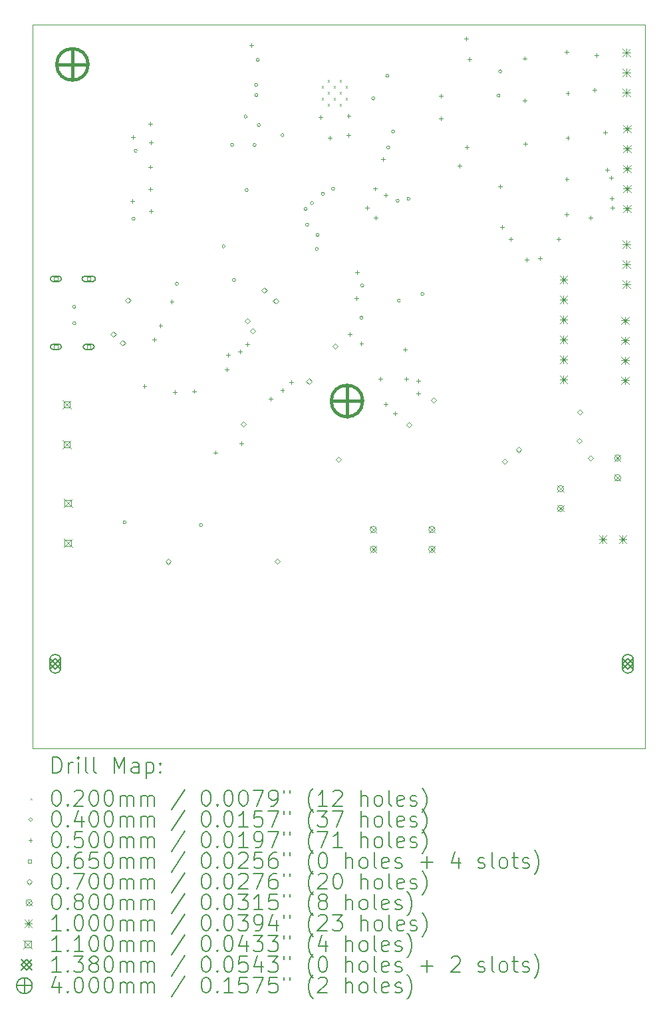
<source format=gbr>
%TF.GenerationSoftware,KiCad,Pcbnew,7.0.8*%
%TF.CreationDate,2023-11-10T09:55:39+08:00*%
%TF.ProjectId,ESPCARproject,45535043-4152-4707-926f-6a6563742e6b,rev?*%
%TF.SameCoordinates,Original*%
%TF.FileFunction,Drillmap*%
%TF.FilePolarity,Positive*%
%FSLAX45Y45*%
G04 Gerber Fmt 4.5, Leading zero omitted, Abs format (unit mm)*
G04 Created by KiCad (PCBNEW 7.0.8) date 2023-11-10 09:55:39*
%MOMM*%
%LPD*%
G01*
G04 APERTURE LIST*
%ADD10C,0.100000*%
%ADD11C,0.200000*%
%ADD12C,0.020000*%
%ADD13C,0.040000*%
%ADD14C,0.050000*%
%ADD15C,0.065000*%
%ADD16C,0.070000*%
%ADD17C,0.080000*%
%ADD18C,0.110000*%
%ADD19C,0.138000*%
%ADD20C,0.400000*%
G04 APERTURE END LIST*
D10*
X10852000Y-4837750D02*
X18649000Y-4837750D01*
X18649000Y-14034750D01*
X10852000Y-14034750D01*
X10852000Y-4837750D01*
D11*
D12*
X14535000Y-5618000D02*
X14555000Y-5638000D01*
X14555000Y-5618000D02*
X14535000Y-5638000D01*
X14535000Y-5770500D02*
X14555000Y-5790500D01*
X14555000Y-5770500D02*
X14535000Y-5790500D01*
X14611250Y-5541750D02*
X14631250Y-5561750D01*
X14631250Y-5541750D02*
X14611250Y-5561750D01*
X14611250Y-5694250D02*
X14631250Y-5714250D01*
X14631250Y-5694250D02*
X14611250Y-5714250D01*
X14611250Y-5846750D02*
X14631250Y-5866750D01*
X14631250Y-5846750D02*
X14611250Y-5866750D01*
X14687500Y-5618000D02*
X14707500Y-5638000D01*
X14707500Y-5618000D02*
X14687500Y-5638000D01*
X14687500Y-5770500D02*
X14707500Y-5790500D01*
X14707500Y-5770500D02*
X14687500Y-5790500D01*
X14763750Y-5541750D02*
X14783750Y-5561750D01*
X14783750Y-5541750D02*
X14763750Y-5561750D01*
X14763750Y-5694250D02*
X14783750Y-5714250D01*
X14783750Y-5694250D02*
X14763750Y-5714250D01*
X14763750Y-5846750D02*
X14783750Y-5866750D01*
X14783750Y-5846750D02*
X14763750Y-5866750D01*
X14840000Y-5618000D02*
X14860000Y-5638000D01*
X14860000Y-5618000D02*
X14840000Y-5638000D01*
X14840000Y-5770500D02*
X14860000Y-5790500D01*
X14860000Y-5770500D02*
X14840000Y-5790500D01*
D13*
X11402000Y-8423000D02*
G75*
G03*
X11402000Y-8423000I-20000J0D01*
G01*
X11404000Y-8633000D02*
G75*
G03*
X11404000Y-8633000I-20000J0D01*
G01*
X12043000Y-11164000D02*
G75*
G03*
X12043000Y-11164000I-20000J0D01*
G01*
X12157000Y-7302000D02*
G75*
G03*
X12157000Y-7302000I-20000J0D01*
G01*
X12184000Y-6440000D02*
G75*
G03*
X12184000Y-6440000I-20000J0D01*
G01*
X12708000Y-8130000D02*
G75*
G03*
X12708000Y-8130000I-20000J0D01*
G01*
X13015000Y-11197000D02*
G75*
G03*
X13015000Y-11197000I-20000J0D01*
G01*
X13303000Y-7654000D02*
G75*
G03*
X13303000Y-7654000I-20000J0D01*
G01*
X13412000Y-6364000D02*
G75*
G03*
X13412000Y-6364000I-20000J0D01*
G01*
X13435000Y-8082000D02*
G75*
G03*
X13435000Y-8082000I-20000J0D01*
G01*
X13583000Y-6004000D02*
G75*
G03*
X13583000Y-6004000I-20000J0D01*
G01*
X13597000Y-6937750D02*
G75*
G03*
X13597000Y-6937750I-20000J0D01*
G01*
X13698000Y-6366000D02*
G75*
G03*
X13698000Y-6366000I-20000J0D01*
G01*
X13718000Y-5601000D02*
G75*
G03*
X13718000Y-5601000I-20000J0D01*
G01*
X13720000Y-5730000D02*
G75*
G03*
X13720000Y-5730000I-20000J0D01*
G01*
X13738000Y-5282000D02*
G75*
G03*
X13738000Y-5282000I-20000J0D01*
G01*
X13751000Y-6112000D02*
G75*
G03*
X13751000Y-6112000I-20000J0D01*
G01*
X14053000Y-6240000D02*
G75*
G03*
X14053000Y-6240000I-20000J0D01*
G01*
X14347000Y-7179000D02*
G75*
G03*
X14347000Y-7179000I-20000J0D01*
G01*
X14366000Y-7378000D02*
G75*
G03*
X14366000Y-7378000I-20000J0D01*
G01*
X14429000Y-7105000D02*
G75*
G03*
X14429000Y-7105000I-20000J0D01*
G01*
X14489000Y-7688000D02*
G75*
G03*
X14489000Y-7688000I-20000J0D01*
G01*
X14499000Y-7508000D02*
G75*
G03*
X14499000Y-7508000I-20000J0D01*
G01*
X14567000Y-6988000D02*
G75*
G03*
X14567000Y-6988000I-20000J0D01*
G01*
X14697000Y-6924000D02*
G75*
G03*
X14697000Y-6924000I-20000J0D01*
G01*
X15058000Y-8563000D02*
G75*
G03*
X15058000Y-8563000I-20000J0D01*
G01*
X15069000Y-8152000D02*
G75*
G03*
X15069000Y-8152000I-20000J0D01*
G01*
X15208000Y-5773000D02*
G75*
G03*
X15208000Y-5773000I-20000J0D01*
G01*
X15388000Y-5484000D02*
G75*
G03*
X15388000Y-5484000I-20000J0D01*
G01*
X15400000Y-6398000D02*
G75*
G03*
X15400000Y-6398000I-20000J0D01*
G01*
X15462000Y-6192000D02*
G75*
G03*
X15462000Y-6192000I-20000J0D01*
G01*
X15518741Y-7073000D02*
G75*
G03*
X15518741Y-7073000I-20000J0D01*
G01*
X15534000Y-8343000D02*
G75*
G03*
X15534000Y-8343000I-20000J0D01*
G01*
X15659000Y-7048000D02*
G75*
G03*
X15659000Y-7048000I-20000J0D01*
G01*
X15835000Y-8260000D02*
G75*
G03*
X15835000Y-8260000I-20000J0D01*
G01*
X16803000Y-5738000D02*
G75*
G03*
X16803000Y-5738000I-20000J0D01*
G01*
X16825000Y-5429000D02*
G75*
G03*
X16825000Y-5429000I-20000J0D01*
G01*
D14*
X12125000Y-7052000D02*
X12125000Y-7102000D01*
X12100000Y-7077000D02*
X12150000Y-7077000D01*
X12128000Y-6240000D02*
X12128000Y-6290000D01*
X12103000Y-6265000D02*
X12153000Y-6265000D01*
X12278000Y-9404000D02*
X12278000Y-9454000D01*
X12253000Y-9429000D02*
X12303000Y-9429000D01*
X12351000Y-6074000D02*
X12351000Y-6124000D01*
X12326000Y-6099000D02*
X12376000Y-6099000D01*
X12352000Y-6618000D02*
X12352000Y-6668000D01*
X12327000Y-6643000D02*
X12377000Y-6643000D01*
X12352000Y-6898000D02*
X12352000Y-6948000D01*
X12327000Y-6923000D02*
X12377000Y-6923000D01*
X12358000Y-7181000D02*
X12358000Y-7231000D01*
X12333000Y-7206000D02*
X12383000Y-7206000D01*
X12359000Y-6310000D02*
X12359000Y-6360000D01*
X12334000Y-6335000D02*
X12384000Y-6335000D01*
X12397000Y-8818000D02*
X12397000Y-8868000D01*
X12372000Y-8843000D02*
X12422000Y-8843000D01*
X12481000Y-8640000D02*
X12481000Y-8690000D01*
X12456000Y-8665000D02*
X12506000Y-8665000D01*
X12625000Y-8329000D02*
X12625000Y-8379000D01*
X12600000Y-8354000D02*
X12650000Y-8354000D01*
X12667000Y-9482000D02*
X12667000Y-9532000D01*
X12642000Y-9507000D02*
X12692000Y-9507000D01*
X12909000Y-9471000D02*
X12909000Y-9521000D01*
X12884000Y-9496000D02*
X12934000Y-9496000D01*
X13181000Y-10250000D02*
X13181000Y-10300000D01*
X13156000Y-10275000D02*
X13206000Y-10275000D01*
X13325000Y-9192000D02*
X13325000Y-9242000D01*
X13300000Y-9217000D02*
X13350000Y-9217000D01*
X13338000Y-9009000D02*
X13338000Y-9059000D01*
X13313000Y-9034000D02*
X13363000Y-9034000D01*
X13493000Y-8966000D02*
X13493000Y-9016000D01*
X13468000Y-8991000D02*
X13518000Y-8991000D01*
X13509000Y-10133000D02*
X13509000Y-10183000D01*
X13484000Y-10158000D02*
X13534000Y-10158000D01*
X13588000Y-8873000D02*
X13588000Y-8923000D01*
X13563000Y-8898000D02*
X13613000Y-8898000D01*
X13639000Y-5073000D02*
X13639000Y-5123000D01*
X13614000Y-5098000D02*
X13664000Y-5098000D01*
X13881000Y-9565000D02*
X13881000Y-9615000D01*
X13856000Y-9590000D02*
X13906000Y-9590000D01*
X14031000Y-9462000D02*
X14031000Y-9512000D01*
X14006000Y-9487000D02*
X14056000Y-9487000D01*
X14145000Y-9359000D02*
X14145000Y-9409000D01*
X14120000Y-9384000D02*
X14170000Y-9384000D01*
X14519000Y-5984000D02*
X14519000Y-6034000D01*
X14494000Y-6009000D02*
X14544000Y-6009000D01*
X14633000Y-6246000D02*
X14633000Y-6296000D01*
X14608000Y-6271000D02*
X14658000Y-6271000D01*
X14876000Y-6218000D02*
X14876000Y-6268000D01*
X14851000Y-6243000D02*
X14901000Y-6243000D01*
X14877000Y-5972000D02*
X14877000Y-6022000D01*
X14852000Y-5997000D02*
X14902000Y-5997000D01*
X14892000Y-8747000D02*
X14892000Y-8797000D01*
X14867000Y-8772000D02*
X14917000Y-8772000D01*
X14972000Y-8288000D02*
X14972000Y-8338000D01*
X14947000Y-8313000D02*
X14997000Y-8313000D01*
X14985000Y-7962000D02*
X14985000Y-8012000D01*
X14960000Y-7987000D02*
X15010000Y-7987000D01*
X15038000Y-8869000D02*
X15038000Y-8919000D01*
X15013000Y-8894000D02*
X15063000Y-8894000D01*
X15110000Y-7135000D02*
X15110000Y-7185000D01*
X15085000Y-7160000D02*
X15135000Y-7160000D01*
X15214000Y-6897000D02*
X15214000Y-6947000D01*
X15189000Y-6922000D02*
X15239000Y-6922000D01*
X15217000Y-7263000D02*
X15217000Y-7313000D01*
X15192000Y-7288000D02*
X15242000Y-7288000D01*
X15282000Y-9313000D02*
X15282000Y-9363000D01*
X15257000Y-9338000D02*
X15307000Y-9338000D01*
X15313000Y-6517000D02*
X15313000Y-6567000D01*
X15288000Y-6542000D02*
X15338000Y-6542000D01*
X15345000Y-6977000D02*
X15345000Y-7027000D01*
X15320000Y-7002000D02*
X15370000Y-7002000D01*
X15351000Y-9635000D02*
X15351000Y-9685000D01*
X15326000Y-9660000D02*
X15376000Y-9660000D01*
X15468000Y-9754000D02*
X15468000Y-9804000D01*
X15443000Y-9779000D02*
X15493000Y-9779000D01*
X15593000Y-8944000D02*
X15593000Y-8994000D01*
X15568000Y-8969000D02*
X15618000Y-8969000D01*
X15610000Y-9316000D02*
X15610000Y-9366000D01*
X15585000Y-9341000D02*
X15635000Y-9341000D01*
X15764000Y-9343000D02*
X15764000Y-9393000D01*
X15739000Y-9368000D02*
X15789000Y-9368000D01*
X15764450Y-9503294D02*
X15764450Y-9553294D01*
X15739450Y-9528294D02*
X15789450Y-9528294D01*
X16052000Y-5714000D02*
X16052000Y-5764000D01*
X16027000Y-5739000D02*
X16077000Y-5739000D01*
X16052000Y-6006000D02*
X16052000Y-6056000D01*
X16027000Y-6031000D02*
X16077000Y-6031000D01*
X16284000Y-6607000D02*
X16284000Y-6657000D01*
X16259000Y-6632000D02*
X16309000Y-6632000D01*
X16369000Y-4988000D02*
X16369000Y-5038000D01*
X16344000Y-5013000D02*
X16394000Y-5013000D01*
X16378000Y-6371000D02*
X16378000Y-6421000D01*
X16353000Y-6396000D02*
X16403000Y-6396000D01*
X16413000Y-5252000D02*
X16413000Y-5302000D01*
X16388000Y-5277000D02*
X16438000Y-5277000D01*
X16806000Y-6870000D02*
X16806000Y-6920000D01*
X16781000Y-6895000D02*
X16831000Y-6895000D01*
X16830000Y-7387000D02*
X16830000Y-7437000D01*
X16805000Y-7412000D02*
X16855000Y-7412000D01*
X16937000Y-7539000D02*
X16937000Y-7589000D01*
X16912000Y-7564000D02*
X16962000Y-7564000D01*
X17116000Y-5775000D02*
X17116000Y-5825000D01*
X17091000Y-5800000D02*
X17141000Y-5800000D01*
X17118000Y-5238000D02*
X17118000Y-5288000D01*
X17093000Y-5263000D02*
X17143000Y-5263000D01*
X17124000Y-6327000D02*
X17124000Y-6377000D01*
X17099000Y-6352000D02*
X17149000Y-6352000D01*
X17140000Y-7801000D02*
X17140000Y-7851000D01*
X17115000Y-7826000D02*
X17165000Y-7826000D01*
X17309000Y-7785000D02*
X17309000Y-7835000D01*
X17284000Y-7810000D02*
X17334000Y-7810000D01*
X17546000Y-7539000D02*
X17546000Y-7589000D01*
X17521000Y-7564000D02*
X17571000Y-7564000D01*
X17648000Y-7222000D02*
X17648000Y-7272000D01*
X17623000Y-7247000D02*
X17673000Y-7247000D01*
X17650000Y-5155000D02*
X17650000Y-5205000D01*
X17625000Y-5180000D02*
X17675000Y-5180000D01*
X17654000Y-6778000D02*
X17654000Y-6828000D01*
X17629000Y-6803000D02*
X17679000Y-6803000D01*
X17663000Y-5680000D02*
X17663000Y-5730000D01*
X17638000Y-5705000D02*
X17688000Y-5705000D01*
X17663000Y-6248000D02*
X17663000Y-6298000D01*
X17638000Y-6273000D02*
X17688000Y-6273000D01*
X17955000Y-7267000D02*
X17955000Y-7317000D01*
X17930000Y-7292000D02*
X17980000Y-7292000D01*
X18003000Y-5639000D02*
X18003000Y-5689000D01*
X17978000Y-5664000D02*
X18028000Y-5664000D01*
X18030000Y-5203000D02*
X18030000Y-5253000D01*
X18005000Y-5228000D02*
X18055000Y-5228000D01*
X18138000Y-6180000D02*
X18138000Y-6230000D01*
X18113000Y-6205000D02*
X18163000Y-6205000D01*
X18164000Y-6657000D02*
X18164000Y-6707000D01*
X18139000Y-6682000D02*
X18189000Y-6682000D01*
X18221000Y-6754000D02*
X18221000Y-6804000D01*
X18196000Y-6779000D02*
X18246000Y-6779000D01*
X18224000Y-7023000D02*
X18224000Y-7073000D01*
X18199000Y-7048000D02*
X18249000Y-7048000D01*
X18236000Y-7140000D02*
X18236000Y-7190000D01*
X18211000Y-7165000D02*
X18261000Y-7165000D01*
D15*
X11170981Y-8089981D02*
X11170981Y-8044019D01*
X11125019Y-8044019D01*
X11125019Y-8089981D01*
X11170981Y-8089981D01*
D11*
X11185500Y-8034500D02*
X11110500Y-8034500D01*
X11110500Y-8034500D02*
G75*
G03*
X11110500Y-8099500I0J-32500D01*
G01*
X11110500Y-8099500D02*
X11185500Y-8099500D01*
X11185500Y-8099500D02*
G75*
G03*
X11185500Y-8034500I0J32500D01*
G01*
D15*
X11170981Y-8954981D02*
X11170981Y-8909019D01*
X11125019Y-8909019D01*
X11125019Y-8954981D01*
X11170981Y-8954981D01*
D11*
X11185500Y-8899500D02*
X11110500Y-8899500D01*
X11110500Y-8899500D02*
G75*
G03*
X11110500Y-8964500I0J-32500D01*
G01*
X11110500Y-8964500D02*
X11185500Y-8964500D01*
X11185500Y-8964500D02*
G75*
G03*
X11185500Y-8899500I0J32500D01*
G01*
D15*
X11588981Y-8089981D02*
X11588981Y-8044019D01*
X11543019Y-8044019D01*
X11543019Y-8089981D01*
X11588981Y-8089981D01*
D11*
X11619516Y-8034500D02*
X11512484Y-8034500D01*
X11512484Y-8034500D02*
G75*
G03*
X11512484Y-8099500I0J-32500D01*
G01*
X11512484Y-8099500D02*
X11619516Y-8099500D01*
X11619516Y-8099500D02*
G75*
G03*
X11619516Y-8034500I0J32500D01*
G01*
D15*
X11588981Y-8954981D02*
X11588981Y-8909019D01*
X11543019Y-8909019D01*
X11543019Y-8954981D01*
X11588981Y-8954981D01*
D11*
X11603500Y-8899500D02*
X11528500Y-8899500D01*
X11528500Y-8899500D02*
G75*
G03*
X11528500Y-8964500I0J-32500D01*
G01*
X11528500Y-8964500D02*
X11603500Y-8964500D01*
X11603500Y-8964500D02*
G75*
G03*
X11603500Y-8899500I0J32500D01*
G01*
D16*
X11880000Y-8806000D02*
X11915000Y-8771000D01*
X11880000Y-8736000D01*
X11845000Y-8771000D01*
X11880000Y-8806000D01*
X11998000Y-8919000D02*
X12033000Y-8884000D01*
X11998000Y-8849000D01*
X11963000Y-8884000D01*
X11998000Y-8919000D01*
X12066000Y-8375000D02*
X12101000Y-8340000D01*
X12066000Y-8305000D01*
X12031000Y-8340000D01*
X12066000Y-8375000D01*
X12581000Y-11698000D02*
X12616000Y-11663000D01*
X12581000Y-11628000D01*
X12546000Y-11663000D01*
X12581000Y-11698000D01*
X13535000Y-9952000D02*
X13570000Y-9917000D01*
X13535000Y-9882000D01*
X13500000Y-9917000D01*
X13535000Y-9952000D01*
X13585000Y-8638000D02*
X13620000Y-8603000D01*
X13585000Y-8568000D01*
X13550000Y-8603000D01*
X13585000Y-8638000D01*
X13653000Y-8764000D02*
X13688000Y-8729000D01*
X13653000Y-8694000D01*
X13618000Y-8729000D01*
X13653000Y-8764000D01*
X13802000Y-8248000D02*
X13837000Y-8213000D01*
X13802000Y-8178000D01*
X13767000Y-8213000D01*
X13802000Y-8248000D01*
X13946000Y-8384000D02*
X13981000Y-8349000D01*
X13946000Y-8314000D01*
X13911000Y-8349000D01*
X13946000Y-8384000D01*
X13967000Y-11693000D02*
X14002000Y-11658000D01*
X13967000Y-11623000D01*
X13932000Y-11658000D01*
X13967000Y-11693000D01*
X14370000Y-9405000D02*
X14405000Y-9370000D01*
X14370000Y-9335000D01*
X14335000Y-9370000D01*
X14370000Y-9405000D01*
X14701000Y-8957000D02*
X14736000Y-8922000D01*
X14701000Y-8887000D01*
X14666000Y-8922000D01*
X14701000Y-8957000D01*
X14743000Y-10398000D02*
X14778000Y-10363000D01*
X14743000Y-10328000D01*
X14708000Y-10363000D01*
X14743000Y-10398000D01*
X15645000Y-9957000D02*
X15680000Y-9922000D01*
X15645000Y-9887000D01*
X15610000Y-9922000D01*
X15645000Y-9957000D01*
X15954000Y-9645000D02*
X15989000Y-9610000D01*
X15954000Y-9575000D01*
X15919000Y-9610000D01*
X15954000Y-9645000D01*
X16861750Y-10421250D02*
X16896750Y-10386250D01*
X16861750Y-10351250D01*
X16826750Y-10386250D01*
X16861750Y-10421250D01*
X17041000Y-10275000D02*
X17076000Y-10240000D01*
X17041000Y-10205000D01*
X17006000Y-10240000D01*
X17041000Y-10275000D01*
X17810000Y-10164000D02*
X17845000Y-10129000D01*
X17810000Y-10094000D01*
X17775000Y-10129000D01*
X17810000Y-10164000D01*
X17819000Y-9797000D02*
X17854000Y-9762000D01*
X17819000Y-9727000D01*
X17784000Y-9762000D01*
X17819000Y-9797000D01*
X17955000Y-10380000D02*
X17990000Y-10345000D01*
X17955000Y-10310000D01*
X17920000Y-10345000D01*
X17955000Y-10380000D01*
D17*
X15151000Y-11215000D02*
X15231000Y-11295000D01*
X15231000Y-11215000D02*
X15151000Y-11295000D01*
X15231000Y-11255000D02*
G75*
G03*
X15231000Y-11255000I-40000J0D01*
G01*
X15151000Y-11465000D02*
X15231000Y-11545000D01*
X15231000Y-11465000D02*
X15151000Y-11545000D01*
X15231000Y-11505000D02*
G75*
G03*
X15231000Y-11505000I-40000J0D01*
G01*
X15895000Y-11215000D02*
X15975000Y-11295000D01*
X15975000Y-11215000D02*
X15895000Y-11295000D01*
X15975000Y-11255000D02*
G75*
G03*
X15975000Y-11255000I-40000J0D01*
G01*
X15895000Y-11465000D02*
X15975000Y-11545000D01*
X15975000Y-11465000D02*
X15895000Y-11545000D01*
X15975000Y-11505000D02*
G75*
G03*
X15975000Y-11505000I-40000J0D01*
G01*
X17533000Y-10697000D02*
X17613000Y-10777000D01*
X17613000Y-10697000D02*
X17533000Y-10777000D01*
X17613000Y-10737000D02*
G75*
G03*
X17613000Y-10737000I-40000J0D01*
G01*
X17533000Y-10947000D02*
X17613000Y-11027000D01*
X17613000Y-10947000D02*
X17533000Y-11027000D01*
X17613000Y-10987000D02*
G75*
G03*
X17613000Y-10987000I-40000J0D01*
G01*
X18260000Y-10306000D02*
X18340000Y-10386000D01*
X18340000Y-10306000D02*
X18260000Y-10386000D01*
X18340000Y-10346000D02*
G75*
G03*
X18340000Y-10346000I-40000J0D01*
G01*
X18260000Y-10556000D02*
X18340000Y-10636000D01*
X18340000Y-10556000D02*
X18260000Y-10636000D01*
X18340000Y-10596000D02*
G75*
G03*
X18340000Y-10596000I-40000J0D01*
G01*
D10*
X17562000Y-8029000D02*
X17662000Y-8129000D01*
X17662000Y-8029000D02*
X17562000Y-8129000D01*
X17612000Y-8029000D02*
X17612000Y-8129000D01*
X17562000Y-8079000D02*
X17662000Y-8079000D01*
X17562000Y-8283000D02*
X17662000Y-8383000D01*
X17662000Y-8283000D02*
X17562000Y-8383000D01*
X17612000Y-8283000D02*
X17612000Y-8383000D01*
X17562000Y-8333000D02*
X17662000Y-8333000D01*
X17562000Y-8537000D02*
X17662000Y-8637000D01*
X17662000Y-8537000D02*
X17562000Y-8637000D01*
X17612000Y-8537000D02*
X17612000Y-8637000D01*
X17562000Y-8587000D02*
X17662000Y-8587000D01*
X17562000Y-8791000D02*
X17662000Y-8891000D01*
X17662000Y-8791000D02*
X17562000Y-8891000D01*
X17612000Y-8791000D02*
X17612000Y-8891000D01*
X17562000Y-8841000D02*
X17662000Y-8841000D01*
X17562000Y-9045000D02*
X17662000Y-9145000D01*
X17662000Y-9045000D02*
X17562000Y-9145000D01*
X17612000Y-9045000D02*
X17612000Y-9145000D01*
X17562000Y-9095000D02*
X17662000Y-9095000D01*
X17562000Y-9299000D02*
X17662000Y-9399000D01*
X17662000Y-9299000D02*
X17562000Y-9399000D01*
X17612000Y-9299000D02*
X17612000Y-9399000D01*
X17562000Y-9349000D02*
X17662000Y-9349000D01*
X18061000Y-11332000D02*
X18161000Y-11432000D01*
X18161000Y-11332000D02*
X18061000Y-11432000D01*
X18111000Y-11332000D02*
X18111000Y-11432000D01*
X18061000Y-11382000D02*
X18161000Y-11382000D01*
X18315000Y-11332000D02*
X18415000Y-11432000D01*
X18415000Y-11332000D02*
X18315000Y-11432000D01*
X18365000Y-11332000D02*
X18365000Y-11432000D01*
X18315000Y-11382000D02*
X18415000Y-11382000D01*
X18348000Y-8548000D02*
X18448000Y-8648000D01*
X18448000Y-8548000D02*
X18348000Y-8648000D01*
X18398000Y-8548000D02*
X18398000Y-8648000D01*
X18348000Y-8598000D02*
X18448000Y-8598000D01*
X18348000Y-8802000D02*
X18448000Y-8902000D01*
X18448000Y-8802000D02*
X18348000Y-8902000D01*
X18398000Y-8802000D02*
X18398000Y-8902000D01*
X18348000Y-8852000D02*
X18448000Y-8852000D01*
X18348000Y-9056000D02*
X18448000Y-9156000D01*
X18448000Y-9056000D02*
X18348000Y-9156000D01*
X18398000Y-9056000D02*
X18398000Y-9156000D01*
X18348000Y-9106000D02*
X18448000Y-9106000D01*
X18348000Y-9310000D02*
X18448000Y-9410000D01*
X18448000Y-9310000D02*
X18348000Y-9410000D01*
X18398000Y-9310000D02*
X18398000Y-9410000D01*
X18348000Y-9360000D02*
X18448000Y-9360000D01*
X18360000Y-7576000D02*
X18460000Y-7676000D01*
X18460000Y-7576000D02*
X18360000Y-7676000D01*
X18410000Y-7576000D02*
X18410000Y-7676000D01*
X18360000Y-7626000D02*
X18460000Y-7626000D01*
X18360000Y-7830000D02*
X18460000Y-7930000D01*
X18460000Y-7830000D02*
X18360000Y-7930000D01*
X18410000Y-7830000D02*
X18410000Y-7930000D01*
X18360000Y-7880000D02*
X18460000Y-7880000D01*
X18360000Y-8084000D02*
X18460000Y-8184000D01*
X18460000Y-8084000D02*
X18360000Y-8184000D01*
X18410000Y-8084000D02*
X18410000Y-8184000D01*
X18360000Y-8134000D02*
X18460000Y-8134000D01*
X18362000Y-5137750D02*
X18462000Y-5237750D01*
X18462000Y-5137750D02*
X18362000Y-5237750D01*
X18412000Y-5137750D02*
X18412000Y-5237750D01*
X18362000Y-5187750D02*
X18462000Y-5187750D01*
X18362000Y-5391750D02*
X18462000Y-5491750D01*
X18462000Y-5391750D02*
X18362000Y-5491750D01*
X18412000Y-5391750D02*
X18412000Y-5491750D01*
X18362000Y-5441750D02*
X18462000Y-5441750D01*
X18362000Y-5645750D02*
X18462000Y-5745750D01*
X18462000Y-5645750D02*
X18362000Y-5745750D01*
X18412000Y-5645750D02*
X18412000Y-5745750D01*
X18362000Y-5695750D02*
X18462000Y-5695750D01*
X18369000Y-6109500D02*
X18469000Y-6209500D01*
X18469000Y-6109500D02*
X18369000Y-6209500D01*
X18419000Y-6109500D02*
X18419000Y-6209500D01*
X18369000Y-6159500D02*
X18469000Y-6159500D01*
X18369000Y-6363500D02*
X18469000Y-6463500D01*
X18469000Y-6363500D02*
X18369000Y-6463500D01*
X18419000Y-6363500D02*
X18419000Y-6463500D01*
X18369000Y-6413500D02*
X18469000Y-6413500D01*
X18369000Y-6617500D02*
X18469000Y-6717500D01*
X18469000Y-6617500D02*
X18369000Y-6717500D01*
X18419000Y-6617500D02*
X18419000Y-6717500D01*
X18369000Y-6667500D02*
X18469000Y-6667500D01*
X18369000Y-6871500D02*
X18469000Y-6971500D01*
X18469000Y-6871500D02*
X18369000Y-6971500D01*
X18419000Y-6871500D02*
X18419000Y-6971500D01*
X18369000Y-6921500D02*
X18469000Y-6921500D01*
X18369000Y-7125500D02*
X18469000Y-7225500D01*
X18469000Y-7125500D02*
X18369000Y-7225500D01*
X18419000Y-7125500D02*
X18419000Y-7225500D01*
X18369000Y-7175500D02*
X18469000Y-7175500D01*
D18*
X11235750Y-9607500D02*
X11345750Y-9717500D01*
X11345750Y-9607500D02*
X11235750Y-9717500D01*
X11329641Y-9701391D02*
X11329641Y-9623609D01*
X11251859Y-9623609D01*
X11251859Y-9701391D01*
X11329641Y-9701391D01*
X11235750Y-10115500D02*
X11345750Y-10225500D01*
X11345750Y-10115500D02*
X11235750Y-10225500D01*
X11329641Y-10209391D02*
X11329641Y-10131609D01*
X11251859Y-10131609D01*
X11251859Y-10209391D01*
X11329641Y-10209391D01*
X11245750Y-10866500D02*
X11355750Y-10976500D01*
X11355750Y-10866500D02*
X11245750Y-10976500D01*
X11339641Y-10960391D02*
X11339641Y-10882609D01*
X11261859Y-10882609D01*
X11261859Y-10960391D01*
X11339641Y-10960391D01*
X11245750Y-11374500D02*
X11355750Y-11484500D01*
X11355750Y-11374500D02*
X11245750Y-11484500D01*
X11339641Y-11468391D02*
X11339641Y-11390609D01*
X11261859Y-11390609D01*
X11261859Y-11468391D01*
X11339641Y-11468391D01*
D19*
X11071000Y-12894000D02*
X11209000Y-13032000D01*
X11209000Y-12894000D02*
X11071000Y-13032000D01*
X11140000Y-13032000D02*
X11209000Y-12963000D01*
X11140000Y-12894000D01*
X11071000Y-12963000D01*
X11140000Y-13032000D01*
D11*
X11071000Y-12912000D02*
X11071000Y-13014000D01*
X11071000Y-13014000D02*
G75*
G03*
X11209000Y-13014000I69000J0D01*
G01*
X11209000Y-13014000D02*
X11209000Y-12912000D01*
X11209000Y-12912000D02*
G75*
G03*
X11071000Y-12912000I-69000J0D01*
G01*
D19*
X18361000Y-12894000D02*
X18499000Y-13032000D01*
X18499000Y-12894000D02*
X18361000Y-13032000D01*
X18430000Y-13032000D02*
X18499000Y-12963000D01*
X18430000Y-12894000D01*
X18361000Y-12963000D01*
X18430000Y-13032000D01*
D11*
X18361000Y-12912000D02*
X18361000Y-13014000D01*
X18361000Y-13014000D02*
G75*
G03*
X18499000Y-13014000I69000J0D01*
G01*
X18499000Y-13014000D02*
X18499000Y-12912000D01*
X18499000Y-12912000D02*
G75*
G03*
X18361000Y-12912000I-69000J0D01*
G01*
D20*
X11358000Y-5141000D02*
X11358000Y-5541000D01*
X11158000Y-5341000D02*
X11558000Y-5341000D01*
X11558000Y-5341000D02*
G75*
G03*
X11558000Y-5341000I-200000J0D01*
G01*
X14854000Y-9421000D02*
X14854000Y-9821000D01*
X14654000Y-9621000D02*
X15054000Y-9621000D01*
X15054000Y-9621000D02*
G75*
G03*
X15054000Y-9621000I-200000J0D01*
G01*
D11*
X11107777Y-14351234D02*
X11107777Y-14151234D01*
X11107777Y-14151234D02*
X11155396Y-14151234D01*
X11155396Y-14151234D02*
X11183967Y-14160758D01*
X11183967Y-14160758D02*
X11203015Y-14179805D01*
X11203015Y-14179805D02*
X11212539Y-14198853D01*
X11212539Y-14198853D02*
X11222062Y-14236948D01*
X11222062Y-14236948D02*
X11222062Y-14265519D01*
X11222062Y-14265519D02*
X11212539Y-14303615D01*
X11212539Y-14303615D02*
X11203015Y-14322662D01*
X11203015Y-14322662D02*
X11183967Y-14341710D01*
X11183967Y-14341710D02*
X11155396Y-14351234D01*
X11155396Y-14351234D02*
X11107777Y-14351234D01*
X11307777Y-14351234D02*
X11307777Y-14217900D01*
X11307777Y-14255996D02*
X11317301Y-14236948D01*
X11317301Y-14236948D02*
X11326824Y-14227424D01*
X11326824Y-14227424D02*
X11345872Y-14217900D01*
X11345872Y-14217900D02*
X11364920Y-14217900D01*
X11431586Y-14351234D02*
X11431586Y-14217900D01*
X11431586Y-14151234D02*
X11422062Y-14160758D01*
X11422062Y-14160758D02*
X11431586Y-14170281D01*
X11431586Y-14170281D02*
X11441110Y-14160758D01*
X11441110Y-14160758D02*
X11431586Y-14151234D01*
X11431586Y-14151234D02*
X11431586Y-14170281D01*
X11555396Y-14351234D02*
X11536348Y-14341710D01*
X11536348Y-14341710D02*
X11526824Y-14322662D01*
X11526824Y-14322662D02*
X11526824Y-14151234D01*
X11660158Y-14351234D02*
X11641110Y-14341710D01*
X11641110Y-14341710D02*
X11631586Y-14322662D01*
X11631586Y-14322662D02*
X11631586Y-14151234D01*
X11888729Y-14351234D02*
X11888729Y-14151234D01*
X11888729Y-14151234D02*
X11955396Y-14294091D01*
X11955396Y-14294091D02*
X12022062Y-14151234D01*
X12022062Y-14151234D02*
X12022062Y-14351234D01*
X12203015Y-14351234D02*
X12203015Y-14246472D01*
X12203015Y-14246472D02*
X12193491Y-14227424D01*
X12193491Y-14227424D02*
X12174443Y-14217900D01*
X12174443Y-14217900D02*
X12136348Y-14217900D01*
X12136348Y-14217900D02*
X12117301Y-14227424D01*
X12203015Y-14341710D02*
X12183967Y-14351234D01*
X12183967Y-14351234D02*
X12136348Y-14351234D01*
X12136348Y-14351234D02*
X12117301Y-14341710D01*
X12117301Y-14341710D02*
X12107777Y-14322662D01*
X12107777Y-14322662D02*
X12107777Y-14303615D01*
X12107777Y-14303615D02*
X12117301Y-14284567D01*
X12117301Y-14284567D02*
X12136348Y-14275043D01*
X12136348Y-14275043D02*
X12183967Y-14275043D01*
X12183967Y-14275043D02*
X12203015Y-14265519D01*
X12298253Y-14217900D02*
X12298253Y-14417900D01*
X12298253Y-14227424D02*
X12317301Y-14217900D01*
X12317301Y-14217900D02*
X12355396Y-14217900D01*
X12355396Y-14217900D02*
X12374443Y-14227424D01*
X12374443Y-14227424D02*
X12383967Y-14236948D01*
X12383967Y-14236948D02*
X12393491Y-14255996D01*
X12393491Y-14255996D02*
X12393491Y-14313138D01*
X12393491Y-14313138D02*
X12383967Y-14332186D01*
X12383967Y-14332186D02*
X12374443Y-14341710D01*
X12374443Y-14341710D02*
X12355396Y-14351234D01*
X12355396Y-14351234D02*
X12317301Y-14351234D01*
X12317301Y-14351234D02*
X12298253Y-14341710D01*
X12479205Y-14332186D02*
X12488729Y-14341710D01*
X12488729Y-14341710D02*
X12479205Y-14351234D01*
X12479205Y-14351234D02*
X12469682Y-14341710D01*
X12469682Y-14341710D02*
X12479205Y-14332186D01*
X12479205Y-14332186D02*
X12479205Y-14351234D01*
X12479205Y-14227424D02*
X12488729Y-14236948D01*
X12488729Y-14236948D02*
X12479205Y-14246472D01*
X12479205Y-14246472D02*
X12469682Y-14236948D01*
X12469682Y-14236948D02*
X12479205Y-14227424D01*
X12479205Y-14227424D02*
X12479205Y-14246472D01*
D12*
X10827000Y-14669750D02*
X10847000Y-14689750D01*
X10847000Y-14669750D02*
X10827000Y-14689750D01*
D11*
X11145872Y-14571234D02*
X11164920Y-14571234D01*
X11164920Y-14571234D02*
X11183967Y-14580758D01*
X11183967Y-14580758D02*
X11193491Y-14590281D01*
X11193491Y-14590281D02*
X11203015Y-14609329D01*
X11203015Y-14609329D02*
X11212539Y-14647424D01*
X11212539Y-14647424D02*
X11212539Y-14695043D01*
X11212539Y-14695043D02*
X11203015Y-14733138D01*
X11203015Y-14733138D02*
X11193491Y-14752186D01*
X11193491Y-14752186D02*
X11183967Y-14761710D01*
X11183967Y-14761710D02*
X11164920Y-14771234D01*
X11164920Y-14771234D02*
X11145872Y-14771234D01*
X11145872Y-14771234D02*
X11126824Y-14761710D01*
X11126824Y-14761710D02*
X11117301Y-14752186D01*
X11117301Y-14752186D02*
X11107777Y-14733138D01*
X11107777Y-14733138D02*
X11098253Y-14695043D01*
X11098253Y-14695043D02*
X11098253Y-14647424D01*
X11098253Y-14647424D02*
X11107777Y-14609329D01*
X11107777Y-14609329D02*
X11117301Y-14590281D01*
X11117301Y-14590281D02*
X11126824Y-14580758D01*
X11126824Y-14580758D02*
X11145872Y-14571234D01*
X11298253Y-14752186D02*
X11307777Y-14761710D01*
X11307777Y-14761710D02*
X11298253Y-14771234D01*
X11298253Y-14771234D02*
X11288729Y-14761710D01*
X11288729Y-14761710D02*
X11298253Y-14752186D01*
X11298253Y-14752186D02*
X11298253Y-14771234D01*
X11383967Y-14590281D02*
X11393491Y-14580758D01*
X11393491Y-14580758D02*
X11412539Y-14571234D01*
X11412539Y-14571234D02*
X11460158Y-14571234D01*
X11460158Y-14571234D02*
X11479205Y-14580758D01*
X11479205Y-14580758D02*
X11488729Y-14590281D01*
X11488729Y-14590281D02*
X11498253Y-14609329D01*
X11498253Y-14609329D02*
X11498253Y-14628377D01*
X11498253Y-14628377D02*
X11488729Y-14656948D01*
X11488729Y-14656948D02*
X11374443Y-14771234D01*
X11374443Y-14771234D02*
X11498253Y-14771234D01*
X11622062Y-14571234D02*
X11641110Y-14571234D01*
X11641110Y-14571234D02*
X11660158Y-14580758D01*
X11660158Y-14580758D02*
X11669682Y-14590281D01*
X11669682Y-14590281D02*
X11679205Y-14609329D01*
X11679205Y-14609329D02*
X11688729Y-14647424D01*
X11688729Y-14647424D02*
X11688729Y-14695043D01*
X11688729Y-14695043D02*
X11679205Y-14733138D01*
X11679205Y-14733138D02*
X11669682Y-14752186D01*
X11669682Y-14752186D02*
X11660158Y-14761710D01*
X11660158Y-14761710D02*
X11641110Y-14771234D01*
X11641110Y-14771234D02*
X11622062Y-14771234D01*
X11622062Y-14771234D02*
X11603015Y-14761710D01*
X11603015Y-14761710D02*
X11593491Y-14752186D01*
X11593491Y-14752186D02*
X11583967Y-14733138D01*
X11583967Y-14733138D02*
X11574443Y-14695043D01*
X11574443Y-14695043D02*
X11574443Y-14647424D01*
X11574443Y-14647424D02*
X11583967Y-14609329D01*
X11583967Y-14609329D02*
X11593491Y-14590281D01*
X11593491Y-14590281D02*
X11603015Y-14580758D01*
X11603015Y-14580758D02*
X11622062Y-14571234D01*
X11812539Y-14571234D02*
X11831586Y-14571234D01*
X11831586Y-14571234D02*
X11850634Y-14580758D01*
X11850634Y-14580758D02*
X11860158Y-14590281D01*
X11860158Y-14590281D02*
X11869682Y-14609329D01*
X11869682Y-14609329D02*
X11879205Y-14647424D01*
X11879205Y-14647424D02*
X11879205Y-14695043D01*
X11879205Y-14695043D02*
X11869682Y-14733138D01*
X11869682Y-14733138D02*
X11860158Y-14752186D01*
X11860158Y-14752186D02*
X11850634Y-14761710D01*
X11850634Y-14761710D02*
X11831586Y-14771234D01*
X11831586Y-14771234D02*
X11812539Y-14771234D01*
X11812539Y-14771234D02*
X11793491Y-14761710D01*
X11793491Y-14761710D02*
X11783967Y-14752186D01*
X11783967Y-14752186D02*
X11774443Y-14733138D01*
X11774443Y-14733138D02*
X11764920Y-14695043D01*
X11764920Y-14695043D02*
X11764920Y-14647424D01*
X11764920Y-14647424D02*
X11774443Y-14609329D01*
X11774443Y-14609329D02*
X11783967Y-14590281D01*
X11783967Y-14590281D02*
X11793491Y-14580758D01*
X11793491Y-14580758D02*
X11812539Y-14571234D01*
X11964920Y-14771234D02*
X11964920Y-14637900D01*
X11964920Y-14656948D02*
X11974443Y-14647424D01*
X11974443Y-14647424D02*
X11993491Y-14637900D01*
X11993491Y-14637900D02*
X12022063Y-14637900D01*
X12022063Y-14637900D02*
X12041110Y-14647424D01*
X12041110Y-14647424D02*
X12050634Y-14666472D01*
X12050634Y-14666472D02*
X12050634Y-14771234D01*
X12050634Y-14666472D02*
X12060158Y-14647424D01*
X12060158Y-14647424D02*
X12079205Y-14637900D01*
X12079205Y-14637900D02*
X12107777Y-14637900D01*
X12107777Y-14637900D02*
X12126824Y-14647424D01*
X12126824Y-14647424D02*
X12136348Y-14666472D01*
X12136348Y-14666472D02*
X12136348Y-14771234D01*
X12231586Y-14771234D02*
X12231586Y-14637900D01*
X12231586Y-14656948D02*
X12241110Y-14647424D01*
X12241110Y-14647424D02*
X12260158Y-14637900D01*
X12260158Y-14637900D02*
X12288729Y-14637900D01*
X12288729Y-14637900D02*
X12307777Y-14647424D01*
X12307777Y-14647424D02*
X12317301Y-14666472D01*
X12317301Y-14666472D02*
X12317301Y-14771234D01*
X12317301Y-14666472D02*
X12326824Y-14647424D01*
X12326824Y-14647424D02*
X12345872Y-14637900D01*
X12345872Y-14637900D02*
X12374443Y-14637900D01*
X12374443Y-14637900D02*
X12393491Y-14647424D01*
X12393491Y-14647424D02*
X12403015Y-14666472D01*
X12403015Y-14666472D02*
X12403015Y-14771234D01*
X12793491Y-14561710D02*
X12622063Y-14818853D01*
X13050634Y-14571234D02*
X13069682Y-14571234D01*
X13069682Y-14571234D02*
X13088729Y-14580758D01*
X13088729Y-14580758D02*
X13098253Y-14590281D01*
X13098253Y-14590281D02*
X13107777Y-14609329D01*
X13107777Y-14609329D02*
X13117301Y-14647424D01*
X13117301Y-14647424D02*
X13117301Y-14695043D01*
X13117301Y-14695043D02*
X13107777Y-14733138D01*
X13107777Y-14733138D02*
X13098253Y-14752186D01*
X13098253Y-14752186D02*
X13088729Y-14761710D01*
X13088729Y-14761710D02*
X13069682Y-14771234D01*
X13069682Y-14771234D02*
X13050634Y-14771234D01*
X13050634Y-14771234D02*
X13031586Y-14761710D01*
X13031586Y-14761710D02*
X13022063Y-14752186D01*
X13022063Y-14752186D02*
X13012539Y-14733138D01*
X13012539Y-14733138D02*
X13003015Y-14695043D01*
X13003015Y-14695043D02*
X13003015Y-14647424D01*
X13003015Y-14647424D02*
X13012539Y-14609329D01*
X13012539Y-14609329D02*
X13022063Y-14590281D01*
X13022063Y-14590281D02*
X13031586Y-14580758D01*
X13031586Y-14580758D02*
X13050634Y-14571234D01*
X13203015Y-14752186D02*
X13212539Y-14761710D01*
X13212539Y-14761710D02*
X13203015Y-14771234D01*
X13203015Y-14771234D02*
X13193491Y-14761710D01*
X13193491Y-14761710D02*
X13203015Y-14752186D01*
X13203015Y-14752186D02*
X13203015Y-14771234D01*
X13336348Y-14571234D02*
X13355396Y-14571234D01*
X13355396Y-14571234D02*
X13374444Y-14580758D01*
X13374444Y-14580758D02*
X13383967Y-14590281D01*
X13383967Y-14590281D02*
X13393491Y-14609329D01*
X13393491Y-14609329D02*
X13403015Y-14647424D01*
X13403015Y-14647424D02*
X13403015Y-14695043D01*
X13403015Y-14695043D02*
X13393491Y-14733138D01*
X13393491Y-14733138D02*
X13383967Y-14752186D01*
X13383967Y-14752186D02*
X13374444Y-14761710D01*
X13374444Y-14761710D02*
X13355396Y-14771234D01*
X13355396Y-14771234D02*
X13336348Y-14771234D01*
X13336348Y-14771234D02*
X13317301Y-14761710D01*
X13317301Y-14761710D02*
X13307777Y-14752186D01*
X13307777Y-14752186D02*
X13298253Y-14733138D01*
X13298253Y-14733138D02*
X13288729Y-14695043D01*
X13288729Y-14695043D02*
X13288729Y-14647424D01*
X13288729Y-14647424D02*
X13298253Y-14609329D01*
X13298253Y-14609329D02*
X13307777Y-14590281D01*
X13307777Y-14590281D02*
X13317301Y-14580758D01*
X13317301Y-14580758D02*
X13336348Y-14571234D01*
X13526825Y-14571234D02*
X13545872Y-14571234D01*
X13545872Y-14571234D02*
X13564920Y-14580758D01*
X13564920Y-14580758D02*
X13574444Y-14590281D01*
X13574444Y-14590281D02*
X13583967Y-14609329D01*
X13583967Y-14609329D02*
X13593491Y-14647424D01*
X13593491Y-14647424D02*
X13593491Y-14695043D01*
X13593491Y-14695043D02*
X13583967Y-14733138D01*
X13583967Y-14733138D02*
X13574444Y-14752186D01*
X13574444Y-14752186D02*
X13564920Y-14761710D01*
X13564920Y-14761710D02*
X13545872Y-14771234D01*
X13545872Y-14771234D02*
X13526825Y-14771234D01*
X13526825Y-14771234D02*
X13507777Y-14761710D01*
X13507777Y-14761710D02*
X13498253Y-14752186D01*
X13498253Y-14752186D02*
X13488729Y-14733138D01*
X13488729Y-14733138D02*
X13479206Y-14695043D01*
X13479206Y-14695043D02*
X13479206Y-14647424D01*
X13479206Y-14647424D02*
X13488729Y-14609329D01*
X13488729Y-14609329D02*
X13498253Y-14590281D01*
X13498253Y-14590281D02*
X13507777Y-14580758D01*
X13507777Y-14580758D02*
X13526825Y-14571234D01*
X13660158Y-14571234D02*
X13793491Y-14571234D01*
X13793491Y-14571234D02*
X13707777Y-14771234D01*
X13879206Y-14771234D02*
X13917301Y-14771234D01*
X13917301Y-14771234D02*
X13936348Y-14761710D01*
X13936348Y-14761710D02*
X13945872Y-14752186D01*
X13945872Y-14752186D02*
X13964920Y-14723615D01*
X13964920Y-14723615D02*
X13974444Y-14685519D01*
X13974444Y-14685519D02*
X13974444Y-14609329D01*
X13974444Y-14609329D02*
X13964920Y-14590281D01*
X13964920Y-14590281D02*
X13955396Y-14580758D01*
X13955396Y-14580758D02*
X13936348Y-14571234D01*
X13936348Y-14571234D02*
X13898253Y-14571234D01*
X13898253Y-14571234D02*
X13879206Y-14580758D01*
X13879206Y-14580758D02*
X13869682Y-14590281D01*
X13869682Y-14590281D02*
X13860158Y-14609329D01*
X13860158Y-14609329D02*
X13860158Y-14656948D01*
X13860158Y-14656948D02*
X13869682Y-14675996D01*
X13869682Y-14675996D02*
X13879206Y-14685519D01*
X13879206Y-14685519D02*
X13898253Y-14695043D01*
X13898253Y-14695043D02*
X13936348Y-14695043D01*
X13936348Y-14695043D02*
X13955396Y-14685519D01*
X13955396Y-14685519D02*
X13964920Y-14675996D01*
X13964920Y-14675996D02*
X13974444Y-14656948D01*
X14050634Y-14571234D02*
X14050634Y-14609329D01*
X14126825Y-14571234D02*
X14126825Y-14609329D01*
X14422063Y-14847424D02*
X14412539Y-14837900D01*
X14412539Y-14837900D02*
X14393491Y-14809329D01*
X14393491Y-14809329D02*
X14383968Y-14790281D01*
X14383968Y-14790281D02*
X14374444Y-14761710D01*
X14374444Y-14761710D02*
X14364920Y-14714091D01*
X14364920Y-14714091D02*
X14364920Y-14675996D01*
X14364920Y-14675996D02*
X14374444Y-14628377D01*
X14374444Y-14628377D02*
X14383968Y-14599805D01*
X14383968Y-14599805D02*
X14393491Y-14580758D01*
X14393491Y-14580758D02*
X14412539Y-14552186D01*
X14412539Y-14552186D02*
X14422063Y-14542662D01*
X14603015Y-14771234D02*
X14488729Y-14771234D01*
X14545872Y-14771234D02*
X14545872Y-14571234D01*
X14545872Y-14571234D02*
X14526825Y-14599805D01*
X14526825Y-14599805D02*
X14507777Y-14618853D01*
X14507777Y-14618853D02*
X14488729Y-14628377D01*
X14679206Y-14590281D02*
X14688729Y-14580758D01*
X14688729Y-14580758D02*
X14707777Y-14571234D01*
X14707777Y-14571234D02*
X14755396Y-14571234D01*
X14755396Y-14571234D02*
X14774444Y-14580758D01*
X14774444Y-14580758D02*
X14783968Y-14590281D01*
X14783968Y-14590281D02*
X14793491Y-14609329D01*
X14793491Y-14609329D02*
X14793491Y-14628377D01*
X14793491Y-14628377D02*
X14783968Y-14656948D01*
X14783968Y-14656948D02*
X14669682Y-14771234D01*
X14669682Y-14771234D02*
X14793491Y-14771234D01*
X15031587Y-14771234D02*
X15031587Y-14571234D01*
X15117301Y-14771234D02*
X15117301Y-14666472D01*
X15117301Y-14666472D02*
X15107777Y-14647424D01*
X15107777Y-14647424D02*
X15088730Y-14637900D01*
X15088730Y-14637900D02*
X15060158Y-14637900D01*
X15060158Y-14637900D02*
X15041110Y-14647424D01*
X15041110Y-14647424D02*
X15031587Y-14656948D01*
X15241110Y-14771234D02*
X15222063Y-14761710D01*
X15222063Y-14761710D02*
X15212539Y-14752186D01*
X15212539Y-14752186D02*
X15203015Y-14733138D01*
X15203015Y-14733138D02*
X15203015Y-14675996D01*
X15203015Y-14675996D02*
X15212539Y-14656948D01*
X15212539Y-14656948D02*
X15222063Y-14647424D01*
X15222063Y-14647424D02*
X15241110Y-14637900D01*
X15241110Y-14637900D02*
X15269682Y-14637900D01*
X15269682Y-14637900D02*
X15288730Y-14647424D01*
X15288730Y-14647424D02*
X15298253Y-14656948D01*
X15298253Y-14656948D02*
X15307777Y-14675996D01*
X15307777Y-14675996D02*
X15307777Y-14733138D01*
X15307777Y-14733138D02*
X15298253Y-14752186D01*
X15298253Y-14752186D02*
X15288730Y-14761710D01*
X15288730Y-14761710D02*
X15269682Y-14771234D01*
X15269682Y-14771234D02*
X15241110Y-14771234D01*
X15422063Y-14771234D02*
X15403015Y-14761710D01*
X15403015Y-14761710D02*
X15393491Y-14742662D01*
X15393491Y-14742662D02*
X15393491Y-14571234D01*
X15574444Y-14761710D02*
X15555396Y-14771234D01*
X15555396Y-14771234D02*
X15517301Y-14771234D01*
X15517301Y-14771234D02*
X15498253Y-14761710D01*
X15498253Y-14761710D02*
X15488730Y-14742662D01*
X15488730Y-14742662D02*
X15488730Y-14666472D01*
X15488730Y-14666472D02*
X15498253Y-14647424D01*
X15498253Y-14647424D02*
X15517301Y-14637900D01*
X15517301Y-14637900D02*
X15555396Y-14637900D01*
X15555396Y-14637900D02*
X15574444Y-14647424D01*
X15574444Y-14647424D02*
X15583968Y-14666472D01*
X15583968Y-14666472D02*
X15583968Y-14685519D01*
X15583968Y-14685519D02*
X15488730Y-14704567D01*
X15660158Y-14761710D02*
X15679206Y-14771234D01*
X15679206Y-14771234D02*
X15717301Y-14771234D01*
X15717301Y-14771234D02*
X15736349Y-14761710D01*
X15736349Y-14761710D02*
X15745872Y-14742662D01*
X15745872Y-14742662D02*
X15745872Y-14733138D01*
X15745872Y-14733138D02*
X15736349Y-14714091D01*
X15736349Y-14714091D02*
X15717301Y-14704567D01*
X15717301Y-14704567D02*
X15688730Y-14704567D01*
X15688730Y-14704567D02*
X15669682Y-14695043D01*
X15669682Y-14695043D02*
X15660158Y-14675996D01*
X15660158Y-14675996D02*
X15660158Y-14666472D01*
X15660158Y-14666472D02*
X15669682Y-14647424D01*
X15669682Y-14647424D02*
X15688730Y-14637900D01*
X15688730Y-14637900D02*
X15717301Y-14637900D01*
X15717301Y-14637900D02*
X15736349Y-14647424D01*
X15812539Y-14847424D02*
X15822063Y-14837900D01*
X15822063Y-14837900D02*
X15841111Y-14809329D01*
X15841111Y-14809329D02*
X15850634Y-14790281D01*
X15850634Y-14790281D02*
X15860158Y-14761710D01*
X15860158Y-14761710D02*
X15869682Y-14714091D01*
X15869682Y-14714091D02*
X15869682Y-14675996D01*
X15869682Y-14675996D02*
X15860158Y-14628377D01*
X15860158Y-14628377D02*
X15850634Y-14599805D01*
X15850634Y-14599805D02*
X15841111Y-14580758D01*
X15841111Y-14580758D02*
X15822063Y-14552186D01*
X15822063Y-14552186D02*
X15812539Y-14542662D01*
D13*
X10847000Y-14943750D02*
G75*
G03*
X10847000Y-14943750I-20000J0D01*
G01*
D11*
X11145872Y-14835234D02*
X11164920Y-14835234D01*
X11164920Y-14835234D02*
X11183967Y-14844758D01*
X11183967Y-14844758D02*
X11193491Y-14854281D01*
X11193491Y-14854281D02*
X11203015Y-14873329D01*
X11203015Y-14873329D02*
X11212539Y-14911424D01*
X11212539Y-14911424D02*
X11212539Y-14959043D01*
X11212539Y-14959043D02*
X11203015Y-14997138D01*
X11203015Y-14997138D02*
X11193491Y-15016186D01*
X11193491Y-15016186D02*
X11183967Y-15025710D01*
X11183967Y-15025710D02*
X11164920Y-15035234D01*
X11164920Y-15035234D02*
X11145872Y-15035234D01*
X11145872Y-15035234D02*
X11126824Y-15025710D01*
X11126824Y-15025710D02*
X11117301Y-15016186D01*
X11117301Y-15016186D02*
X11107777Y-14997138D01*
X11107777Y-14997138D02*
X11098253Y-14959043D01*
X11098253Y-14959043D02*
X11098253Y-14911424D01*
X11098253Y-14911424D02*
X11107777Y-14873329D01*
X11107777Y-14873329D02*
X11117301Y-14854281D01*
X11117301Y-14854281D02*
X11126824Y-14844758D01*
X11126824Y-14844758D02*
X11145872Y-14835234D01*
X11298253Y-15016186D02*
X11307777Y-15025710D01*
X11307777Y-15025710D02*
X11298253Y-15035234D01*
X11298253Y-15035234D02*
X11288729Y-15025710D01*
X11288729Y-15025710D02*
X11298253Y-15016186D01*
X11298253Y-15016186D02*
X11298253Y-15035234D01*
X11479205Y-14901900D02*
X11479205Y-15035234D01*
X11431586Y-14825710D02*
X11383967Y-14968567D01*
X11383967Y-14968567D02*
X11507777Y-14968567D01*
X11622062Y-14835234D02*
X11641110Y-14835234D01*
X11641110Y-14835234D02*
X11660158Y-14844758D01*
X11660158Y-14844758D02*
X11669682Y-14854281D01*
X11669682Y-14854281D02*
X11679205Y-14873329D01*
X11679205Y-14873329D02*
X11688729Y-14911424D01*
X11688729Y-14911424D02*
X11688729Y-14959043D01*
X11688729Y-14959043D02*
X11679205Y-14997138D01*
X11679205Y-14997138D02*
X11669682Y-15016186D01*
X11669682Y-15016186D02*
X11660158Y-15025710D01*
X11660158Y-15025710D02*
X11641110Y-15035234D01*
X11641110Y-15035234D02*
X11622062Y-15035234D01*
X11622062Y-15035234D02*
X11603015Y-15025710D01*
X11603015Y-15025710D02*
X11593491Y-15016186D01*
X11593491Y-15016186D02*
X11583967Y-14997138D01*
X11583967Y-14997138D02*
X11574443Y-14959043D01*
X11574443Y-14959043D02*
X11574443Y-14911424D01*
X11574443Y-14911424D02*
X11583967Y-14873329D01*
X11583967Y-14873329D02*
X11593491Y-14854281D01*
X11593491Y-14854281D02*
X11603015Y-14844758D01*
X11603015Y-14844758D02*
X11622062Y-14835234D01*
X11812539Y-14835234D02*
X11831586Y-14835234D01*
X11831586Y-14835234D02*
X11850634Y-14844758D01*
X11850634Y-14844758D02*
X11860158Y-14854281D01*
X11860158Y-14854281D02*
X11869682Y-14873329D01*
X11869682Y-14873329D02*
X11879205Y-14911424D01*
X11879205Y-14911424D02*
X11879205Y-14959043D01*
X11879205Y-14959043D02*
X11869682Y-14997138D01*
X11869682Y-14997138D02*
X11860158Y-15016186D01*
X11860158Y-15016186D02*
X11850634Y-15025710D01*
X11850634Y-15025710D02*
X11831586Y-15035234D01*
X11831586Y-15035234D02*
X11812539Y-15035234D01*
X11812539Y-15035234D02*
X11793491Y-15025710D01*
X11793491Y-15025710D02*
X11783967Y-15016186D01*
X11783967Y-15016186D02*
X11774443Y-14997138D01*
X11774443Y-14997138D02*
X11764920Y-14959043D01*
X11764920Y-14959043D02*
X11764920Y-14911424D01*
X11764920Y-14911424D02*
X11774443Y-14873329D01*
X11774443Y-14873329D02*
X11783967Y-14854281D01*
X11783967Y-14854281D02*
X11793491Y-14844758D01*
X11793491Y-14844758D02*
X11812539Y-14835234D01*
X11964920Y-15035234D02*
X11964920Y-14901900D01*
X11964920Y-14920948D02*
X11974443Y-14911424D01*
X11974443Y-14911424D02*
X11993491Y-14901900D01*
X11993491Y-14901900D02*
X12022063Y-14901900D01*
X12022063Y-14901900D02*
X12041110Y-14911424D01*
X12041110Y-14911424D02*
X12050634Y-14930472D01*
X12050634Y-14930472D02*
X12050634Y-15035234D01*
X12050634Y-14930472D02*
X12060158Y-14911424D01*
X12060158Y-14911424D02*
X12079205Y-14901900D01*
X12079205Y-14901900D02*
X12107777Y-14901900D01*
X12107777Y-14901900D02*
X12126824Y-14911424D01*
X12126824Y-14911424D02*
X12136348Y-14930472D01*
X12136348Y-14930472D02*
X12136348Y-15035234D01*
X12231586Y-15035234D02*
X12231586Y-14901900D01*
X12231586Y-14920948D02*
X12241110Y-14911424D01*
X12241110Y-14911424D02*
X12260158Y-14901900D01*
X12260158Y-14901900D02*
X12288729Y-14901900D01*
X12288729Y-14901900D02*
X12307777Y-14911424D01*
X12307777Y-14911424D02*
X12317301Y-14930472D01*
X12317301Y-14930472D02*
X12317301Y-15035234D01*
X12317301Y-14930472D02*
X12326824Y-14911424D01*
X12326824Y-14911424D02*
X12345872Y-14901900D01*
X12345872Y-14901900D02*
X12374443Y-14901900D01*
X12374443Y-14901900D02*
X12393491Y-14911424D01*
X12393491Y-14911424D02*
X12403015Y-14930472D01*
X12403015Y-14930472D02*
X12403015Y-15035234D01*
X12793491Y-14825710D02*
X12622063Y-15082853D01*
X13050634Y-14835234D02*
X13069682Y-14835234D01*
X13069682Y-14835234D02*
X13088729Y-14844758D01*
X13088729Y-14844758D02*
X13098253Y-14854281D01*
X13098253Y-14854281D02*
X13107777Y-14873329D01*
X13107777Y-14873329D02*
X13117301Y-14911424D01*
X13117301Y-14911424D02*
X13117301Y-14959043D01*
X13117301Y-14959043D02*
X13107777Y-14997138D01*
X13107777Y-14997138D02*
X13098253Y-15016186D01*
X13098253Y-15016186D02*
X13088729Y-15025710D01*
X13088729Y-15025710D02*
X13069682Y-15035234D01*
X13069682Y-15035234D02*
X13050634Y-15035234D01*
X13050634Y-15035234D02*
X13031586Y-15025710D01*
X13031586Y-15025710D02*
X13022063Y-15016186D01*
X13022063Y-15016186D02*
X13012539Y-14997138D01*
X13012539Y-14997138D02*
X13003015Y-14959043D01*
X13003015Y-14959043D02*
X13003015Y-14911424D01*
X13003015Y-14911424D02*
X13012539Y-14873329D01*
X13012539Y-14873329D02*
X13022063Y-14854281D01*
X13022063Y-14854281D02*
X13031586Y-14844758D01*
X13031586Y-14844758D02*
X13050634Y-14835234D01*
X13203015Y-15016186D02*
X13212539Y-15025710D01*
X13212539Y-15025710D02*
X13203015Y-15035234D01*
X13203015Y-15035234D02*
X13193491Y-15025710D01*
X13193491Y-15025710D02*
X13203015Y-15016186D01*
X13203015Y-15016186D02*
X13203015Y-15035234D01*
X13336348Y-14835234D02*
X13355396Y-14835234D01*
X13355396Y-14835234D02*
X13374444Y-14844758D01*
X13374444Y-14844758D02*
X13383967Y-14854281D01*
X13383967Y-14854281D02*
X13393491Y-14873329D01*
X13393491Y-14873329D02*
X13403015Y-14911424D01*
X13403015Y-14911424D02*
X13403015Y-14959043D01*
X13403015Y-14959043D02*
X13393491Y-14997138D01*
X13393491Y-14997138D02*
X13383967Y-15016186D01*
X13383967Y-15016186D02*
X13374444Y-15025710D01*
X13374444Y-15025710D02*
X13355396Y-15035234D01*
X13355396Y-15035234D02*
X13336348Y-15035234D01*
X13336348Y-15035234D02*
X13317301Y-15025710D01*
X13317301Y-15025710D02*
X13307777Y-15016186D01*
X13307777Y-15016186D02*
X13298253Y-14997138D01*
X13298253Y-14997138D02*
X13288729Y-14959043D01*
X13288729Y-14959043D02*
X13288729Y-14911424D01*
X13288729Y-14911424D02*
X13298253Y-14873329D01*
X13298253Y-14873329D02*
X13307777Y-14854281D01*
X13307777Y-14854281D02*
X13317301Y-14844758D01*
X13317301Y-14844758D02*
X13336348Y-14835234D01*
X13593491Y-15035234D02*
X13479206Y-15035234D01*
X13536348Y-15035234D02*
X13536348Y-14835234D01*
X13536348Y-14835234D02*
X13517301Y-14863805D01*
X13517301Y-14863805D02*
X13498253Y-14882853D01*
X13498253Y-14882853D02*
X13479206Y-14892377D01*
X13774444Y-14835234D02*
X13679206Y-14835234D01*
X13679206Y-14835234D02*
X13669682Y-14930472D01*
X13669682Y-14930472D02*
X13679206Y-14920948D01*
X13679206Y-14920948D02*
X13698253Y-14911424D01*
X13698253Y-14911424D02*
X13745872Y-14911424D01*
X13745872Y-14911424D02*
X13764920Y-14920948D01*
X13764920Y-14920948D02*
X13774444Y-14930472D01*
X13774444Y-14930472D02*
X13783967Y-14949519D01*
X13783967Y-14949519D02*
X13783967Y-14997138D01*
X13783967Y-14997138D02*
X13774444Y-15016186D01*
X13774444Y-15016186D02*
X13764920Y-15025710D01*
X13764920Y-15025710D02*
X13745872Y-15035234D01*
X13745872Y-15035234D02*
X13698253Y-15035234D01*
X13698253Y-15035234D02*
X13679206Y-15025710D01*
X13679206Y-15025710D02*
X13669682Y-15016186D01*
X13850634Y-14835234D02*
X13983967Y-14835234D01*
X13983967Y-14835234D02*
X13898253Y-15035234D01*
X14050634Y-14835234D02*
X14050634Y-14873329D01*
X14126825Y-14835234D02*
X14126825Y-14873329D01*
X14422063Y-15111424D02*
X14412539Y-15101900D01*
X14412539Y-15101900D02*
X14393491Y-15073329D01*
X14393491Y-15073329D02*
X14383968Y-15054281D01*
X14383968Y-15054281D02*
X14374444Y-15025710D01*
X14374444Y-15025710D02*
X14364920Y-14978091D01*
X14364920Y-14978091D02*
X14364920Y-14939996D01*
X14364920Y-14939996D02*
X14374444Y-14892377D01*
X14374444Y-14892377D02*
X14383968Y-14863805D01*
X14383968Y-14863805D02*
X14393491Y-14844758D01*
X14393491Y-14844758D02*
X14412539Y-14816186D01*
X14412539Y-14816186D02*
X14422063Y-14806662D01*
X14479206Y-14835234D02*
X14603015Y-14835234D01*
X14603015Y-14835234D02*
X14536348Y-14911424D01*
X14536348Y-14911424D02*
X14564920Y-14911424D01*
X14564920Y-14911424D02*
X14583968Y-14920948D01*
X14583968Y-14920948D02*
X14593491Y-14930472D01*
X14593491Y-14930472D02*
X14603015Y-14949519D01*
X14603015Y-14949519D02*
X14603015Y-14997138D01*
X14603015Y-14997138D02*
X14593491Y-15016186D01*
X14593491Y-15016186D02*
X14583968Y-15025710D01*
X14583968Y-15025710D02*
X14564920Y-15035234D01*
X14564920Y-15035234D02*
X14507777Y-15035234D01*
X14507777Y-15035234D02*
X14488729Y-15025710D01*
X14488729Y-15025710D02*
X14479206Y-15016186D01*
X14669682Y-14835234D02*
X14803015Y-14835234D01*
X14803015Y-14835234D02*
X14717301Y-15035234D01*
X15031587Y-15035234D02*
X15031587Y-14835234D01*
X15117301Y-15035234D02*
X15117301Y-14930472D01*
X15117301Y-14930472D02*
X15107777Y-14911424D01*
X15107777Y-14911424D02*
X15088730Y-14901900D01*
X15088730Y-14901900D02*
X15060158Y-14901900D01*
X15060158Y-14901900D02*
X15041110Y-14911424D01*
X15041110Y-14911424D02*
X15031587Y-14920948D01*
X15241110Y-15035234D02*
X15222063Y-15025710D01*
X15222063Y-15025710D02*
X15212539Y-15016186D01*
X15212539Y-15016186D02*
X15203015Y-14997138D01*
X15203015Y-14997138D02*
X15203015Y-14939996D01*
X15203015Y-14939996D02*
X15212539Y-14920948D01*
X15212539Y-14920948D02*
X15222063Y-14911424D01*
X15222063Y-14911424D02*
X15241110Y-14901900D01*
X15241110Y-14901900D02*
X15269682Y-14901900D01*
X15269682Y-14901900D02*
X15288730Y-14911424D01*
X15288730Y-14911424D02*
X15298253Y-14920948D01*
X15298253Y-14920948D02*
X15307777Y-14939996D01*
X15307777Y-14939996D02*
X15307777Y-14997138D01*
X15307777Y-14997138D02*
X15298253Y-15016186D01*
X15298253Y-15016186D02*
X15288730Y-15025710D01*
X15288730Y-15025710D02*
X15269682Y-15035234D01*
X15269682Y-15035234D02*
X15241110Y-15035234D01*
X15422063Y-15035234D02*
X15403015Y-15025710D01*
X15403015Y-15025710D02*
X15393491Y-15006662D01*
X15393491Y-15006662D02*
X15393491Y-14835234D01*
X15574444Y-15025710D02*
X15555396Y-15035234D01*
X15555396Y-15035234D02*
X15517301Y-15035234D01*
X15517301Y-15035234D02*
X15498253Y-15025710D01*
X15498253Y-15025710D02*
X15488730Y-15006662D01*
X15488730Y-15006662D02*
X15488730Y-14930472D01*
X15488730Y-14930472D02*
X15498253Y-14911424D01*
X15498253Y-14911424D02*
X15517301Y-14901900D01*
X15517301Y-14901900D02*
X15555396Y-14901900D01*
X15555396Y-14901900D02*
X15574444Y-14911424D01*
X15574444Y-14911424D02*
X15583968Y-14930472D01*
X15583968Y-14930472D02*
X15583968Y-14949519D01*
X15583968Y-14949519D02*
X15488730Y-14968567D01*
X15660158Y-15025710D02*
X15679206Y-15035234D01*
X15679206Y-15035234D02*
X15717301Y-15035234D01*
X15717301Y-15035234D02*
X15736349Y-15025710D01*
X15736349Y-15025710D02*
X15745872Y-15006662D01*
X15745872Y-15006662D02*
X15745872Y-14997138D01*
X15745872Y-14997138D02*
X15736349Y-14978091D01*
X15736349Y-14978091D02*
X15717301Y-14968567D01*
X15717301Y-14968567D02*
X15688730Y-14968567D01*
X15688730Y-14968567D02*
X15669682Y-14959043D01*
X15669682Y-14959043D02*
X15660158Y-14939996D01*
X15660158Y-14939996D02*
X15660158Y-14930472D01*
X15660158Y-14930472D02*
X15669682Y-14911424D01*
X15669682Y-14911424D02*
X15688730Y-14901900D01*
X15688730Y-14901900D02*
X15717301Y-14901900D01*
X15717301Y-14901900D02*
X15736349Y-14911424D01*
X15812539Y-15111424D02*
X15822063Y-15101900D01*
X15822063Y-15101900D02*
X15841111Y-15073329D01*
X15841111Y-15073329D02*
X15850634Y-15054281D01*
X15850634Y-15054281D02*
X15860158Y-15025710D01*
X15860158Y-15025710D02*
X15869682Y-14978091D01*
X15869682Y-14978091D02*
X15869682Y-14939996D01*
X15869682Y-14939996D02*
X15860158Y-14892377D01*
X15860158Y-14892377D02*
X15850634Y-14863805D01*
X15850634Y-14863805D02*
X15841111Y-14844758D01*
X15841111Y-14844758D02*
X15822063Y-14816186D01*
X15822063Y-14816186D02*
X15812539Y-14806662D01*
D14*
X10822000Y-15182750D02*
X10822000Y-15232750D01*
X10797000Y-15207750D02*
X10847000Y-15207750D01*
D11*
X11145872Y-15099234D02*
X11164920Y-15099234D01*
X11164920Y-15099234D02*
X11183967Y-15108758D01*
X11183967Y-15108758D02*
X11193491Y-15118281D01*
X11193491Y-15118281D02*
X11203015Y-15137329D01*
X11203015Y-15137329D02*
X11212539Y-15175424D01*
X11212539Y-15175424D02*
X11212539Y-15223043D01*
X11212539Y-15223043D02*
X11203015Y-15261138D01*
X11203015Y-15261138D02*
X11193491Y-15280186D01*
X11193491Y-15280186D02*
X11183967Y-15289710D01*
X11183967Y-15289710D02*
X11164920Y-15299234D01*
X11164920Y-15299234D02*
X11145872Y-15299234D01*
X11145872Y-15299234D02*
X11126824Y-15289710D01*
X11126824Y-15289710D02*
X11117301Y-15280186D01*
X11117301Y-15280186D02*
X11107777Y-15261138D01*
X11107777Y-15261138D02*
X11098253Y-15223043D01*
X11098253Y-15223043D02*
X11098253Y-15175424D01*
X11098253Y-15175424D02*
X11107777Y-15137329D01*
X11107777Y-15137329D02*
X11117301Y-15118281D01*
X11117301Y-15118281D02*
X11126824Y-15108758D01*
X11126824Y-15108758D02*
X11145872Y-15099234D01*
X11298253Y-15280186D02*
X11307777Y-15289710D01*
X11307777Y-15289710D02*
X11298253Y-15299234D01*
X11298253Y-15299234D02*
X11288729Y-15289710D01*
X11288729Y-15289710D02*
X11298253Y-15280186D01*
X11298253Y-15280186D02*
X11298253Y-15299234D01*
X11488729Y-15099234D02*
X11393491Y-15099234D01*
X11393491Y-15099234D02*
X11383967Y-15194472D01*
X11383967Y-15194472D02*
X11393491Y-15184948D01*
X11393491Y-15184948D02*
X11412539Y-15175424D01*
X11412539Y-15175424D02*
X11460158Y-15175424D01*
X11460158Y-15175424D02*
X11479205Y-15184948D01*
X11479205Y-15184948D02*
X11488729Y-15194472D01*
X11488729Y-15194472D02*
X11498253Y-15213519D01*
X11498253Y-15213519D02*
X11498253Y-15261138D01*
X11498253Y-15261138D02*
X11488729Y-15280186D01*
X11488729Y-15280186D02*
X11479205Y-15289710D01*
X11479205Y-15289710D02*
X11460158Y-15299234D01*
X11460158Y-15299234D02*
X11412539Y-15299234D01*
X11412539Y-15299234D02*
X11393491Y-15289710D01*
X11393491Y-15289710D02*
X11383967Y-15280186D01*
X11622062Y-15099234D02*
X11641110Y-15099234D01*
X11641110Y-15099234D02*
X11660158Y-15108758D01*
X11660158Y-15108758D02*
X11669682Y-15118281D01*
X11669682Y-15118281D02*
X11679205Y-15137329D01*
X11679205Y-15137329D02*
X11688729Y-15175424D01*
X11688729Y-15175424D02*
X11688729Y-15223043D01*
X11688729Y-15223043D02*
X11679205Y-15261138D01*
X11679205Y-15261138D02*
X11669682Y-15280186D01*
X11669682Y-15280186D02*
X11660158Y-15289710D01*
X11660158Y-15289710D02*
X11641110Y-15299234D01*
X11641110Y-15299234D02*
X11622062Y-15299234D01*
X11622062Y-15299234D02*
X11603015Y-15289710D01*
X11603015Y-15289710D02*
X11593491Y-15280186D01*
X11593491Y-15280186D02*
X11583967Y-15261138D01*
X11583967Y-15261138D02*
X11574443Y-15223043D01*
X11574443Y-15223043D02*
X11574443Y-15175424D01*
X11574443Y-15175424D02*
X11583967Y-15137329D01*
X11583967Y-15137329D02*
X11593491Y-15118281D01*
X11593491Y-15118281D02*
X11603015Y-15108758D01*
X11603015Y-15108758D02*
X11622062Y-15099234D01*
X11812539Y-15099234D02*
X11831586Y-15099234D01*
X11831586Y-15099234D02*
X11850634Y-15108758D01*
X11850634Y-15108758D02*
X11860158Y-15118281D01*
X11860158Y-15118281D02*
X11869682Y-15137329D01*
X11869682Y-15137329D02*
X11879205Y-15175424D01*
X11879205Y-15175424D02*
X11879205Y-15223043D01*
X11879205Y-15223043D02*
X11869682Y-15261138D01*
X11869682Y-15261138D02*
X11860158Y-15280186D01*
X11860158Y-15280186D02*
X11850634Y-15289710D01*
X11850634Y-15289710D02*
X11831586Y-15299234D01*
X11831586Y-15299234D02*
X11812539Y-15299234D01*
X11812539Y-15299234D02*
X11793491Y-15289710D01*
X11793491Y-15289710D02*
X11783967Y-15280186D01*
X11783967Y-15280186D02*
X11774443Y-15261138D01*
X11774443Y-15261138D02*
X11764920Y-15223043D01*
X11764920Y-15223043D02*
X11764920Y-15175424D01*
X11764920Y-15175424D02*
X11774443Y-15137329D01*
X11774443Y-15137329D02*
X11783967Y-15118281D01*
X11783967Y-15118281D02*
X11793491Y-15108758D01*
X11793491Y-15108758D02*
X11812539Y-15099234D01*
X11964920Y-15299234D02*
X11964920Y-15165900D01*
X11964920Y-15184948D02*
X11974443Y-15175424D01*
X11974443Y-15175424D02*
X11993491Y-15165900D01*
X11993491Y-15165900D02*
X12022063Y-15165900D01*
X12022063Y-15165900D02*
X12041110Y-15175424D01*
X12041110Y-15175424D02*
X12050634Y-15194472D01*
X12050634Y-15194472D02*
X12050634Y-15299234D01*
X12050634Y-15194472D02*
X12060158Y-15175424D01*
X12060158Y-15175424D02*
X12079205Y-15165900D01*
X12079205Y-15165900D02*
X12107777Y-15165900D01*
X12107777Y-15165900D02*
X12126824Y-15175424D01*
X12126824Y-15175424D02*
X12136348Y-15194472D01*
X12136348Y-15194472D02*
X12136348Y-15299234D01*
X12231586Y-15299234D02*
X12231586Y-15165900D01*
X12231586Y-15184948D02*
X12241110Y-15175424D01*
X12241110Y-15175424D02*
X12260158Y-15165900D01*
X12260158Y-15165900D02*
X12288729Y-15165900D01*
X12288729Y-15165900D02*
X12307777Y-15175424D01*
X12307777Y-15175424D02*
X12317301Y-15194472D01*
X12317301Y-15194472D02*
X12317301Y-15299234D01*
X12317301Y-15194472D02*
X12326824Y-15175424D01*
X12326824Y-15175424D02*
X12345872Y-15165900D01*
X12345872Y-15165900D02*
X12374443Y-15165900D01*
X12374443Y-15165900D02*
X12393491Y-15175424D01*
X12393491Y-15175424D02*
X12403015Y-15194472D01*
X12403015Y-15194472D02*
X12403015Y-15299234D01*
X12793491Y-15089710D02*
X12622063Y-15346853D01*
X13050634Y-15099234D02*
X13069682Y-15099234D01*
X13069682Y-15099234D02*
X13088729Y-15108758D01*
X13088729Y-15108758D02*
X13098253Y-15118281D01*
X13098253Y-15118281D02*
X13107777Y-15137329D01*
X13107777Y-15137329D02*
X13117301Y-15175424D01*
X13117301Y-15175424D02*
X13117301Y-15223043D01*
X13117301Y-15223043D02*
X13107777Y-15261138D01*
X13107777Y-15261138D02*
X13098253Y-15280186D01*
X13098253Y-15280186D02*
X13088729Y-15289710D01*
X13088729Y-15289710D02*
X13069682Y-15299234D01*
X13069682Y-15299234D02*
X13050634Y-15299234D01*
X13050634Y-15299234D02*
X13031586Y-15289710D01*
X13031586Y-15289710D02*
X13022063Y-15280186D01*
X13022063Y-15280186D02*
X13012539Y-15261138D01*
X13012539Y-15261138D02*
X13003015Y-15223043D01*
X13003015Y-15223043D02*
X13003015Y-15175424D01*
X13003015Y-15175424D02*
X13012539Y-15137329D01*
X13012539Y-15137329D02*
X13022063Y-15118281D01*
X13022063Y-15118281D02*
X13031586Y-15108758D01*
X13031586Y-15108758D02*
X13050634Y-15099234D01*
X13203015Y-15280186D02*
X13212539Y-15289710D01*
X13212539Y-15289710D02*
X13203015Y-15299234D01*
X13203015Y-15299234D02*
X13193491Y-15289710D01*
X13193491Y-15289710D02*
X13203015Y-15280186D01*
X13203015Y-15280186D02*
X13203015Y-15299234D01*
X13336348Y-15099234D02*
X13355396Y-15099234D01*
X13355396Y-15099234D02*
X13374444Y-15108758D01*
X13374444Y-15108758D02*
X13383967Y-15118281D01*
X13383967Y-15118281D02*
X13393491Y-15137329D01*
X13393491Y-15137329D02*
X13403015Y-15175424D01*
X13403015Y-15175424D02*
X13403015Y-15223043D01*
X13403015Y-15223043D02*
X13393491Y-15261138D01*
X13393491Y-15261138D02*
X13383967Y-15280186D01*
X13383967Y-15280186D02*
X13374444Y-15289710D01*
X13374444Y-15289710D02*
X13355396Y-15299234D01*
X13355396Y-15299234D02*
X13336348Y-15299234D01*
X13336348Y-15299234D02*
X13317301Y-15289710D01*
X13317301Y-15289710D02*
X13307777Y-15280186D01*
X13307777Y-15280186D02*
X13298253Y-15261138D01*
X13298253Y-15261138D02*
X13288729Y-15223043D01*
X13288729Y-15223043D02*
X13288729Y-15175424D01*
X13288729Y-15175424D02*
X13298253Y-15137329D01*
X13298253Y-15137329D02*
X13307777Y-15118281D01*
X13307777Y-15118281D02*
X13317301Y-15108758D01*
X13317301Y-15108758D02*
X13336348Y-15099234D01*
X13593491Y-15299234D02*
X13479206Y-15299234D01*
X13536348Y-15299234D02*
X13536348Y-15099234D01*
X13536348Y-15099234D02*
X13517301Y-15127805D01*
X13517301Y-15127805D02*
X13498253Y-15146853D01*
X13498253Y-15146853D02*
X13479206Y-15156377D01*
X13688729Y-15299234D02*
X13726825Y-15299234D01*
X13726825Y-15299234D02*
X13745872Y-15289710D01*
X13745872Y-15289710D02*
X13755396Y-15280186D01*
X13755396Y-15280186D02*
X13774444Y-15251615D01*
X13774444Y-15251615D02*
X13783967Y-15213519D01*
X13783967Y-15213519D02*
X13783967Y-15137329D01*
X13783967Y-15137329D02*
X13774444Y-15118281D01*
X13774444Y-15118281D02*
X13764920Y-15108758D01*
X13764920Y-15108758D02*
X13745872Y-15099234D01*
X13745872Y-15099234D02*
X13707777Y-15099234D01*
X13707777Y-15099234D02*
X13688729Y-15108758D01*
X13688729Y-15108758D02*
X13679206Y-15118281D01*
X13679206Y-15118281D02*
X13669682Y-15137329D01*
X13669682Y-15137329D02*
X13669682Y-15184948D01*
X13669682Y-15184948D02*
X13679206Y-15203996D01*
X13679206Y-15203996D02*
X13688729Y-15213519D01*
X13688729Y-15213519D02*
X13707777Y-15223043D01*
X13707777Y-15223043D02*
X13745872Y-15223043D01*
X13745872Y-15223043D02*
X13764920Y-15213519D01*
X13764920Y-15213519D02*
X13774444Y-15203996D01*
X13774444Y-15203996D02*
X13783967Y-15184948D01*
X13850634Y-15099234D02*
X13983967Y-15099234D01*
X13983967Y-15099234D02*
X13898253Y-15299234D01*
X14050634Y-15099234D02*
X14050634Y-15137329D01*
X14126825Y-15099234D02*
X14126825Y-15137329D01*
X14422063Y-15375424D02*
X14412539Y-15365900D01*
X14412539Y-15365900D02*
X14393491Y-15337329D01*
X14393491Y-15337329D02*
X14383968Y-15318281D01*
X14383968Y-15318281D02*
X14374444Y-15289710D01*
X14374444Y-15289710D02*
X14364920Y-15242091D01*
X14364920Y-15242091D02*
X14364920Y-15203996D01*
X14364920Y-15203996D02*
X14374444Y-15156377D01*
X14374444Y-15156377D02*
X14383968Y-15127805D01*
X14383968Y-15127805D02*
X14393491Y-15108758D01*
X14393491Y-15108758D02*
X14412539Y-15080186D01*
X14412539Y-15080186D02*
X14422063Y-15070662D01*
X14479206Y-15099234D02*
X14612539Y-15099234D01*
X14612539Y-15099234D02*
X14526825Y-15299234D01*
X14793491Y-15299234D02*
X14679206Y-15299234D01*
X14736348Y-15299234D02*
X14736348Y-15099234D01*
X14736348Y-15099234D02*
X14717301Y-15127805D01*
X14717301Y-15127805D02*
X14698253Y-15146853D01*
X14698253Y-15146853D02*
X14679206Y-15156377D01*
X15031587Y-15299234D02*
X15031587Y-15099234D01*
X15117301Y-15299234D02*
X15117301Y-15194472D01*
X15117301Y-15194472D02*
X15107777Y-15175424D01*
X15107777Y-15175424D02*
X15088730Y-15165900D01*
X15088730Y-15165900D02*
X15060158Y-15165900D01*
X15060158Y-15165900D02*
X15041110Y-15175424D01*
X15041110Y-15175424D02*
X15031587Y-15184948D01*
X15241110Y-15299234D02*
X15222063Y-15289710D01*
X15222063Y-15289710D02*
X15212539Y-15280186D01*
X15212539Y-15280186D02*
X15203015Y-15261138D01*
X15203015Y-15261138D02*
X15203015Y-15203996D01*
X15203015Y-15203996D02*
X15212539Y-15184948D01*
X15212539Y-15184948D02*
X15222063Y-15175424D01*
X15222063Y-15175424D02*
X15241110Y-15165900D01*
X15241110Y-15165900D02*
X15269682Y-15165900D01*
X15269682Y-15165900D02*
X15288730Y-15175424D01*
X15288730Y-15175424D02*
X15298253Y-15184948D01*
X15298253Y-15184948D02*
X15307777Y-15203996D01*
X15307777Y-15203996D02*
X15307777Y-15261138D01*
X15307777Y-15261138D02*
X15298253Y-15280186D01*
X15298253Y-15280186D02*
X15288730Y-15289710D01*
X15288730Y-15289710D02*
X15269682Y-15299234D01*
X15269682Y-15299234D02*
X15241110Y-15299234D01*
X15422063Y-15299234D02*
X15403015Y-15289710D01*
X15403015Y-15289710D02*
X15393491Y-15270662D01*
X15393491Y-15270662D02*
X15393491Y-15099234D01*
X15574444Y-15289710D02*
X15555396Y-15299234D01*
X15555396Y-15299234D02*
X15517301Y-15299234D01*
X15517301Y-15299234D02*
X15498253Y-15289710D01*
X15498253Y-15289710D02*
X15488730Y-15270662D01*
X15488730Y-15270662D02*
X15488730Y-15194472D01*
X15488730Y-15194472D02*
X15498253Y-15175424D01*
X15498253Y-15175424D02*
X15517301Y-15165900D01*
X15517301Y-15165900D02*
X15555396Y-15165900D01*
X15555396Y-15165900D02*
X15574444Y-15175424D01*
X15574444Y-15175424D02*
X15583968Y-15194472D01*
X15583968Y-15194472D02*
X15583968Y-15213519D01*
X15583968Y-15213519D02*
X15488730Y-15232567D01*
X15660158Y-15289710D02*
X15679206Y-15299234D01*
X15679206Y-15299234D02*
X15717301Y-15299234D01*
X15717301Y-15299234D02*
X15736349Y-15289710D01*
X15736349Y-15289710D02*
X15745872Y-15270662D01*
X15745872Y-15270662D02*
X15745872Y-15261138D01*
X15745872Y-15261138D02*
X15736349Y-15242091D01*
X15736349Y-15242091D02*
X15717301Y-15232567D01*
X15717301Y-15232567D02*
X15688730Y-15232567D01*
X15688730Y-15232567D02*
X15669682Y-15223043D01*
X15669682Y-15223043D02*
X15660158Y-15203996D01*
X15660158Y-15203996D02*
X15660158Y-15194472D01*
X15660158Y-15194472D02*
X15669682Y-15175424D01*
X15669682Y-15175424D02*
X15688730Y-15165900D01*
X15688730Y-15165900D02*
X15717301Y-15165900D01*
X15717301Y-15165900D02*
X15736349Y-15175424D01*
X15812539Y-15375424D02*
X15822063Y-15365900D01*
X15822063Y-15365900D02*
X15841111Y-15337329D01*
X15841111Y-15337329D02*
X15850634Y-15318281D01*
X15850634Y-15318281D02*
X15860158Y-15289710D01*
X15860158Y-15289710D02*
X15869682Y-15242091D01*
X15869682Y-15242091D02*
X15869682Y-15203996D01*
X15869682Y-15203996D02*
X15860158Y-15156377D01*
X15860158Y-15156377D02*
X15850634Y-15127805D01*
X15850634Y-15127805D02*
X15841111Y-15108758D01*
X15841111Y-15108758D02*
X15822063Y-15080186D01*
X15822063Y-15080186D02*
X15812539Y-15070662D01*
D15*
X10837481Y-15494731D02*
X10837481Y-15448769D01*
X10791519Y-15448769D01*
X10791519Y-15494731D01*
X10837481Y-15494731D01*
D11*
X11145872Y-15363234D02*
X11164920Y-15363234D01*
X11164920Y-15363234D02*
X11183967Y-15372758D01*
X11183967Y-15372758D02*
X11193491Y-15382281D01*
X11193491Y-15382281D02*
X11203015Y-15401329D01*
X11203015Y-15401329D02*
X11212539Y-15439424D01*
X11212539Y-15439424D02*
X11212539Y-15487043D01*
X11212539Y-15487043D02*
X11203015Y-15525138D01*
X11203015Y-15525138D02*
X11193491Y-15544186D01*
X11193491Y-15544186D02*
X11183967Y-15553710D01*
X11183967Y-15553710D02*
X11164920Y-15563234D01*
X11164920Y-15563234D02*
X11145872Y-15563234D01*
X11145872Y-15563234D02*
X11126824Y-15553710D01*
X11126824Y-15553710D02*
X11117301Y-15544186D01*
X11117301Y-15544186D02*
X11107777Y-15525138D01*
X11107777Y-15525138D02*
X11098253Y-15487043D01*
X11098253Y-15487043D02*
X11098253Y-15439424D01*
X11098253Y-15439424D02*
X11107777Y-15401329D01*
X11107777Y-15401329D02*
X11117301Y-15382281D01*
X11117301Y-15382281D02*
X11126824Y-15372758D01*
X11126824Y-15372758D02*
X11145872Y-15363234D01*
X11298253Y-15544186D02*
X11307777Y-15553710D01*
X11307777Y-15553710D02*
X11298253Y-15563234D01*
X11298253Y-15563234D02*
X11288729Y-15553710D01*
X11288729Y-15553710D02*
X11298253Y-15544186D01*
X11298253Y-15544186D02*
X11298253Y-15563234D01*
X11479205Y-15363234D02*
X11441110Y-15363234D01*
X11441110Y-15363234D02*
X11422062Y-15372758D01*
X11422062Y-15372758D02*
X11412539Y-15382281D01*
X11412539Y-15382281D02*
X11393491Y-15410853D01*
X11393491Y-15410853D02*
X11383967Y-15448948D01*
X11383967Y-15448948D02*
X11383967Y-15525138D01*
X11383967Y-15525138D02*
X11393491Y-15544186D01*
X11393491Y-15544186D02*
X11403015Y-15553710D01*
X11403015Y-15553710D02*
X11422062Y-15563234D01*
X11422062Y-15563234D02*
X11460158Y-15563234D01*
X11460158Y-15563234D02*
X11479205Y-15553710D01*
X11479205Y-15553710D02*
X11488729Y-15544186D01*
X11488729Y-15544186D02*
X11498253Y-15525138D01*
X11498253Y-15525138D02*
X11498253Y-15477519D01*
X11498253Y-15477519D02*
X11488729Y-15458472D01*
X11488729Y-15458472D02*
X11479205Y-15448948D01*
X11479205Y-15448948D02*
X11460158Y-15439424D01*
X11460158Y-15439424D02*
X11422062Y-15439424D01*
X11422062Y-15439424D02*
X11403015Y-15448948D01*
X11403015Y-15448948D02*
X11393491Y-15458472D01*
X11393491Y-15458472D02*
X11383967Y-15477519D01*
X11679205Y-15363234D02*
X11583967Y-15363234D01*
X11583967Y-15363234D02*
X11574443Y-15458472D01*
X11574443Y-15458472D02*
X11583967Y-15448948D01*
X11583967Y-15448948D02*
X11603015Y-15439424D01*
X11603015Y-15439424D02*
X11650634Y-15439424D01*
X11650634Y-15439424D02*
X11669682Y-15448948D01*
X11669682Y-15448948D02*
X11679205Y-15458472D01*
X11679205Y-15458472D02*
X11688729Y-15477519D01*
X11688729Y-15477519D02*
X11688729Y-15525138D01*
X11688729Y-15525138D02*
X11679205Y-15544186D01*
X11679205Y-15544186D02*
X11669682Y-15553710D01*
X11669682Y-15553710D02*
X11650634Y-15563234D01*
X11650634Y-15563234D02*
X11603015Y-15563234D01*
X11603015Y-15563234D02*
X11583967Y-15553710D01*
X11583967Y-15553710D02*
X11574443Y-15544186D01*
X11812539Y-15363234D02*
X11831586Y-15363234D01*
X11831586Y-15363234D02*
X11850634Y-15372758D01*
X11850634Y-15372758D02*
X11860158Y-15382281D01*
X11860158Y-15382281D02*
X11869682Y-15401329D01*
X11869682Y-15401329D02*
X11879205Y-15439424D01*
X11879205Y-15439424D02*
X11879205Y-15487043D01*
X11879205Y-15487043D02*
X11869682Y-15525138D01*
X11869682Y-15525138D02*
X11860158Y-15544186D01*
X11860158Y-15544186D02*
X11850634Y-15553710D01*
X11850634Y-15553710D02*
X11831586Y-15563234D01*
X11831586Y-15563234D02*
X11812539Y-15563234D01*
X11812539Y-15563234D02*
X11793491Y-15553710D01*
X11793491Y-15553710D02*
X11783967Y-15544186D01*
X11783967Y-15544186D02*
X11774443Y-15525138D01*
X11774443Y-15525138D02*
X11764920Y-15487043D01*
X11764920Y-15487043D02*
X11764920Y-15439424D01*
X11764920Y-15439424D02*
X11774443Y-15401329D01*
X11774443Y-15401329D02*
X11783967Y-15382281D01*
X11783967Y-15382281D02*
X11793491Y-15372758D01*
X11793491Y-15372758D02*
X11812539Y-15363234D01*
X11964920Y-15563234D02*
X11964920Y-15429900D01*
X11964920Y-15448948D02*
X11974443Y-15439424D01*
X11974443Y-15439424D02*
X11993491Y-15429900D01*
X11993491Y-15429900D02*
X12022063Y-15429900D01*
X12022063Y-15429900D02*
X12041110Y-15439424D01*
X12041110Y-15439424D02*
X12050634Y-15458472D01*
X12050634Y-15458472D02*
X12050634Y-15563234D01*
X12050634Y-15458472D02*
X12060158Y-15439424D01*
X12060158Y-15439424D02*
X12079205Y-15429900D01*
X12079205Y-15429900D02*
X12107777Y-15429900D01*
X12107777Y-15429900D02*
X12126824Y-15439424D01*
X12126824Y-15439424D02*
X12136348Y-15458472D01*
X12136348Y-15458472D02*
X12136348Y-15563234D01*
X12231586Y-15563234D02*
X12231586Y-15429900D01*
X12231586Y-15448948D02*
X12241110Y-15439424D01*
X12241110Y-15439424D02*
X12260158Y-15429900D01*
X12260158Y-15429900D02*
X12288729Y-15429900D01*
X12288729Y-15429900D02*
X12307777Y-15439424D01*
X12307777Y-15439424D02*
X12317301Y-15458472D01*
X12317301Y-15458472D02*
X12317301Y-15563234D01*
X12317301Y-15458472D02*
X12326824Y-15439424D01*
X12326824Y-15439424D02*
X12345872Y-15429900D01*
X12345872Y-15429900D02*
X12374443Y-15429900D01*
X12374443Y-15429900D02*
X12393491Y-15439424D01*
X12393491Y-15439424D02*
X12403015Y-15458472D01*
X12403015Y-15458472D02*
X12403015Y-15563234D01*
X12793491Y-15353710D02*
X12622063Y-15610853D01*
X13050634Y-15363234D02*
X13069682Y-15363234D01*
X13069682Y-15363234D02*
X13088729Y-15372758D01*
X13088729Y-15372758D02*
X13098253Y-15382281D01*
X13098253Y-15382281D02*
X13107777Y-15401329D01*
X13107777Y-15401329D02*
X13117301Y-15439424D01*
X13117301Y-15439424D02*
X13117301Y-15487043D01*
X13117301Y-15487043D02*
X13107777Y-15525138D01*
X13107777Y-15525138D02*
X13098253Y-15544186D01*
X13098253Y-15544186D02*
X13088729Y-15553710D01*
X13088729Y-15553710D02*
X13069682Y-15563234D01*
X13069682Y-15563234D02*
X13050634Y-15563234D01*
X13050634Y-15563234D02*
X13031586Y-15553710D01*
X13031586Y-15553710D02*
X13022063Y-15544186D01*
X13022063Y-15544186D02*
X13012539Y-15525138D01*
X13012539Y-15525138D02*
X13003015Y-15487043D01*
X13003015Y-15487043D02*
X13003015Y-15439424D01*
X13003015Y-15439424D02*
X13012539Y-15401329D01*
X13012539Y-15401329D02*
X13022063Y-15382281D01*
X13022063Y-15382281D02*
X13031586Y-15372758D01*
X13031586Y-15372758D02*
X13050634Y-15363234D01*
X13203015Y-15544186D02*
X13212539Y-15553710D01*
X13212539Y-15553710D02*
X13203015Y-15563234D01*
X13203015Y-15563234D02*
X13193491Y-15553710D01*
X13193491Y-15553710D02*
X13203015Y-15544186D01*
X13203015Y-15544186D02*
X13203015Y-15563234D01*
X13336348Y-15363234D02*
X13355396Y-15363234D01*
X13355396Y-15363234D02*
X13374444Y-15372758D01*
X13374444Y-15372758D02*
X13383967Y-15382281D01*
X13383967Y-15382281D02*
X13393491Y-15401329D01*
X13393491Y-15401329D02*
X13403015Y-15439424D01*
X13403015Y-15439424D02*
X13403015Y-15487043D01*
X13403015Y-15487043D02*
X13393491Y-15525138D01*
X13393491Y-15525138D02*
X13383967Y-15544186D01*
X13383967Y-15544186D02*
X13374444Y-15553710D01*
X13374444Y-15553710D02*
X13355396Y-15563234D01*
X13355396Y-15563234D02*
X13336348Y-15563234D01*
X13336348Y-15563234D02*
X13317301Y-15553710D01*
X13317301Y-15553710D02*
X13307777Y-15544186D01*
X13307777Y-15544186D02*
X13298253Y-15525138D01*
X13298253Y-15525138D02*
X13288729Y-15487043D01*
X13288729Y-15487043D02*
X13288729Y-15439424D01*
X13288729Y-15439424D02*
X13298253Y-15401329D01*
X13298253Y-15401329D02*
X13307777Y-15382281D01*
X13307777Y-15382281D02*
X13317301Y-15372758D01*
X13317301Y-15372758D02*
X13336348Y-15363234D01*
X13479206Y-15382281D02*
X13488729Y-15372758D01*
X13488729Y-15372758D02*
X13507777Y-15363234D01*
X13507777Y-15363234D02*
X13555396Y-15363234D01*
X13555396Y-15363234D02*
X13574444Y-15372758D01*
X13574444Y-15372758D02*
X13583967Y-15382281D01*
X13583967Y-15382281D02*
X13593491Y-15401329D01*
X13593491Y-15401329D02*
X13593491Y-15420377D01*
X13593491Y-15420377D02*
X13583967Y-15448948D01*
X13583967Y-15448948D02*
X13469682Y-15563234D01*
X13469682Y-15563234D02*
X13593491Y-15563234D01*
X13774444Y-15363234D02*
X13679206Y-15363234D01*
X13679206Y-15363234D02*
X13669682Y-15458472D01*
X13669682Y-15458472D02*
X13679206Y-15448948D01*
X13679206Y-15448948D02*
X13698253Y-15439424D01*
X13698253Y-15439424D02*
X13745872Y-15439424D01*
X13745872Y-15439424D02*
X13764920Y-15448948D01*
X13764920Y-15448948D02*
X13774444Y-15458472D01*
X13774444Y-15458472D02*
X13783967Y-15477519D01*
X13783967Y-15477519D02*
X13783967Y-15525138D01*
X13783967Y-15525138D02*
X13774444Y-15544186D01*
X13774444Y-15544186D02*
X13764920Y-15553710D01*
X13764920Y-15553710D02*
X13745872Y-15563234D01*
X13745872Y-15563234D02*
X13698253Y-15563234D01*
X13698253Y-15563234D02*
X13679206Y-15553710D01*
X13679206Y-15553710D02*
X13669682Y-15544186D01*
X13955396Y-15363234D02*
X13917301Y-15363234D01*
X13917301Y-15363234D02*
X13898253Y-15372758D01*
X13898253Y-15372758D02*
X13888729Y-15382281D01*
X13888729Y-15382281D02*
X13869682Y-15410853D01*
X13869682Y-15410853D02*
X13860158Y-15448948D01*
X13860158Y-15448948D02*
X13860158Y-15525138D01*
X13860158Y-15525138D02*
X13869682Y-15544186D01*
X13869682Y-15544186D02*
X13879206Y-15553710D01*
X13879206Y-15553710D02*
X13898253Y-15563234D01*
X13898253Y-15563234D02*
X13936348Y-15563234D01*
X13936348Y-15563234D02*
X13955396Y-15553710D01*
X13955396Y-15553710D02*
X13964920Y-15544186D01*
X13964920Y-15544186D02*
X13974444Y-15525138D01*
X13974444Y-15525138D02*
X13974444Y-15477519D01*
X13974444Y-15477519D02*
X13964920Y-15458472D01*
X13964920Y-15458472D02*
X13955396Y-15448948D01*
X13955396Y-15448948D02*
X13936348Y-15439424D01*
X13936348Y-15439424D02*
X13898253Y-15439424D01*
X13898253Y-15439424D02*
X13879206Y-15448948D01*
X13879206Y-15448948D02*
X13869682Y-15458472D01*
X13869682Y-15458472D02*
X13860158Y-15477519D01*
X14050634Y-15363234D02*
X14050634Y-15401329D01*
X14126825Y-15363234D02*
X14126825Y-15401329D01*
X14422063Y-15639424D02*
X14412539Y-15629900D01*
X14412539Y-15629900D02*
X14393491Y-15601329D01*
X14393491Y-15601329D02*
X14383968Y-15582281D01*
X14383968Y-15582281D02*
X14374444Y-15553710D01*
X14374444Y-15553710D02*
X14364920Y-15506091D01*
X14364920Y-15506091D02*
X14364920Y-15467996D01*
X14364920Y-15467996D02*
X14374444Y-15420377D01*
X14374444Y-15420377D02*
X14383968Y-15391805D01*
X14383968Y-15391805D02*
X14393491Y-15372758D01*
X14393491Y-15372758D02*
X14412539Y-15344186D01*
X14412539Y-15344186D02*
X14422063Y-15334662D01*
X14536348Y-15363234D02*
X14555396Y-15363234D01*
X14555396Y-15363234D02*
X14574444Y-15372758D01*
X14574444Y-15372758D02*
X14583968Y-15382281D01*
X14583968Y-15382281D02*
X14593491Y-15401329D01*
X14593491Y-15401329D02*
X14603015Y-15439424D01*
X14603015Y-15439424D02*
X14603015Y-15487043D01*
X14603015Y-15487043D02*
X14593491Y-15525138D01*
X14593491Y-15525138D02*
X14583968Y-15544186D01*
X14583968Y-15544186D02*
X14574444Y-15553710D01*
X14574444Y-15553710D02*
X14555396Y-15563234D01*
X14555396Y-15563234D02*
X14536348Y-15563234D01*
X14536348Y-15563234D02*
X14517301Y-15553710D01*
X14517301Y-15553710D02*
X14507777Y-15544186D01*
X14507777Y-15544186D02*
X14498253Y-15525138D01*
X14498253Y-15525138D02*
X14488729Y-15487043D01*
X14488729Y-15487043D02*
X14488729Y-15439424D01*
X14488729Y-15439424D02*
X14498253Y-15401329D01*
X14498253Y-15401329D02*
X14507777Y-15382281D01*
X14507777Y-15382281D02*
X14517301Y-15372758D01*
X14517301Y-15372758D02*
X14536348Y-15363234D01*
X14841110Y-15563234D02*
X14841110Y-15363234D01*
X14926825Y-15563234D02*
X14926825Y-15458472D01*
X14926825Y-15458472D02*
X14917301Y-15439424D01*
X14917301Y-15439424D02*
X14898253Y-15429900D01*
X14898253Y-15429900D02*
X14869682Y-15429900D01*
X14869682Y-15429900D02*
X14850634Y-15439424D01*
X14850634Y-15439424D02*
X14841110Y-15448948D01*
X15050634Y-15563234D02*
X15031587Y-15553710D01*
X15031587Y-15553710D02*
X15022063Y-15544186D01*
X15022063Y-15544186D02*
X15012539Y-15525138D01*
X15012539Y-15525138D02*
X15012539Y-15467996D01*
X15012539Y-15467996D02*
X15022063Y-15448948D01*
X15022063Y-15448948D02*
X15031587Y-15439424D01*
X15031587Y-15439424D02*
X15050634Y-15429900D01*
X15050634Y-15429900D02*
X15079206Y-15429900D01*
X15079206Y-15429900D02*
X15098253Y-15439424D01*
X15098253Y-15439424D02*
X15107777Y-15448948D01*
X15107777Y-15448948D02*
X15117301Y-15467996D01*
X15117301Y-15467996D02*
X15117301Y-15525138D01*
X15117301Y-15525138D02*
X15107777Y-15544186D01*
X15107777Y-15544186D02*
X15098253Y-15553710D01*
X15098253Y-15553710D02*
X15079206Y-15563234D01*
X15079206Y-15563234D02*
X15050634Y-15563234D01*
X15231587Y-15563234D02*
X15212539Y-15553710D01*
X15212539Y-15553710D02*
X15203015Y-15534662D01*
X15203015Y-15534662D02*
X15203015Y-15363234D01*
X15383968Y-15553710D02*
X15364920Y-15563234D01*
X15364920Y-15563234D02*
X15326825Y-15563234D01*
X15326825Y-15563234D02*
X15307777Y-15553710D01*
X15307777Y-15553710D02*
X15298253Y-15534662D01*
X15298253Y-15534662D02*
X15298253Y-15458472D01*
X15298253Y-15458472D02*
X15307777Y-15439424D01*
X15307777Y-15439424D02*
X15326825Y-15429900D01*
X15326825Y-15429900D02*
X15364920Y-15429900D01*
X15364920Y-15429900D02*
X15383968Y-15439424D01*
X15383968Y-15439424D02*
X15393491Y-15458472D01*
X15393491Y-15458472D02*
X15393491Y-15477519D01*
X15393491Y-15477519D02*
X15298253Y-15496567D01*
X15469682Y-15553710D02*
X15488730Y-15563234D01*
X15488730Y-15563234D02*
X15526825Y-15563234D01*
X15526825Y-15563234D02*
X15545872Y-15553710D01*
X15545872Y-15553710D02*
X15555396Y-15534662D01*
X15555396Y-15534662D02*
X15555396Y-15525138D01*
X15555396Y-15525138D02*
X15545872Y-15506091D01*
X15545872Y-15506091D02*
X15526825Y-15496567D01*
X15526825Y-15496567D02*
X15498253Y-15496567D01*
X15498253Y-15496567D02*
X15479206Y-15487043D01*
X15479206Y-15487043D02*
X15469682Y-15467996D01*
X15469682Y-15467996D02*
X15469682Y-15458472D01*
X15469682Y-15458472D02*
X15479206Y-15439424D01*
X15479206Y-15439424D02*
X15498253Y-15429900D01*
X15498253Y-15429900D02*
X15526825Y-15429900D01*
X15526825Y-15429900D02*
X15545872Y-15439424D01*
X15793492Y-15487043D02*
X15945873Y-15487043D01*
X15869682Y-15563234D02*
X15869682Y-15410853D01*
X16279206Y-15429900D02*
X16279206Y-15563234D01*
X16231587Y-15353710D02*
X16183968Y-15496567D01*
X16183968Y-15496567D02*
X16307777Y-15496567D01*
X16526825Y-15553710D02*
X16545873Y-15563234D01*
X16545873Y-15563234D02*
X16583968Y-15563234D01*
X16583968Y-15563234D02*
X16603015Y-15553710D01*
X16603015Y-15553710D02*
X16612539Y-15534662D01*
X16612539Y-15534662D02*
X16612539Y-15525138D01*
X16612539Y-15525138D02*
X16603015Y-15506091D01*
X16603015Y-15506091D02*
X16583968Y-15496567D01*
X16583968Y-15496567D02*
X16555396Y-15496567D01*
X16555396Y-15496567D02*
X16536349Y-15487043D01*
X16536349Y-15487043D02*
X16526825Y-15467996D01*
X16526825Y-15467996D02*
X16526825Y-15458472D01*
X16526825Y-15458472D02*
X16536349Y-15439424D01*
X16536349Y-15439424D02*
X16555396Y-15429900D01*
X16555396Y-15429900D02*
X16583968Y-15429900D01*
X16583968Y-15429900D02*
X16603015Y-15439424D01*
X16726825Y-15563234D02*
X16707777Y-15553710D01*
X16707777Y-15553710D02*
X16698254Y-15534662D01*
X16698254Y-15534662D02*
X16698254Y-15363234D01*
X16831587Y-15563234D02*
X16812539Y-15553710D01*
X16812539Y-15553710D02*
X16803016Y-15544186D01*
X16803016Y-15544186D02*
X16793492Y-15525138D01*
X16793492Y-15525138D02*
X16793492Y-15467996D01*
X16793492Y-15467996D02*
X16803016Y-15448948D01*
X16803016Y-15448948D02*
X16812539Y-15439424D01*
X16812539Y-15439424D02*
X16831587Y-15429900D01*
X16831587Y-15429900D02*
X16860158Y-15429900D01*
X16860158Y-15429900D02*
X16879206Y-15439424D01*
X16879206Y-15439424D02*
X16888730Y-15448948D01*
X16888730Y-15448948D02*
X16898254Y-15467996D01*
X16898254Y-15467996D02*
X16898254Y-15525138D01*
X16898254Y-15525138D02*
X16888730Y-15544186D01*
X16888730Y-15544186D02*
X16879206Y-15553710D01*
X16879206Y-15553710D02*
X16860158Y-15563234D01*
X16860158Y-15563234D02*
X16831587Y-15563234D01*
X16955397Y-15429900D02*
X17031587Y-15429900D01*
X16983968Y-15363234D02*
X16983968Y-15534662D01*
X16983968Y-15534662D02*
X16993492Y-15553710D01*
X16993492Y-15553710D02*
X17012539Y-15563234D01*
X17012539Y-15563234D02*
X17031587Y-15563234D01*
X17088730Y-15553710D02*
X17107777Y-15563234D01*
X17107777Y-15563234D02*
X17145873Y-15563234D01*
X17145873Y-15563234D02*
X17164920Y-15553710D01*
X17164920Y-15553710D02*
X17174444Y-15534662D01*
X17174444Y-15534662D02*
X17174444Y-15525138D01*
X17174444Y-15525138D02*
X17164920Y-15506091D01*
X17164920Y-15506091D02*
X17145873Y-15496567D01*
X17145873Y-15496567D02*
X17117301Y-15496567D01*
X17117301Y-15496567D02*
X17098254Y-15487043D01*
X17098254Y-15487043D02*
X17088730Y-15467996D01*
X17088730Y-15467996D02*
X17088730Y-15458472D01*
X17088730Y-15458472D02*
X17098254Y-15439424D01*
X17098254Y-15439424D02*
X17117301Y-15429900D01*
X17117301Y-15429900D02*
X17145873Y-15429900D01*
X17145873Y-15429900D02*
X17164920Y-15439424D01*
X17241111Y-15639424D02*
X17250635Y-15629900D01*
X17250635Y-15629900D02*
X17269682Y-15601329D01*
X17269682Y-15601329D02*
X17279206Y-15582281D01*
X17279206Y-15582281D02*
X17288730Y-15553710D01*
X17288730Y-15553710D02*
X17298254Y-15506091D01*
X17298254Y-15506091D02*
X17298254Y-15467996D01*
X17298254Y-15467996D02*
X17288730Y-15420377D01*
X17288730Y-15420377D02*
X17279206Y-15391805D01*
X17279206Y-15391805D02*
X17269682Y-15372758D01*
X17269682Y-15372758D02*
X17250635Y-15344186D01*
X17250635Y-15344186D02*
X17241111Y-15334662D01*
D16*
X10812000Y-15770750D02*
X10847000Y-15735750D01*
X10812000Y-15700750D01*
X10777000Y-15735750D01*
X10812000Y-15770750D01*
D11*
X11145872Y-15627234D02*
X11164920Y-15627234D01*
X11164920Y-15627234D02*
X11183967Y-15636758D01*
X11183967Y-15636758D02*
X11193491Y-15646281D01*
X11193491Y-15646281D02*
X11203015Y-15665329D01*
X11203015Y-15665329D02*
X11212539Y-15703424D01*
X11212539Y-15703424D02*
X11212539Y-15751043D01*
X11212539Y-15751043D02*
X11203015Y-15789138D01*
X11203015Y-15789138D02*
X11193491Y-15808186D01*
X11193491Y-15808186D02*
X11183967Y-15817710D01*
X11183967Y-15817710D02*
X11164920Y-15827234D01*
X11164920Y-15827234D02*
X11145872Y-15827234D01*
X11145872Y-15827234D02*
X11126824Y-15817710D01*
X11126824Y-15817710D02*
X11117301Y-15808186D01*
X11117301Y-15808186D02*
X11107777Y-15789138D01*
X11107777Y-15789138D02*
X11098253Y-15751043D01*
X11098253Y-15751043D02*
X11098253Y-15703424D01*
X11098253Y-15703424D02*
X11107777Y-15665329D01*
X11107777Y-15665329D02*
X11117301Y-15646281D01*
X11117301Y-15646281D02*
X11126824Y-15636758D01*
X11126824Y-15636758D02*
X11145872Y-15627234D01*
X11298253Y-15808186D02*
X11307777Y-15817710D01*
X11307777Y-15817710D02*
X11298253Y-15827234D01*
X11298253Y-15827234D02*
X11288729Y-15817710D01*
X11288729Y-15817710D02*
X11298253Y-15808186D01*
X11298253Y-15808186D02*
X11298253Y-15827234D01*
X11374443Y-15627234D02*
X11507777Y-15627234D01*
X11507777Y-15627234D02*
X11422062Y-15827234D01*
X11622062Y-15627234D02*
X11641110Y-15627234D01*
X11641110Y-15627234D02*
X11660158Y-15636758D01*
X11660158Y-15636758D02*
X11669682Y-15646281D01*
X11669682Y-15646281D02*
X11679205Y-15665329D01*
X11679205Y-15665329D02*
X11688729Y-15703424D01*
X11688729Y-15703424D02*
X11688729Y-15751043D01*
X11688729Y-15751043D02*
X11679205Y-15789138D01*
X11679205Y-15789138D02*
X11669682Y-15808186D01*
X11669682Y-15808186D02*
X11660158Y-15817710D01*
X11660158Y-15817710D02*
X11641110Y-15827234D01*
X11641110Y-15827234D02*
X11622062Y-15827234D01*
X11622062Y-15827234D02*
X11603015Y-15817710D01*
X11603015Y-15817710D02*
X11593491Y-15808186D01*
X11593491Y-15808186D02*
X11583967Y-15789138D01*
X11583967Y-15789138D02*
X11574443Y-15751043D01*
X11574443Y-15751043D02*
X11574443Y-15703424D01*
X11574443Y-15703424D02*
X11583967Y-15665329D01*
X11583967Y-15665329D02*
X11593491Y-15646281D01*
X11593491Y-15646281D02*
X11603015Y-15636758D01*
X11603015Y-15636758D02*
X11622062Y-15627234D01*
X11812539Y-15627234D02*
X11831586Y-15627234D01*
X11831586Y-15627234D02*
X11850634Y-15636758D01*
X11850634Y-15636758D02*
X11860158Y-15646281D01*
X11860158Y-15646281D02*
X11869682Y-15665329D01*
X11869682Y-15665329D02*
X11879205Y-15703424D01*
X11879205Y-15703424D02*
X11879205Y-15751043D01*
X11879205Y-15751043D02*
X11869682Y-15789138D01*
X11869682Y-15789138D02*
X11860158Y-15808186D01*
X11860158Y-15808186D02*
X11850634Y-15817710D01*
X11850634Y-15817710D02*
X11831586Y-15827234D01*
X11831586Y-15827234D02*
X11812539Y-15827234D01*
X11812539Y-15827234D02*
X11793491Y-15817710D01*
X11793491Y-15817710D02*
X11783967Y-15808186D01*
X11783967Y-15808186D02*
X11774443Y-15789138D01*
X11774443Y-15789138D02*
X11764920Y-15751043D01*
X11764920Y-15751043D02*
X11764920Y-15703424D01*
X11764920Y-15703424D02*
X11774443Y-15665329D01*
X11774443Y-15665329D02*
X11783967Y-15646281D01*
X11783967Y-15646281D02*
X11793491Y-15636758D01*
X11793491Y-15636758D02*
X11812539Y-15627234D01*
X11964920Y-15827234D02*
X11964920Y-15693900D01*
X11964920Y-15712948D02*
X11974443Y-15703424D01*
X11974443Y-15703424D02*
X11993491Y-15693900D01*
X11993491Y-15693900D02*
X12022063Y-15693900D01*
X12022063Y-15693900D02*
X12041110Y-15703424D01*
X12041110Y-15703424D02*
X12050634Y-15722472D01*
X12050634Y-15722472D02*
X12050634Y-15827234D01*
X12050634Y-15722472D02*
X12060158Y-15703424D01*
X12060158Y-15703424D02*
X12079205Y-15693900D01*
X12079205Y-15693900D02*
X12107777Y-15693900D01*
X12107777Y-15693900D02*
X12126824Y-15703424D01*
X12126824Y-15703424D02*
X12136348Y-15722472D01*
X12136348Y-15722472D02*
X12136348Y-15827234D01*
X12231586Y-15827234D02*
X12231586Y-15693900D01*
X12231586Y-15712948D02*
X12241110Y-15703424D01*
X12241110Y-15703424D02*
X12260158Y-15693900D01*
X12260158Y-15693900D02*
X12288729Y-15693900D01*
X12288729Y-15693900D02*
X12307777Y-15703424D01*
X12307777Y-15703424D02*
X12317301Y-15722472D01*
X12317301Y-15722472D02*
X12317301Y-15827234D01*
X12317301Y-15722472D02*
X12326824Y-15703424D01*
X12326824Y-15703424D02*
X12345872Y-15693900D01*
X12345872Y-15693900D02*
X12374443Y-15693900D01*
X12374443Y-15693900D02*
X12393491Y-15703424D01*
X12393491Y-15703424D02*
X12403015Y-15722472D01*
X12403015Y-15722472D02*
X12403015Y-15827234D01*
X12793491Y-15617710D02*
X12622063Y-15874853D01*
X13050634Y-15627234D02*
X13069682Y-15627234D01*
X13069682Y-15627234D02*
X13088729Y-15636758D01*
X13088729Y-15636758D02*
X13098253Y-15646281D01*
X13098253Y-15646281D02*
X13107777Y-15665329D01*
X13107777Y-15665329D02*
X13117301Y-15703424D01*
X13117301Y-15703424D02*
X13117301Y-15751043D01*
X13117301Y-15751043D02*
X13107777Y-15789138D01*
X13107777Y-15789138D02*
X13098253Y-15808186D01*
X13098253Y-15808186D02*
X13088729Y-15817710D01*
X13088729Y-15817710D02*
X13069682Y-15827234D01*
X13069682Y-15827234D02*
X13050634Y-15827234D01*
X13050634Y-15827234D02*
X13031586Y-15817710D01*
X13031586Y-15817710D02*
X13022063Y-15808186D01*
X13022063Y-15808186D02*
X13012539Y-15789138D01*
X13012539Y-15789138D02*
X13003015Y-15751043D01*
X13003015Y-15751043D02*
X13003015Y-15703424D01*
X13003015Y-15703424D02*
X13012539Y-15665329D01*
X13012539Y-15665329D02*
X13022063Y-15646281D01*
X13022063Y-15646281D02*
X13031586Y-15636758D01*
X13031586Y-15636758D02*
X13050634Y-15627234D01*
X13203015Y-15808186D02*
X13212539Y-15817710D01*
X13212539Y-15817710D02*
X13203015Y-15827234D01*
X13203015Y-15827234D02*
X13193491Y-15817710D01*
X13193491Y-15817710D02*
X13203015Y-15808186D01*
X13203015Y-15808186D02*
X13203015Y-15827234D01*
X13336348Y-15627234D02*
X13355396Y-15627234D01*
X13355396Y-15627234D02*
X13374444Y-15636758D01*
X13374444Y-15636758D02*
X13383967Y-15646281D01*
X13383967Y-15646281D02*
X13393491Y-15665329D01*
X13393491Y-15665329D02*
X13403015Y-15703424D01*
X13403015Y-15703424D02*
X13403015Y-15751043D01*
X13403015Y-15751043D02*
X13393491Y-15789138D01*
X13393491Y-15789138D02*
X13383967Y-15808186D01*
X13383967Y-15808186D02*
X13374444Y-15817710D01*
X13374444Y-15817710D02*
X13355396Y-15827234D01*
X13355396Y-15827234D02*
X13336348Y-15827234D01*
X13336348Y-15827234D02*
X13317301Y-15817710D01*
X13317301Y-15817710D02*
X13307777Y-15808186D01*
X13307777Y-15808186D02*
X13298253Y-15789138D01*
X13298253Y-15789138D02*
X13288729Y-15751043D01*
X13288729Y-15751043D02*
X13288729Y-15703424D01*
X13288729Y-15703424D02*
X13298253Y-15665329D01*
X13298253Y-15665329D02*
X13307777Y-15646281D01*
X13307777Y-15646281D02*
X13317301Y-15636758D01*
X13317301Y-15636758D02*
X13336348Y-15627234D01*
X13479206Y-15646281D02*
X13488729Y-15636758D01*
X13488729Y-15636758D02*
X13507777Y-15627234D01*
X13507777Y-15627234D02*
X13555396Y-15627234D01*
X13555396Y-15627234D02*
X13574444Y-15636758D01*
X13574444Y-15636758D02*
X13583967Y-15646281D01*
X13583967Y-15646281D02*
X13593491Y-15665329D01*
X13593491Y-15665329D02*
X13593491Y-15684377D01*
X13593491Y-15684377D02*
X13583967Y-15712948D01*
X13583967Y-15712948D02*
X13469682Y-15827234D01*
X13469682Y-15827234D02*
X13593491Y-15827234D01*
X13660158Y-15627234D02*
X13793491Y-15627234D01*
X13793491Y-15627234D02*
X13707777Y-15827234D01*
X13955396Y-15627234D02*
X13917301Y-15627234D01*
X13917301Y-15627234D02*
X13898253Y-15636758D01*
X13898253Y-15636758D02*
X13888729Y-15646281D01*
X13888729Y-15646281D02*
X13869682Y-15674853D01*
X13869682Y-15674853D02*
X13860158Y-15712948D01*
X13860158Y-15712948D02*
X13860158Y-15789138D01*
X13860158Y-15789138D02*
X13869682Y-15808186D01*
X13869682Y-15808186D02*
X13879206Y-15817710D01*
X13879206Y-15817710D02*
X13898253Y-15827234D01*
X13898253Y-15827234D02*
X13936348Y-15827234D01*
X13936348Y-15827234D02*
X13955396Y-15817710D01*
X13955396Y-15817710D02*
X13964920Y-15808186D01*
X13964920Y-15808186D02*
X13974444Y-15789138D01*
X13974444Y-15789138D02*
X13974444Y-15741519D01*
X13974444Y-15741519D02*
X13964920Y-15722472D01*
X13964920Y-15722472D02*
X13955396Y-15712948D01*
X13955396Y-15712948D02*
X13936348Y-15703424D01*
X13936348Y-15703424D02*
X13898253Y-15703424D01*
X13898253Y-15703424D02*
X13879206Y-15712948D01*
X13879206Y-15712948D02*
X13869682Y-15722472D01*
X13869682Y-15722472D02*
X13860158Y-15741519D01*
X14050634Y-15627234D02*
X14050634Y-15665329D01*
X14126825Y-15627234D02*
X14126825Y-15665329D01*
X14422063Y-15903424D02*
X14412539Y-15893900D01*
X14412539Y-15893900D02*
X14393491Y-15865329D01*
X14393491Y-15865329D02*
X14383968Y-15846281D01*
X14383968Y-15846281D02*
X14374444Y-15817710D01*
X14374444Y-15817710D02*
X14364920Y-15770091D01*
X14364920Y-15770091D02*
X14364920Y-15731996D01*
X14364920Y-15731996D02*
X14374444Y-15684377D01*
X14374444Y-15684377D02*
X14383968Y-15655805D01*
X14383968Y-15655805D02*
X14393491Y-15636758D01*
X14393491Y-15636758D02*
X14412539Y-15608186D01*
X14412539Y-15608186D02*
X14422063Y-15598662D01*
X14488729Y-15646281D02*
X14498253Y-15636758D01*
X14498253Y-15636758D02*
X14517301Y-15627234D01*
X14517301Y-15627234D02*
X14564920Y-15627234D01*
X14564920Y-15627234D02*
X14583968Y-15636758D01*
X14583968Y-15636758D02*
X14593491Y-15646281D01*
X14593491Y-15646281D02*
X14603015Y-15665329D01*
X14603015Y-15665329D02*
X14603015Y-15684377D01*
X14603015Y-15684377D02*
X14593491Y-15712948D01*
X14593491Y-15712948D02*
X14479206Y-15827234D01*
X14479206Y-15827234D02*
X14603015Y-15827234D01*
X14726825Y-15627234D02*
X14745872Y-15627234D01*
X14745872Y-15627234D02*
X14764920Y-15636758D01*
X14764920Y-15636758D02*
X14774444Y-15646281D01*
X14774444Y-15646281D02*
X14783968Y-15665329D01*
X14783968Y-15665329D02*
X14793491Y-15703424D01*
X14793491Y-15703424D02*
X14793491Y-15751043D01*
X14793491Y-15751043D02*
X14783968Y-15789138D01*
X14783968Y-15789138D02*
X14774444Y-15808186D01*
X14774444Y-15808186D02*
X14764920Y-15817710D01*
X14764920Y-15817710D02*
X14745872Y-15827234D01*
X14745872Y-15827234D02*
X14726825Y-15827234D01*
X14726825Y-15827234D02*
X14707777Y-15817710D01*
X14707777Y-15817710D02*
X14698253Y-15808186D01*
X14698253Y-15808186D02*
X14688729Y-15789138D01*
X14688729Y-15789138D02*
X14679206Y-15751043D01*
X14679206Y-15751043D02*
X14679206Y-15703424D01*
X14679206Y-15703424D02*
X14688729Y-15665329D01*
X14688729Y-15665329D02*
X14698253Y-15646281D01*
X14698253Y-15646281D02*
X14707777Y-15636758D01*
X14707777Y-15636758D02*
X14726825Y-15627234D01*
X15031587Y-15827234D02*
X15031587Y-15627234D01*
X15117301Y-15827234D02*
X15117301Y-15722472D01*
X15117301Y-15722472D02*
X15107777Y-15703424D01*
X15107777Y-15703424D02*
X15088730Y-15693900D01*
X15088730Y-15693900D02*
X15060158Y-15693900D01*
X15060158Y-15693900D02*
X15041110Y-15703424D01*
X15041110Y-15703424D02*
X15031587Y-15712948D01*
X15241110Y-15827234D02*
X15222063Y-15817710D01*
X15222063Y-15817710D02*
X15212539Y-15808186D01*
X15212539Y-15808186D02*
X15203015Y-15789138D01*
X15203015Y-15789138D02*
X15203015Y-15731996D01*
X15203015Y-15731996D02*
X15212539Y-15712948D01*
X15212539Y-15712948D02*
X15222063Y-15703424D01*
X15222063Y-15703424D02*
X15241110Y-15693900D01*
X15241110Y-15693900D02*
X15269682Y-15693900D01*
X15269682Y-15693900D02*
X15288730Y-15703424D01*
X15288730Y-15703424D02*
X15298253Y-15712948D01*
X15298253Y-15712948D02*
X15307777Y-15731996D01*
X15307777Y-15731996D02*
X15307777Y-15789138D01*
X15307777Y-15789138D02*
X15298253Y-15808186D01*
X15298253Y-15808186D02*
X15288730Y-15817710D01*
X15288730Y-15817710D02*
X15269682Y-15827234D01*
X15269682Y-15827234D02*
X15241110Y-15827234D01*
X15422063Y-15827234D02*
X15403015Y-15817710D01*
X15403015Y-15817710D02*
X15393491Y-15798662D01*
X15393491Y-15798662D02*
X15393491Y-15627234D01*
X15574444Y-15817710D02*
X15555396Y-15827234D01*
X15555396Y-15827234D02*
X15517301Y-15827234D01*
X15517301Y-15827234D02*
X15498253Y-15817710D01*
X15498253Y-15817710D02*
X15488730Y-15798662D01*
X15488730Y-15798662D02*
X15488730Y-15722472D01*
X15488730Y-15722472D02*
X15498253Y-15703424D01*
X15498253Y-15703424D02*
X15517301Y-15693900D01*
X15517301Y-15693900D02*
X15555396Y-15693900D01*
X15555396Y-15693900D02*
X15574444Y-15703424D01*
X15574444Y-15703424D02*
X15583968Y-15722472D01*
X15583968Y-15722472D02*
X15583968Y-15741519D01*
X15583968Y-15741519D02*
X15488730Y-15760567D01*
X15660158Y-15817710D02*
X15679206Y-15827234D01*
X15679206Y-15827234D02*
X15717301Y-15827234D01*
X15717301Y-15827234D02*
X15736349Y-15817710D01*
X15736349Y-15817710D02*
X15745872Y-15798662D01*
X15745872Y-15798662D02*
X15745872Y-15789138D01*
X15745872Y-15789138D02*
X15736349Y-15770091D01*
X15736349Y-15770091D02*
X15717301Y-15760567D01*
X15717301Y-15760567D02*
X15688730Y-15760567D01*
X15688730Y-15760567D02*
X15669682Y-15751043D01*
X15669682Y-15751043D02*
X15660158Y-15731996D01*
X15660158Y-15731996D02*
X15660158Y-15722472D01*
X15660158Y-15722472D02*
X15669682Y-15703424D01*
X15669682Y-15703424D02*
X15688730Y-15693900D01*
X15688730Y-15693900D02*
X15717301Y-15693900D01*
X15717301Y-15693900D02*
X15736349Y-15703424D01*
X15812539Y-15903424D02*
X15822063Y-15893900D01*
X15822063Y-15893900D02*
X15841111Y-15865329D01*
X15841111Y-15865329D02*
X15850634Y-15846281D01*
X15850634Y-15846281D02*
X15860158Y-15817710D01*
X15860158Y-15817710D02*
X15869682Y-15770091D01*
X15869682Y-15770091D02*
X15869682Y-15731996D01*
X15869682Y-15731996D02*
X15860158Y-15684377D01*
X15860158Y-15684377D02*
X15850634Y-15655805D01*
X15850634Y-15655805D02*
X15841111Y-15636758D01*
X15841111Y-15636758D02*
X15822063Y-15608186D01*
X15822063Y-15608186D02*
X15812539Y-15598662D01*
D17*
X10767000Y-15959750D02*
X10847000Y-16039750D01*
X10847000Y-15959750D02*
X10767000Y-16039750D01*
X10847000Y-15999750D02*
G75*
G03*
X10847000Y-15999750I-40000J0D01*
G01*
D11*
X11145872Y-15891234D02*
X11164920Y-15891234D01*
X11164920Y-15891234D02*
X11183967Y-15900758D01*
X11183967Y-15900758D02*
X11193491Y-15910281D01*
X11193491Y-15910281D02*
X11203015Y-15929329D01*
X11203015Y-15929329D02*
X11212539Y-15967424D01*
X11212539Y-15967424D02*
X11212539Y-16015043D01*
X11212539Y-16015043D02*
X11203015Y-16053138D01*
X11203015Y-16053138D02*
X11193491Y-16072186D01*
X11193491Y-16072186D02*
X11183967Y-16081710D01*
X11183967Y-16081710D02*
X11164920Y-16091234D01*
X11164920Y-16091234D02*
X11145872Y-16091234D01*
X11145872Y-16091234D02*
X11126824Y-16081710D01*
X11126824Y-16081710D02*
X11117301Y-16072186D01*
X11117301Y-16072186D02*
X11107777Y-16053138D01*
X11107777Y-16053138D02*
X11098253Y-16015043D01*
X11098253Y-16015043D02*
X11098253Y-15967424D01*
X11098253Y-15967424D02*
X11107777Y-15929329D01*
X11107777Y-15929329D02*
X11117301Y-15910281D01*
X11117301Y-15910281D02*
X11126824Y-15900758D01*
X11126824Y-15900758D02*
X11145872Y-15891234D01*
X11298253Y-16072186D02*
X11307777Y-16081710D01*
X11307777Y-16081710D02*
X11298253Y-16091234D01*
X11298253Y-16091234D02*
X11288729Y-16081710D01*
X11288729Y-16081710D02*
X11298253Y-16072186D01*
X11298253Y-16072186D02*
X11298253Y-16091234D01*
X11422062Y-15976948D02*
X11403015Y-15967424D01*
X11403015Y-15967424D02*
X11393491Y-15957900D01*
X11393491Y-15957900D02*
X11383967Y-15938853D01*
X11383967Y-15938853D02*
X11383967Y-15929329D01*
X11383967Y-15929329D02*
X11393491Y-15910281D01*
X11393491Y-15910281D02*
X11403015Y-15900758D01*
X11403015Y-15900758D02*
X11422062Y-15891234D01*
X11422062Y-15891234D02*
X11460158Y-15891234D01*
X11460158Y-15891234D02*
X11479205Y-15900758D01*
X11479205Y-15900758D02*
X11488729Y-15910281D01*
X11488729Y-15910281D02*
X11498253Y-15929329D01*
X11498253Y-15929329D02*
X11498253Y-15938853D01*
X11498253Y-15938853D02*
X11488729Y-15957900D01*
X11488729Y-15957900D02*
X11479205Y-15967424D01*
X11479205Y-15967424D02*
X11460158Y-15976948D01*
X11460158Y-15976948D02*
X11422062Y-15976948D01*
X11422062Y-15976948D02*
X11403015Y-15986472D01*
X11403015Y-15986472D02*
X11393491Y-15995996D01*
X11393491Y-15995996D02*
X11383967Y-16015043D01*
X11383967Y-16015043D02*
X11383967Y-16053138D01*
X11383967Y-16053138D02*
X11393491Y-16072186D01*
X11393491Y-16072186D02*
X11403015Y-16081710D01*
X11403015Y-16081710D02*
X11422062Y-16091234D01*
X11422062Y-16091234D02*
X11460158Y-16091234D01*
X11460158Y-16091234D02*
X11479205Y-16081710D01*
X11479205Y-16081710D02*
X11488729Y-16072186D01*
X11488729Y-16072186D02*
X11498253Y-16053138D01*
X11498253Y-16053138D02*
X11498253Y-16015043D01*
X11498253Y-16015043D02*
X11488729Y-15995996D01*
X11488729Y-15995996D02*
X11479205Y-15986472D01*
X11479205Y-15986472D02*
X11460158Y-15976948D01*
X11622062Y-15891234D02*
X11641110Y-15891234D01*
X11641110Y-15891234D02*
X11660158Y-15900758D01*
X11660158Y-15900758D02*
X11669682Y-15910281D01*
X11669682Y-15910281D02*
X11679205Y-15929329D01*
X11679205Y-15929329D02*
X11688729Y-15967424D01*
X11688729Y-15967424D02*
X11688729Y-16015043D01*
X11688729Y-16015043D02*
X11679205Y-16053138D01*
X11679205Y-16053138D02*
X11669682Y-16072186D01*
X11669682Y-16072186D02*
X11660158Y-16081710D01*
X11660158Y-16081710D02*
X11641110Y-16091234D01*
X11641110Y-16091234D02*
X11622062Y-16091234D01*
X11622062Y-16091234D02*
X11603015Y-16081710D01*
X11603015Y-16081710D02*
X11593491Y-16072186D01*
X11593491Y-16072186D02*
X11583967Y-16053138D01*
X11583967Y-16053138D02*
X11574443Y-16015043D01*
X11574443Y-16015043D02*
X11574443Y-15967424D01*
X11574443Y-15967424D02*
X11583967Y-15929329D01*
X11583967Y-15929329D02*
X11593491Y-15910281D01*
X11593491Y-15910281D02*
X11603015Y-15900758D01*
X11603015Y-15900758D02*
X11622062Y-15891234D01*
X11812539Y-15891234D02*
X11831586Y-15891234D01*
X11831586Y-15891234D02*
X11850634Y-15900758D01*
X11850634Y-15900758D02*
X11860158Y-15910281D01*
X11860158Y-15910281D02*
X11869682Y-15929329D01*
X11869682Y-15929329D02*
X11879205Y-15967424D01*
X11879205Y-15967424D02*
X11879205Y-16015043D01*
X11879205Y-16015043D02*
X11869682Y-16053138D01*
X11869682Y-16053138D02*
X11860158Y-16072186D01*
X11860158Y-16072186D02*
X11850634Y-16081710D01*
X11850634Y-16081710D02*
X11831586Y-16091234D01*
X11831586Y-16091234D02*
X11812539Y-16091234D01*
X11812539Y-16091234D02*
X11793491Y-16081710D01*
X11793491Y-16081710D02*
X11783967Y-16072186D01*
X11783967Y-16072186D02*
X11774443Y-16053138D01*
X11774443Y-16053138D02*
X11764920Y-16015043D01*
X11764920Y-16015043D02*
X11764920Y-15967424D01*
X11764920Y-15967424D02*
X11774443Y-15929329D01*
X11774443Y-15929329D02*
X11783967Y-15910281D01*
X11783967Y-15910281D02*
X11793491Y-15900758D01*
X11793491Y-15900758D02*
X11812539Y-15891234D01*
X11964920Y-16091234D02*
X11964920Y-15957900D01*
X11964920Y-15976948D02*
X11974443Y-15967424D01*
X11974443Y-15967424D02*
X11993491Y-15957900D01*
X11993491Y-15957900D02*
X12022063Y-15957900D01*
X12022063Y-15957900D02*
X12041110Y-15967424D01*
X12041110Y-15967424D02*
X12050634Y-15986472D01*
X12050634Y-15986472D02*
X12050634Y-16091234D01*
X12050634Y-15986472D02*
X12060158Y-15967424D01*
X12060158Y-15967424D02*
X12079205Y-15957900D01*
X12079205Y-15957900D02*
X12107777Y-15957900D01*
X12107777Y-15957900D02*
X12126824Y-15967424D01*
X12126824Y-15967424D02*
X12136348Y-15986472D01*
X12136348Y-15986472D02*
X12136348Y-16091234D01*
X12231586Y-16091234D02*
X12231586Y-15957900D01*
X12231586Y-15976948D02*
X12241110Y-15967424D01*
X12241110Y-15967424D02*
X12260158Y-15957900D01*
X12260158Y-15957900D02*
X12288729Y-15957900D01*
X12288729Y-15957900D02*
X12307777Y-15967424D01*
X12307777Y-15967424D02*
X12317301Y-15986472D01*
X12317301Y-15986472D02*
X12317301Y-16091234D01*
X12317301Y-15986472D02*
X12326824Y-15967424D01*
X12326824Y-15967424D02*
X12345872Y-15957900D01*
X12345872Y-15957900D02*
X12374443Y-15957900D01*
X12374443Y-15957900D02*
X12393491Y-15967424D01*
X12393491Y-15967424D02*
X12403015Y-15986472D01*
X12403015Y-15986472D02*
X12403015Y-16091234D01*
X12793491Y-15881710D02*
X12622063Y-16138853D01*
X13050634Y-15891234D02*
X13069682Y-15891234D01*
X13069682Y-15891234D02*
X13088729Y-15900758D01*
X13088729Y-15900758D02*
X13098253Y-15910281D01*
X13098253Y-15910281D02*
X13107777Y-15929329D01*
X13107777Y-15929329D02*
X13117301Y-15967424D01*
X13117301Y-15967424D02*
X13117301Y-16015043D01*
X13117301Y-16015043D02*
X13107777Y-16053138D01*
X13107777Y-16053138D02*
X13098253Y-16072186D01*
X13098253Y-16072186D02*
X13088729Y-16081710D01*
X13088729Y-16081710D02*
X13069682Y-16091234D01*
X13069682Y-16091234D02*
X13050634Y-16091234D01*
X13050634Y-16091234D02*
X13031586Y-16081710D01*
X13031586Y-16081710D02*
X13022063Y-16072186D01*
X13022063Y-16072186D02*
X13012539Y-16053138D01*
X13012539Y-16053138D02*
X13003015Y-16015043D01*
X13003015Y-16015043D02*
X13003015Y-15967424D01*
X13003015Y-15967424D02*
X13012539Y-15929329D01*
X13012539Y-15929329D02*
X13022063Y-15910281D01*
X13022063Y-15910281D02*
X13031586Y-15900758D01*
X13031586Y-15900758D02*
X13050634Y-15891234D01*
X13203015Y-16072186D02*
X13212539Y-16081710D01*
X13212539Y-16081710D02*
X13203015Y-16091234D01*
X13203015Y-16091234D02*
X13193491Y-16081710D01*
X13193491Y-16081710D02*
X13203015Y-16072186D01*
X13203015Y-16072186D02*
X13203015Y-16091234D01*
X13336348Y-15891234D02*
X13355396Y-15891234D01*
X13355396Y-15891234D02*
X13374444Y-15900758D01*
X13374444Y-15900758D02*
X13383967Y-15910281D01*
X13383967Y-15910281D02*
X13393491Y-15929329D01*
X13393491Y-15929329D02*
X13403015Y-15967424D01*
X13403015Y-15967424D02*
X13403015Y-16015043D01*
X13403015Y-16015043D02*
X13393491Y-16053138D01*
X13393491Y-16053138D02*
X13383967Y-16072186D01*
X13383967Y-16072186D02*
X13374444Y-16081710D01*
X13374444Y-16081710D02*
X13355396Y-16091234D01*
X13355396Y-16091234D02*
X13336348Y-16091234D01*
X13336348Y-16091234D02*
X13317301Y-16081710D01*
X13317301Y-16081710D02*
X13307777Y-16072186D01*
X13307777Y-16072186D02*
X13298253Y-16053138D01*
X13298253Y-16053138D02*
X13288729Y-16015043D01*
X13288729Y-16015043D02*
X13288729Y-15967424D01*
X13288729Y-15967424D02*
X13298253Y-15929329D01*
X13298253Y-15929329D02*
X13307777Y-15910281D01*
X13307777Y-15910281D02*
X13317301Y-15900758D01*
X13317301Y-15900758D02*
X13336348Y-15891234D01*
X13469682Y-15891234D02*
X13593491Y-15891234D01*
X13593491Y-15891234D02*
X13526825Y-15967424D01*
X13526825Y-15967424D02*
X13555396Y-15967424D01*
X13555396Y-15967424D02*
X13574444Y-15976948D01*
X13574444Y-15976948D02*
X13583967Y-15986472D01*
X13583967Y-15986472D02*
X13593491Y-16005519D01*
X13593491Y-16005519D02*
X13593491Y-16053138D01*
X13593491Y-16053138D02*
X13583967Y-16072186D01*
X13583967Y-16072186D02*
X13574444Y-16081710D01*
X13574444Y-16081710D02*
X13555396Y-16091234D01*
X13555396Y-16091234D02*
X13498253Y-16091234D01*
X13498253Y-16091234D02*
X13479206Y-16081710D01*
X13479206Y-16081710D02*
X13469682Y-16072186D01*
X13783967Y-16091234D02*
X13669682Y-16091234D01*
X13726825Y-16091234D02*
X13726825Y-15891234D01*
X13726825Y-15891234D02*
X13707777Y-15919805D01*
X13707777Y-15919805D02*
X13688729Y-15938853D01*
X13688729Y-15938853D02*
X13669682Y-15948377D01*
X13964920Y-15891234D02*
X13869682Y-15891234D01*
X13869682Y-15891234D02*
X13860158Y-15986472D01*
X13860158Y-15986472D02*
X13869682Y-15976948D01*
X13869682Y-15976948D02*
X13888729Y-15967424D01*
X13888729Y-15967424D02*
X13936348Y-15967424D01*
X13936348Y-15967424D02*
X13955396Y-15976948D01*
X13955396Y-15976948D02*
X13964920Y-15986472D01*
X13964920Y-15986472D02*
X13974444Y-16005519D01*
X13974444Y-16005519D02*
X13974444Y-16053138D01*
X13974444Y-16053138D02*
X13964920Y-16072186D01*
X13964920Y-16072186D02*
X13955396Y-16081710D01*
X13955396Y-16081710D02*
X13936348Y-16091234D01*
X13936348Y-16091234D02*
X13888729Y-16091234D01*
X13888729Y-16091234D02*
X13869682Y-16081710D01*
X13869682Y-16081710D02*
X13860158Y-16072186D01*
X14050634Y-15891234D02*
X14050634Y-15929329D01*
X14126825Y-15891234D02*
X14126825Y-15929329D01*
X14422063Y-16167424D02*
X14412539Y-16157900D01*
X14412539Y-16157900D02*
X14393491Y-16129329D01*
X14393491Y-16129329D02*
X14383968Y-16110281D01*
X14383968Y-16110281D02*
X14374444Y-16081710D01*
X14374444Y-16081710D02*
X14364920Y-16034091D01*
X14364920Y-16034091D02*
X14364920Y-15995996D01*
X14364920Y-15995996D02*
X14374444Y-15948377D01*
X14374444Y-15948377D02*
X14383968Y-15919805D01*
X14383968Y-15919805D02*
X14393491Y-15900758D01*
X14393491Y-15900758D02*
X14412539Y-15872186D01*
X14412539Y-15872186D02*
X14422063Y-15862662D01*
X14526825Y-15976948D02*
X14507777Y-15967424D01*
X14507777Y-15967424D02*
X14498253Y-15957900D01*
X14498253Y-15957900D02*
X14488729Y-15938853D01*
X14488729Y-15938853D02*
X14488729Y-15929329D01*
X14488729Y-15929329D02*
X14498253Y-15910281D01*
X14498253Y-15910281D02*
X14507777Y-15900758D01*
X14507777Y-15900758D02*
X14526825Y-15891234D01*
X14526825Y-15891234D02*
X14564920Y-15891234D01*
X14564920Y-15891234D02*
X14583968Y-15900758D01*
X14583968Y-15900758D02*
X14593491Y-15910281D01*
X14593491Y-15910281D02*
X14603015Y-15929329D01*
X14603015Y-15929329D02*
X14603015Y-15938853D01*
X14603015Y-15938853D02*
X14593491Y-15957900D01*
X14593491Y-15957900D02*
X14583968Y-15967424D01*
X14583968Y-15967424D02*
X14564920Y-15976948D01*
X14564920Y-15976948D02*
X14526825Y-15976948D01*
X14526825Y-15976948D02*
X14507777Y-15986472D01*
X14507777Y-15986472D02*
X14498253Y-15995996D01*
X14498253Y-15995996D02*
X14488729Y-16015043D01*
X14488729Y-16015043D02*
X14488729Y-16053138D01*
X14488729Y-16053138D02*
X14498253Y-16072186D01*
X14498253Y-16072186D02*
X14507777Y-16081710D01*
X14507777Y-16081710D02*
X14526825Y-16091234D01*
X14526825Y-16091234D02*
X14564920Y-16091234D01*
X14564920Y-16091234D02*
X14583968Y-16081710D01*
X14583968Y-16081710D02*
X14593491Y-16072186D01*
X14593491Y-16072186D02*
X14603015Y-16053138D01*
X14603015Y-16053138D02*
X14603015Y-16015043D01*
X14603015Y-16015043D02*
X14593491Y-15995996D01*
X14593491Y-15995996D02*
X14583968Y-15986472D01*
X14583968Y-15986472D02*
X14564920Y-15976948D01*
X14841110Y-16091234D02*
X14841110Y-15891234D01*
X14926825Y-16091234D02*
X14926825Y-15986472D01*
X14926825Y-15986472D02*
X14917301Y-15967424D01*
X14917301Y-15967424D02*
X14898253Y-15957900D01*
X14898253Y-15957900D02*
X14869682Y-15957900D01*
X14869682Y-15957900D02*
X14850634Y-15967424D01*
X14850634Y-15967424D02*
X14841110Y-15976948D01*
X15050634Y-16091234D02*
X15031587Y-16081710D01*
X15031587Y-16081710D02*
X15022063Y-16072186D01*
X15022063Y-16072186D02*
X15012539Y-16053138D01*
X15012539Y-16053138D02*
X15012539Y-15995996D01*
X15012539Y-15995996D02*
X15022063Y-15976948D01*
X15022063Y-15976948D02*
X15031587Y-15967424D01*
X15031587Y-15967424D02*
X15050634Y-15957900D01*
X15050634Y-15957900D02*
X15079206Y-15957900D01*
X15079206Y-15957900D02*
X15098253Y-15967424D01*
X15098253Y-15967424D02*
X15107777Y-15976948D01*
X15107777Y-15976948D02*
X15117301Y-15995996D01*
X15117301Y-15995996D02*
X15117301Y-16053138D01*
X15117301Y-16053138D02*
X15107777Y-16072186D01*
X15107777Y-16072186D02*
X15098253Y-16081710D01*
X15098253Y-16081710D02*
X15079206Y-16091234D01*
X15079206Y-16091234D02*
X15050634Y-16091234D01*
X15231587Y-16091234D02*
X15212539Y-16081710D01*
X15212539Y-16081710D02*
X15203015Y-16062662D01*
X15203015Y-16062662D02*
X15203015Y-15891234D01*
X15383968Y-16081710D02*
X15364920Y-16091234D01*
X15364920Y-16091234D02*
X15326825Y-16091234D01*
X15326825Y-16091234D02*
X15307777Y-16081710D01*
X15307777Y-16081710D02*
X15298253Y-16062662D01*
X15298253Y-16062662D02*
X15298253Y-15986472D01*
X15298253Y-15986472D02*
X15307777Y-15967424D01*
X15307777Y-15967424D02*
X15326825Y-15957900D01*
X15326825Y-15957900D02*
X15364920Y-15957900D01*
X15364920Y-15957900D02*
X15383968Y-15967424D01*
X15383968Y-15967424D02*
X15393491Y-15986472D01*
X15393491Y-15986472D02*
X15393491Y-16005519D01*
X15393491Y-16005519D02*
X15298253Y-16024567D01*
X15469682Y-16081710D02*
X15488730Y-16091234D01*
X15488730Y-16091234D02*
X15526825Y-16091234D01*
X15526825Y-16091234D02*
X15545872Y-16081710D01*
X15545872Y-16081710D02*
X15555396Y-16062662D01*
X15555396Y-16062662D02*
X15555396Y-16053138D01*
X15555396Y-16053138D02*
X15545872Y-16034091D01*
X15545872Y-16034091D02*
X15526825Y-16024567D01*
X15526825Y-16024567D02*
X15498253Y-16024567D01*
X15498253Y-16024567D02*
X15479206Y-16015043D01*
X15479206Y-16015043D02*
X15469682Y-15995996D01*
X15469682Y-15995996D02*
X15469682Y-15986472D01*
X15469682Y-15986472D02*
X15479206Y-15967424D01*
X15479206Y-15967424D02*
X15498253Y-15957900D01*
X15498253Y-15957900D02*
X15526825Y-15957900D01*
X15526825Y-15957900D02*
X15545872Y-15967424D01*
X15622063Y-16167424D02*
X15631587Y-16157900D01*
X15631587Y-16157900D02*
X15650634Y-16129329D01*
X15650634Y-16129329D02*
X15660158Y-16110281D01*
X15660158Y-16110281D02*
X15669682Y-16081710D01*
X15669682Y-16081710D02*
X15679206Y-16034091D01*
X15679206Y-16034091D02*
X15679206Y-15995996D01*
X15679206Y-15995996D02*
X15669682Y-15948377D01*
X15669682Y-15948377D02*
X15660158Y-15919805D01*
X15660158Y-15919805D02*
X15650634Y-15900758D01*
X15650634Y-15900758D02*
X15631587Y-15872186D01*
X15631587Y-15872186D02*
X15622063Y-15862662D01*
D10*
X10747000Y-16213750D02*
X10847000Y-16313750D01*
X10847000Y-16213750D02*
X10747000Y-16313750D01*
X10797000Y-16213750D02*
X10797000Y-16313750D01*
X10747000Y-16263750D02*
X10847000Y-16263750D01*
D11*
X11212539Y-16355234D02*
X11098253Y-16355234D01*
X11155396Y-16355234D02*
X11155396Y-16155234D01*
X11155396Y-16155234D02*
X11136348Y-16183805D01*
X11136348Y-16183805D02*
X11117301Y-16202853D01*
X11117301Y-16202853D02*
X11098253Y-16212377D01*
X11298253Y-16336186D02*
X11307777Y-16345710D01*
X11307777Y-16345710D02*
X11298253Y-16355234D01*
X11298253Y-16355234D02*
X11288729Y-16345710D01*
X11288729Y-16345710D02*
X11298253Y-16336186D01*
X11298253Y-16336186D02*
X11298253Y-16355234D01*
X11431586Y-16155234D02*
X11450634Y-16155234D01*
X11450634Y-16155234D02*
X11469682Y-16164758D01*
X11469682Y-16164758D02*
X11479205Y-16174281D01*
X11479205Y-16174281D02*
X11488729Y-16193329D01*
X11488729Y-16193329D02*
X11498253Y-16231424D01*
X11498253Y-16231424D02*
X11498253Y-16279043D01*
X11498253Y-16279043D02*
X11488729Y-16317138D01*
X11488729Y-16317138D02*
X11479205Y-16336186D01*
X11479205Y-16336186D02*
X11469682Y-16345710D01*
X11469682Y-16345710D02*
X11450634Y-16355234D01*
X11450634Y-16355234D02*
X11431586Y-16355234D01*
X11431586Y-16355234D02*
X11412539Y-16345710D01*
X11412539Y-16345710D02*
X11403015Y-16336186D01*
X11403015Y-16336186D02*
X11393491Y-16317138D01*
X11393491Y-16317138D02*
X11383967Y-16279043D01*
X11383967Y-16279043D02*
X11383967Y-16231424D01*
X11383967Y-16231424D02*
X11393491Y-16193329D01*
X11393491Y-16193329D02*
X11403015Y-16174281D01*
X11403015Y-16174281D02*
X11412539Y-16164758D01*
X11412539Y-16164758D02*
X11431586Y-16155234D01*
X11622062Y-16155234D02*
X11641110Y-16155234D01*
X11641110Y-16155234D02*
X11660158Y-16164758D01*
X11660158Y-16164758D02*
X11669682Y-16174281D01*
X11669682Y-16174281D02*
X11679205Y-16193329D01*
X11679205Y-16193329D02*
X11688729Y-16231424D01*
X11688729Y-16231424D02*
X11688729Y-16279043D01*
X11688729Y-16279043D02*
X11679205Y-16317138D01*
X11679205Y-16317138D02*
X11669682Y-16336186D01*
X11669682Y-16336186D02*
X11660158Y-16345710D01*
X11660158Y-16345710D02*
X11641110Y-16355234D01*
X11641110Y-16355234D02*
X11622062Y-16355234D01*
X11622062Y-16355234D02*
X11603015Y-16345710D01*
X11603015Y-16345710D02*
X11593491Y-16336186D01*
X11593491Y-16336186D02*
X11583967Y-16317138D01*
X11583967Y-16317138D02*
X11574443Y-16279043D01*
X11574443Y-16279043D02*
X11574443Y-16231424D01*
X11574443Y-16231424D02*
X11583967Y-16193329D01*
X11583967Y-16193329D02*
X11593491Y-16174281D01*
X11593491Y-16174281D02*
X11603015Y-16164758D01*
X11603015Y-16164758D02*
X11622062Y-16155234D01*
X11812539Y-16155234D02*
X11831586Y-16155234D01*
X11831586Y-16155234D02*
X11850634Y-16164758D01*
X11850634Y-16164758D02*
X11860158Y-16174281D01*
X11860158Y-16174281D02*
X11869682Y-16193329D01*
X11869682Y-16193329D02*
X11879205Y-16231424D01*
X11879205Y-16231424D02*
X11879205Y-16279043D01*
X11879205Y-16279043D02*
X11869682Y-16317138D01*
X11869682Y-16317138D02*
X11860158Y-16336186D01*
X11860158Y-16336186D02*
X11850634Y-16345710D01*
X11850634Y-16345710D02*
X11831586Y-16355234D01*
X11831586Y-16355234D02*
X11812539Y-16355234D01*
X11812539Y-16355234D02*
X11793491Y-16345710D01*
X11793491Y-16345710D02*
X11783967Y-16336186D01*
X11783967Y-16336186D02*
X11774443Y-16317138D01*
X11774443Y-16317138D02*
X11764920Y-16279043D01*
X11764920Y-16279043D02*
X11764920Y-16231424D01*
X11764920Y-16231424D02*
X11774443Y-16193329D01*
X11774443Y-16193329D02*
X11783967Y-16174281D01*
X11783967Y-16174281D02*
X11793491Y-16164758D01*
X11793491Y-16164758D02*
X11812539Y-16155234D01*
X11964920Y-16355234D02*
X11964920Y-16221900D01*
X11964920Y-16240948D02*
X11974443Y-16231424D01*
X11974443Y-16231424D02*
X11993491Y-16221900D01*
X11993491Y-16221900D02*
X12022063Y-16221900D01*
X12022063Y-16221900D02*
X12041110Y-16231424D01*
X12041110Y-16231424D02*
X12050634Y-16250472D01*
X12050634Y-16250472D02*
X12050634Y-16355234D01*
X12050634Y-16250472D02*
X12060158Y-16231424D01*
X12060158Y-16231424D02*
X12079205Y-16221900D01*
X12079205Y-16221900D02*
X12107777Y-16221900D01*
X12107777Y-16221900D02*
X12126824Y-16231424D01*
X12126824Y-16231424D02*
X12136348Y-16250472D01*
X12136348Y-16250472D02*
X12136348Y-16355234D01*
X12231586Y-16355234D02*
X12231586Y-16221900D01*
X12231586Y-16240948D02*
X12241110Y-16231424D01*
X12241110Y-16231424D02*
X12260158Y-16221900D01*
X12260158Y-16221900D02*
X12288729Y-16221900D01*
X12288729Y-16221900D02*
X12307777Y-16231424D01*
X12307777Y-16231424D02*
X12317301Y-16250472D01*
X12317301Y-16250472D02*
X12317301Y-16355234D01*
X12317301Y-16250472D02*
X12326824Y-16231424D01*
X12326824Y-16231424D02*
X12345872Y-16221900D01*
X12345872Y-16221900D02*
X12374443Y-16221900D01*
X12374443Y-16221900D02*
X12393491Y-16231424D01*
X12393491Y-16231424D02*
X12403015Y-16250472D01*
X12403015Y-16250472D02*
X12403015Y-16355234D01*
X12793491Y-16145710D02*
X12622063Y-16402853D01*
X13050634Y-16155234D02*
X13069682Y-16155234D01*
X13069682Y-16155234D02*
X13088729Y-16164758D01*
X13088729Y-16164758D02*
X13098253Y-16174281D01*
X13098253Y-16174281D02*
X13107777Y-16193329D01*
X13107777Y-16193329D02*
X13117301Y-16231424D01*
X13117301Y-16231424D02*
X13117301Y-16279043D01*
X13117301Y-16279043D02*
X13107777Y-16317138D01*
X13107777Y-16317138D02*
X13098253Y-16336186D01*
X13098253Y-16336186D02*
X13088729Y-16345710D01*
X13088729Y-16345710D02*
X13069682Y-16355234D01*
X13069682Y-16355234D02*
X13050634Y-16355234D01*
X13050634Y-16355234D02*
X13031586Y-16345710D01*
X13031586Y-16345710D02*
X13022063Y-16336186D01*
X13022063Y-16336186D02*
X13012539Y-16317138D01*
X13012539Y-16317138D02*
X13003015Y-16279043D01*
X13003015Y-16279043D02*
X13003015Y-16231424D01*
X13003015Y-16231424D02*
X13012539Y-16193329D01*
X13012539Y-16193329D02*
X13022063Y-16174281D01*
X13022063Y-16174281D02*
X13031586Y-16164758D01*
X13031586Y-16164758D02*
X13050634Y-16155234D01*
X13203015Y-16336186D02*
X13212539Y-16345710D01*
X13212539Y-16345710D02*
X13203015Y-16355234D01*
X13203015Y-16355234D02*
X13193491Y-16345710D01*
X13193491Y-16345710D02*
X13203015Y-16336186D01*
X13203015Y-16336186D02*
X13203015Y-16355234D01*
X13336348Y-16155234D02*
X13355396Y-16155234D01*
X13355396Y-16155234D02*
X13374444Y-16164758D01*
X13374444Y-16164758D02*
X13383967Y-16174281D01*
X13383967Y-16174281D02*
X13393491Y-16193329D01*
X13393491Y-16193329D02*
X13403015Y-16231424D01*
X13403015Y-16231424D02*
X13403015Y-16279043D01*
X13403015Y-16279043D02*
X13393491Y-16317138D01*
X13393491Y-16317138D02*
X13383967Y-16336186D01*
X13383967Y-16336186D02*
X13374444Y-16345710D01*
X13374444Y-16345710D02*
X13355396Y-16355234D01*
X13355396Y-16355234D02*
X13336348Y-16355234D01*
X13336348Y-16355234D02*
X13317301Y-16345710D01*
X13317301Y-16345710D02*
X13307777Y-16336186D01*
X13307777Y-16336186D02*
X13298253Y-16317138D01*
X13298253Y-16317138D02*
X13288729Y-16279043D01*
X13288729Y-16279043D02*
X13288729Y-16231424D01*
X13288729Y-16231424D02*
X13298253Y-16193329D01*
X13298253Y-16193329D02*
X13307777Y-16174281D01*
X13307777Y-16174281D02*
X13317301Y-16164758D01*
X13317301Y-16164758D02*
X13336348Y-16155234D01*
X13469682Y-16155234D02*
X13593491Y-16155234D01*
X13593491Y-16155234D02*
X13526825Y-16231424D01*
X13526825Y-16231424D02*
X13555396Y-16231424D01*
X13555396Y-16231424D02*
X13574444Y-16240948D01*
X13574444Y-16240948D02*
X13583967Y-16250472D01*
X13583967Y-16250472D02*
X13593491Y-16269519D01*
X13593491Y-16269519D02*
X13593491Y-16317138D01*
X13593491Y-16317138D02*
X13583967Y-16336186D01*
X13583967Y-16336186D02*
X13574444Y-16345710D01*
X13574444Y-16345710D02*
X13555396Y-16355234D01*
X13555396Y-16355234D02*
X13498253Y-16355234D01*
X13498253Y-16355234D02*
X13479206Y-16345710D01*
X13479206Y-16345710D02*
X13469682Y-16336186D01*
X13688729Y-16355234D02*
X13726825Y-16355234D01*
X13726825Y-16355234D02*
X13745872Y-16345710D01*
X13745872Y-16345710D02*
X13755396Y-16336186D01*
X13755396Y-16336186D02*
X13774444Y-16307615D01*
X13774444Y-16307615D02*
X13783967Y-16269519D01*
X13783967Y-16269519D02*
X13783967Y-16193329D01*
X13783967Y-16193329D02*
X13774444Y-16174281D01*
X13774444Y-16174281D02*
X13764920Y-16164758D01*
X13764920Y-16164758D02*
X13745872Y-16155234D01*
X13745872Y-16155234D02*
X13707777Y-16155234D01*
X13707777Y-16155234D02*
X13688729Y-16164758D01*
X13688729Y-16164758D02*
X13679206Y-16174281D01*
X13679206Y-16174281D02*
X13669682Y-16193329D01*
X13669682Y-16193329D02*
X13669682Y-16240948D01*
X13669682Y-16240948D02*
X13679206Y-16259996D01*
X13679206Y-16259996D02*
X13688729Y-16269519D01*
X13688729Y-16269519D02*
X13707777Y-16279043D01*
X13707777Y-16279043D02*
X13745872Y-16279043D01*
X13745872Y-16279043D02*
X13764920Y-16269519D01*
X13764920Y-16269519D02*
X13774444Y-16259996D01*
X13774444Y-16259996D02*
X13783967Y-16240948D01*
X13955396Y-16221900D02*
X13955396Y-16355234D01*
X13907777Y-16145710D02*
X13860158Y-16288567D01*
X13860158Y-16288567D02*
X13983967Y-16288567D01*
X14050634Y-16155234D02*
X14050634Y-16193329D01*
X14126825Y-16155234D02*
X14126825Y-16193329D01*
X14422063Y-16431424D02*
X14412539Y-16421900D01*
X14412539Y-16421900D02*
X14393491Y-16393329D01*
X14393491Y-16393329D02*
X14383968Y-16374281D01*
X14383968Y-16374281D02*
X14374444Y-16345710D01*
X14374444Y-16345710D02*
X14364920Y-16298091D01*
X14364920Y-16298091D02*
X14364920Y-16259996D01*
X14364920Y-16259996D02*
X14374444Y-16212377D01*
X14374444Y-16212377D02*
X14383968Y-16183805D01*
X14383968Y-16183805D02*
X14393491Y-16164758D01*
X14393491Y-16164758D02*
X14412539Y-16136186D01*
X14412539Y-16136186D02*
X14422063Y-16126662D01*
X14488729Y-16174281D02*
X14498253Y-16164758D01*
X14498253Y-16164758D02*
X14517301Y-16155234D01*
X14517301Y-16155234D02*
X14564920Y-16155234D01*
X14564920Y-16155234D02*
X14583968Y-16164758D01*
X14583968Y-16164758D02*
X14593491Y-16174281D01*
X14593491Y-16174281D02*
X14603015Y-16193329D01*
X14603015Y-16193329D02*
X14603015Y-16212377D01*
X14603015Y-16212377D02*
X14593491Y-16240948D01*
X14593491Y-16240948D02*
X14479206Y-16355234D01*
X14479206Y-16355234D02*
X14603015Y-16355234D01*
X14669682Y-16155234D02*
X14793491Y-16155234D01*
X14793491Y-16155234D02*
X14726825Y-16231424D01*
X14726825Y-16231424D02*
X14755396Y-16231424D01*
X14755396Y-16231424D02*
X14774444Y-16240948D01*
X14774444Y-16240948D02*
X14783968Y-16250472D01*
X14783968Y-16250472D02*
X14793491Y-16269519D01*
X14793491Y-16269519D02*
X14793491Y-16317138D01*
X14793491Y-16317138D02*
X14783968Y-16336186D01*
X14783968Y-16336186D02*
X14774444Y-16345710D01*
X14774444Y-16345710D02*
X14755396Y-16355234D01*
X14755396Y-16355234D02*
X14698253Y-16355234D01*
X14698253Y-16355234D02*
X14679206Y-16345710D01*
X14679206Y-16345710D02*
X14669682Y-16336186D01*
X15031587Y-16355234D02*
X15031587Y-16155234D01*
X15117301Y-16355234D02*
X15117301Y-16250472D01*
X15117301Y-16250472D02*
X15107777Y-16231424D01*
X15107777Y-16231424D02*
X15088730Y-16221900D01*
X15088730Y-16221900D02*
X15060158Y-16221900D01*
X15060158Y-16221900D02*
X15041110Y-16231424D01*
X15041110Y-16231424D02*
X15031587Y-16240948D01*
X15241110Y-16355234D02*
X15222063Y-16345710D01*
X15222063Y-16345710D02*
X15212539Y-16336186D01*
X15212539Y-16336186D02*
X15203015Y-16317138D01*
X15203015Y-16317138D02*
X15203015Y-16259996D01*
X15203015Y-16259996D02*
X15212539Y-16240948D01*
X15212539Y-16240948D02*
X15222063Y-16231424D01*
X15222063Y-16231424D02*
X15241110Y-16221900D01*
X15241110Y-16221900D02*
X15269682Y-16221900D01*
X15269682Y-16221900D02*
X15288730Y-16231424D01*
X15288730Y-16231424D02*
X15298253Y-16240948D01*
X15298253Y-16240948D02*
X15307777Y-16259996D01*
X15307777Y-16259996D02*
X15307777Y-16317138D01*
X15307777Y-16317138D02*
X15298253Y-16336186D01*
X15298253Y-16336186D02*
X15288730Y-16345710D01*
X15288730Y-16345710D02*
X15269682Y-16355234D01*
X15269682Y-16355234D02*
X15241110Y-16355234D01*
X15422063Y-16355234D02*
X15403015Y-16345710D01*
X15403015Y-16345710D02*
X15393491Y-16326662D01*
X15393491Y-16326662D02*
X15393491Y-16155234D01*
X15574444Y-16345710D02*
X15555396Y-16355234D01*
X15555396Y-16355234D02*
X15517301Y-16355234D01*
X15517301Y-16355234D02*
X15498253Y-16345710D01*
X15498253Y-16345710D02*
X15488730Y-16326662D01*
X15488730Y-16326662D02*
X15488730Y-16250472D01*
X15488730Y-16250472D02*
X15498253Y-16231424D01*
X15498253Y-16231424D02*
X15517301Y-16221900D01*
X15517301Y-16221900D02*
X15555396Y-16221900D01*
X15555396Y-16221900D02*
X15574444Y-16231424D01*
X15574444Y-16231424D02*
X15583968Y-16250472D01*
X15583968Y-16250472D02*
X15583968Y-16269519D01*
X15583968Y-16269519D02*
X15488730Y-16288567D01*
X15660158Y-16345710D02*
X15679206Y-16355234D01*
X15679206Y-16355234D02*
X15717301Y-16355234D01*
X15717301Y-16355234D02*
X15736349Y-16345710D01*
X15736349Y-16345710D02*
X15745872Y-16326662D01*
X15745872Y-16326662D02*
X15745872Y-16317138D01*
X15745872Y-16317138D02*
X15736349Y-16298091D01*
X15736349Y-16298091D02*
X15717301Y-16288567D01*
X15717301Y-16288567D02*
X15688730Y-16288567D01*
X15688730Y-16288567D02*
X15669682Y-16279043D01*
X15669682Y-16279043D02*
X15660158Y-16259996D01*
X15660158Y-16259996D02*
X15660158Y-16250472D01*
X15660158Y-16250472D02*
X15669682Y-16231424D01*
X15669682Y-16231424D02*
X15688730Y-16221900D01*
X15688730Y-16221900D02*
X15717301Y-16221900D01*
X15717301Y-16221900D02*
X15736349Y-16231424D01*
X15812539Y-16431424D02*
X15822063Y-16421900D01*
X15822063Y-16421900D02*
X15841111Y-16393329D01*
X15841111Y-16393329D02*
X15850634Y-16374281D01*
X15850634Y-16374281D02*
X15860158Y-16345710D01*
X15860158Y-16345710D02*
X15869682Y-16298091D01*
X15869682Y-16298091D02*
X15869682Y-16259996D01*
X15869682Y-16259996D02*
X15860158Y-16212377D01*
X15860158Y-16212377D02*
X15850634Y-16183805D01*
X15850634Y-16183805D02*
X15841111Y-16164758D01*
X15841111Y-16164758D02*
X15822063Y-16136186D01*
X15822063Y-16136186D02*
X15812539Y-16126662D01*
D18*
X10737000Y-16472750D02*
X10847000Y-16582750D01*
X10847000Y-16472750D02*
X10737000Y-16582750D01*
X10830891Y-16566641D02*
X10830891Y-16488859D01*
X10753109Y-16488859D01*
X10753109Y-16566641D01*
X10830891Y-16566641D01*
D11*
X11212539Y-16619234D02*
X11098253Y-16619234D01*
X11155396Y-16619234D02*
X11155396Y-16419234D01*
X11155396Y-16419234D02*
X11136348Y-16447805D01*
X11136348Y-16447805D02*
X11117301Y-16466853D01*
X11117301Y-16466853D02*
X11098253Y-16476377D01*
X11298253Y-16600186D02*
X11307777Y-16609710D01*
X11307777Y-16609710D02*
X11298253Y-16619234D01*
X11298253Y-16619234D02*
X11288729Y-16609710D01*
X11288729Y-16609710D02*
X11298253Y-16600186D01*
X11298253Y-16600186D02*
X11298253Y-16619234D01*
X11498253Y-16619234D02*
X11383967Y-16619234D01*
X11441110Y-16619234D02*
X11441110Y-16419234D01*
X11441110Y-16419234D02*
X11422062Y-16447805D01*
X11422062Y-16447805D02*
X11403015Y-16466853D01*
X11403015Y-16466853D02*
X11383967Y-16476377D01*
X11622062Y-16419234D02*
X11641110Y-16419234D01*
X11641110Y-16419234D02*
X11660158Y-16428758D01*
X11660158Y-16428758D02*
X11669682Y-16438281D01*
X11669682Y-16438281D02*
X11679205Y-16457329D01*
X11679205Y-16457329D02*
X11688729Y-16495424D01*
X11688729Y-16495424D02*
X11688729Y-16543043D01*
X11688729Y-16543043D02*
X11679205Y-16581138D01*
X11679205Y-16581138D02*
X11669682Y-16600186D01*
X11669682Y-16600186D02*
X11660158Y-16609710D01*
X11660158Y-16609710D02*
X11641110Y-16619234D01*
X11641110Y-16619234D02*
X11622062Y-16619234D01*
X11622062Y-16619234D02*
X11603015Y-16609710D01*
X11603015Y-16609710D02*
X11593491Y-16600186D01*
X11593491Y-16600186D02*
X11583967Y-16581138D01*
X11583967Y-16581138D02*
X11574443Y-16543043D01*
X11574443Y-16543043D02*
X11574443Y-16495424D01*
X11574443Y-16495424D02*
X11583967Y-16457329D01*
X11583967Y-16457329D02*
X11593491Y-16438281D01*
X11593491Y-16438281D02*
X11603015Y-16428758D01*
X11603015Y-16428758D02*
X11622062Y-16419234D01*
X11812539Y-16419234D02*
X11831586Y-16419234D01*
X11831586Y-16419234D02*
X11850634Y-16428758D01*
X11850634Y-16428758D02*
X11860158Y-16438281D01*
X11860158Y-16438281D02*
X11869682Y-16457329D01*
X11869682Y-16457329D02*
X11879205Y-16495424D01*
X11879205Y-16495424D02*
X11879205Y-16543043D01*
X11879205Y-16543043D02*
X11869682Y-16581138D01*
X11869682Y-16581138D02*
X11860158Y-16600186D01*
X11860158Y-16600186D02*
X11850634Y-16609710D01*
X11850634Y-16609710D02*
X11831586Y-16619234D01*
X11831586Y-16619234D02*
X11812539Y-16619234D01*
X11812539Y-16619234D02*
X11793491Y-16609710D01*
X11793491Y-16609710D02*
X11783967Y-16600186D01*
X11783967Y-16600186D02*
X11774443Y-16581138D01*
X11774443Y-16581138D02*
X11764920Y-16543043D01*
X11764920Y-16543043D02*
X11764920Y-16495424D01*
X11764920Y-16495424D02*
X11774443Y-16457329D01*
X11774443Y-16457329D02*
X11783967Y-16438281D01*
X11783967Y-16438281D02*
X11793491Y-16428758D01*
X11793491Y-16428758D02*
X11812539Y-16419234D01*
X11964920Y-16619234D02*
X11964920Y-16485900D01*
X11964920Y-16504948D02*
X11974443Y-16495424D01*
X11974443Y-16495424D02*
X11993491Y-16485900D01*
X11993491Y-16485900D02*
X12022063Y-16485900D01*
X12022063Y-16485900D02*
X12041110Y-16495424D01*
X12041110Y-16495424D02*
X12050634Y-16514472D01*
X12050634Y-16514472D02*
X12050634Y-16619234D01*
X12050634Y-16514472D02*
X12060158Y-16495424D01*
X12060158Y-16495424D02*
X12079205Y-16485900D01*
X12079205Y-16485900D02*
X12107777Y-16485900D01*
X12107777Y-16485900D02*
X12126824Y-16495424D01*
X12126824Y-16495424D02*
X12136348Y-16514472D01*
X12136348Y-16514472D02*
X12136348Y-16619234D01*
X12231586Y-16619234D02*
X12231586Y-16485900D01*
X12231586Y-16504948D02*
X12241110Y-16495424D01*
X12241110Y-16495424D02*
X12260158Y-16485900D01*
X12260158Y-16485900D02*
X12288729Y-16485900D01*
X12288729Y-16485900D02*
X12307777Y-16495424D01*
X12307777Y-16495424D02*
X12317301Y-16514472D01*
X12317301Y-16514472D02*
X12317301Y-16619234D01*
X12317301Y-16514472D02*
X12326824Y-16495424D01*
X12326824Y-16495424D02*
X12345872Y-16485900D01*
X12345872Y-16485900D02*
X12374443Y-16485900D01*
X12374443Y-16485900D02*
X12393491Y-16495424D01*
X12393491Y-16495424D02*
X12403015Y-16514472D01*
X12403015Y-16514472D02*
X12403015Y-16619234D01*
X12793491Y-16409710D02*
X12622063Y-16666853D01*
X13050634Y-16419234D02*
X13069682Y-16419234D01*
X13069682Y-16419234D02*
X13088729Y-16428758D01*
X13088729Y-16428758D02*
X13098253Y-16438281D01*
X13098253Y-16438281D02*
X13107777Y-16457329D01*
X13107777Y-16457329D02*
X13117301Y-16495424D01*
X13117301Y-16495424D02*
X13117301Y-16543043D01*
X13117301Y-16543043D02*
X13107777Y-16581138D01*
X13107777Y-16581138D02*
X13098253Y-16600186D01*
X13098253Y-16600186D02*
X13088729Y-16609710D01*
X13088729Y-16609710D02*
X13069682Y-16619234D01*
X13069682Y-16619234D02*
X13050634Y-16619234D01*
X13050634Y-16619234D02*
X13031586Y-16609710D01*
X13031586Y-16609710D02*
X13022063Y-16600186D01*
X13022063Y-16600186D02*
X13012539Y-16581138D01*
X13012539Y-16581138D02*
X13003015Y-16543043D01*
X13003015Y-16543043D02*
X13003015Y-16495424D01*
X13003015Y-16495424D02*
X13012539Y-16457329D01*
X13012539Y-16457329D02*
X13022063Y-16438281D01*
X13022063Y-16438281D02*
X13031586Y-16428758D01*
X13031586Y-16428758D02*
X13050634Y-16419234D01*
X13203015Y-16600186D02*
X13212539Y-16609710D01*
X13212539Y-16609710D02*
X13203015Y-16619234D01*
X13203015Y-16619234D02*
X13193491Y-16609710D01*
X13193491Y-16609710D02*
X13203015Y-16600186D01*
X13203015Y-16600186D02*
X13203015Y-16619234D01*
X13336348Y-16419234D02*
X13355396Y-16419234D01*
X13355396Y-16419234D02*
X13374444Y-16428758D01*
X13374444Y-16428758D02*
X13383967Y-16438281D01*
X13383967Y-16438281D02*
X13393491Y-16457329D01*
X13393491Y-16457329D02*
X13403015Y-16495424D01*
X13403015Y-16495424D02*
X13403015Y-16543043D01*
X13403015Y-16543043D02*
X13393491Y-16581138D01*
X13393491Y-16581138D02*
X13383967Y-16600186D01*
X13383967Y-16600186D02*
X13374444Y-16609710D01*
X13374444Y-16609710D02*
X13355396Y-16619234D01*
X13355396Y-16619234D02*
X13336348Y-16619234D01*
X13336348Y-16619234D02*
X13317301Y-16609710D01*
X13317301Y-16609710D02*
X13307777Y-16600186D01*
X13307777Y-16600186D02*
X13298253Y-16581138D01*
X13298253Y-16581138D02*
X13288729Y-16543043D01*
X13288729Y-16543043D02*
X13288729Y-16495424D01*
X13288729Y-16495424D02*
X13298253Y-16457329D01*
X13298253Y-16457329D02*
X13307777Y-16438281D01*
X13307777Y-16438281D02*
X13317301Y-16428758D01*
X13317301Y-16428758D02*
X13336348Y-16419234D01*
X13574444Y-16485900D02*
X13574444Y-16619234D01*
X13526825Y-16409710D02*
X13479206Y-16552567D01*
X13479206Y-16552567D02*
X13603015Y-16552567D01*
X13660158Y-16419234D02*
X13783967Y-16419234D01*
X13783967Y-16419234D02*
X13717301Y-16495424D01*
X13717301Y-16495424D02*
X13745872Y-16495424D01*
X13745872Y-16495424D02*
X13764920Y-16504948D01*
X13764920Y-16504948D02*
X13774444Y-16514472D01*
X13774444Y-16514472D02*
X13783967Y-16533519D01*
X13783967Y-16533519D02*
X13783967Y-16581138D01*
X13783967Y-16581138D02*
X13774444Y-16600186D01*
X13774444Y-16600186D02*
X13764920Y-16609710D01*
X13764920Y-16609710D02*
X13745872Y-16619234D01*
X13745872Y-16619234D02*
X13688729Y-16619234D01*
X13688729Y-16619234D02*
X13669682Y-16609710D01*
X13669682Y-16609710D02*
X13660158Y-16600186D01*
X13850634Y-16419234D02*
X13974444Y-16419234D01*
X13974444Y-16419234D02*
X13907777Y-16495424D01*
X13907777Y-16495424D02*
X13936348Y-16495424D01*
X13936348Y-16495424D02*
X13955396Y-16504948D01*
X13955396Y-16504948D02*
X13964920Y-16514472D01*
X13964920Y-16514472D02*
X13974444Y-16533519D01*
X13974444Y-16533519D02*
X13974444Y-16581138D01*
X13974444Y-16581138D02*
X13964920Y-16600186D01*
X13964920Y-16600186D02*
X13955396Y-16609710D01*
X13955396Y-16609710D02*
X13936348Y-16619234D01*
X13936348Y-16619234D02*
X13879206Y-16619234D01*
X13879206Y-16619234D02*
X13860158Y-16609710D01*
X13860158Y-16609710D02*
X13850634Y-16600186D01*
X14050634Y-16419234D02*
X14050634Y-16457329D01*
X14126825Y-16419234D02*
X14126825Y-16457329D01*
X14422063Y-16695424D02*
X14412539Y-16685900D01*
X14412539Y-16685900D02*
X14393491Y-16657329D01*
X14393491Y-16657329D02*
X14383968Y-16638281D01*
X14383968Y-16638281D02*
X14374444Y-16609710D01*
X14374444Y-16609710D02*
X14364920Y-16562091D01*
X14364920Y-16562091D02*
X14364920Y-16523996D01*
X14364920Y-16523996D02*
X14374444Y-16476377D01*
X14374444Y-16476377D02*
X14383968Y-16447805D01*
X14383968Y-16447805D02*
X14393491Y-16428758D01*
X14393491Y-16428758D02*
X14412539Y-16400186D01*
X14412539Y-16400186D02*
X14422063Y-16390662D01*
X14583968Y-16485900D02*
X14583968Y-16619234D01*
X14536348Y-16409710D02*
X14488729Y-16552567D01*
X14488729Y-16552567D02*
X14612539Y-16552567D01*
X14841110Y-16619234D02*
X14841110Y-16419234D01*
X14926825Y-16619234D02*
X14926825Y-16514472D01*
X14926825Y-16514472D02*
X14917301Y-16495424D01*
X14917301Y-16495424D02*
X14898253Y-16485900D01*
X14898253Y-16485900D02*
X14869682Y-16485900D01*
X14869682Y-16485900D02*
X14850634Y-16495424D01*
X14850634Y-16495424D02*
X14841110Y-16504948D01*
X15050634Y-16619234D02*
X15031587Y-16609710D01*
X15031587Y-16609710D02*
X15022063Y-16600186D01*
X15022063Y-16600186D02*
X15012539Y-16581138D01*
X15012539Y-16581138D02*
X15012539Y-16523996D01*
X15012539Y-16523996D02*
X15022063Y-16504948D01*
X15022063Y-16504948D02*
X15031587Y-16495424D01*
X15031587Y-16495424D02*
X15050634Y-16485900D01*
X15050634Y-16485900D02*
X15079206Y-16485900D01*
X15079206Y-16485900D02*
X15098253Y-16495424D01*
X15098253Y-16495424D02*
X15107777Y-16504948D01*
X15107777Y-16504948D02*
X15117301Y-16523996D01*
X15117301Y-16523996D02*
X15117301Y-16581138D01*
X15117301Y-16581138D02*
X15107777Y-16600186D01*
X15107777Y-16600186D02*
X15098253Y-16609710D01*
X15098253Y-16609710D02*
X15079206Y-16619234D01*
X15079206Y-16619234D02*
X15050634Y-16619234D01*
X15231587Y-16619234D02*
X15212539Y-16609710D01*
X15212539Y-16609710D02*
X15203015Y-16590662D01*
X15203015Y-16590662D02*
X15203015Y-16419234D01*
X15383968Y-16609710D02*
X15364920Y-16619234D01*
X15364920Y-16619234D02*
X15326825Y-16619234D01*
X15326825Y-16619234D02*
X15307777Y-16609710D01*
X15307777Y-16609710D02*
X15298253Y-16590662D01*
X15298253Y-16590662D02*
X15298253Y-16514472D01*
X15298253Y-16514472D02*
X15307777Y-16495424D01*
X15307777Y-16495424D02*
X15326825Y-16485900D01*
X15326825Y-16485900D02*
X15364920Y-16485900D01*
X15364920Y-16485900D02*
X15383968Y-16495424D01*
X15383968Y-16495424D02*
X15393491Y-16514472D01*
X15393491Y-16514472D02*
X15393491Y-16533519D01*
X15393491Y-16533519D02*
X15298253Y-16552567D01*
X15469682Y-16609710D02*
X15488730Y-16619234D01*
X15488730Y-16619234D02*
X15526825Y-16619234D01*
X15526825Y-16619234D02*
X15545872Y-16609710D01*
X15545872Y-16609710D02*
X15555396Y-16590662D01*
X15555396Y-16590662D02*
X15555396Y-16581138D01*
X15555396Y-16581138D02*
X15545872Y-16562091D01*
X15545872Y-16562091D02*
X15526825Y-16552567D01*
X15526825Y-16552567D02*
X15498253Y-16552567D01*
X15498253Y-16552567D02*
X15479206Y-16543043D01*
X15479206Y-16543043D02*
X15469682Y-16523996D01*
X15469682Y-16523996D02*
X15469682Y-16514472D01*
X15469682Y-16514472D02*
X15479206Y-16495424D01*
X15479206Y-16495424D02*
X15498253Y-16485900D01*
X15498253Y-16485900D02*
X15526825Y-16485900D01*
X15526825Y-16485900D02*
X15545872Y-16495424D01*
X15622063Y-16695424D02*
X15631587Y-16685900D01*
X15631587Y-16685900D02*
X15650634Y-16657329D01*
X15650634Y-16657329D02*
X15660158Y-16638281D01*
X15660158Y-16638281D02*
X15669682Y-16609710D01*
X15669682Y-16609710D02*
X15679206Y-16562091D01*
X15679206Y-16562091D02*
X15679206Y-16523996D01*
X15679206Y-16523996D02*
X15669682Y-16476377D01*
X15669682Y-16476377D02*
X15660158Y-16447805D01*
X15660158Y-16447805D02*
X15650634Y-16428758D01*
X15650634Y-16428758D02*
X15631587Y-16400186D01*
X15631587Y-16400186D02*
X15622063Y-16390662D01*
D19*
X10709000Y-16722750D02*
X10847000Y-16860750D01*
X10847000Y-16722750D02*
X10709000Y-16860750D01*
X10778000Y-16860750D02*
X10847000Y-16791750D01*
X10778000Y-16722750D01*
X10709000Y-16791750D01*
X10778000Y-16860750D01*
D11*
X11212539Y-16883234D02*
X11098253Y-16883234D01*
X11155396Y-16883234D02*
X11155396Y-16683234D01*
X11155396Y-16683234D02*
X11136348Y-16711805D01*
X11136348Y-16711805D02*
X11117301Y-16730853D01*
X11117301Y-16730853D02*
X11098253Y-16740377D01*
X11298253Y-16864186D02*
X11307777Y-16873710D01*
X11307777Y-16873710D02*
X11298253Y-16883234D01*
X11298253Y-16883234D02*
X11288729Y-16873710D01*
X11288729Y-16873710D02*
X11298253Y-16864186D01*
X11298253Y-16864186D02*
X11298253Y-16883234D01*
X11374443Y-16683234D02*
X11498253Y-16683234D01*
X11498253Y-16683234D02*
X11431586Y-16759424D01*
X11431586Y-16759424D02*
X11460158Y-16759424D01*
X11460158Y-16759424D02*
X11479205Y-16768948D01*
X11479205Y-16768948D02*
X11488729Y-16778472D01*
X11488729Y-16778472D02*
X11498253Y-16797520D01*
X11498253Y-16797520D02*
X11498253Y-16845139D01*
X11498253Y-16845139D02*
X11488729Y-16864186D01*
X11488729Y-16864186D02*
X11479205Y-16873710D01*
X11479205Y-16873710D02*
X11460158Y-16883234D01*
X11460158Y-16883234D02*
X11403015Y-16883234D01*
X11403015Y-16883234D02*
X11383967Y-16873710D01*
X11383967Y-16873710D02*
X11374443Y-16864186D01*
X11612539Y-16768948D02*
X11593491Y-16759424D01*
X11593491Y-16759424D02*
X11583967Y-16749900D01*
X11583967Y-16749900D02*
X11574443Y-16730853D01*
X11574443Y-16730853D02*
X11574443Y-16721329D01*
X11574443Y-16721329D02*
X11583967Y-16702281D01*
X11583967Y-16702281D02*
X11593491Y-16692758D01*
X11593491Y-16692758D02*
X11612539Y-16683234D01*
X11612539Y-16683234D02*
X11650634Y-16683234D01*
X11650634Y-16683234D02*
X11669682Y-16692758D01*
X11669682Y-16692758D02*
X11679205Y-16702281D01*
X11679205Y-16702281D02*
X11688729Y-16721329D01*
X11688729Y-16721329D02*
X11688729Y-16730853D01*
X11688729Y-16730853D02*
X11679205Y-16749900D01*
X11679205Y-16749900D02*
X11669682Y-16759424D01*
X11669682Y-16759424D02*
X11650634Y-16768948D01*
X11650634Y-16768948D02*
X11612539Y-16768948D01*
X11612539Y-16768948D02*
X11593491Y-16778472D01*
X11593491Y-16778472D02*
X11583967Y-16787996D01*
X11583967Y-16787996D02*
X11574443Y-16807043D01*
X11574443Y-16807043D02*
X11574443Y-16845139D01*
X11574443Y-16845139D02*
X11583967Y-16864186D01*
X11583967Y-16864186D02*
X11593491Y-16873710D01*
X11593491Y-16873710D02*
X11612539Y-16883234D01*
X11612539Y-16883234D02*
X11650634Y-16883234D01*
X11650634Y-16883234D02*
X11669682Y-16873710D01*
X11669682Y-16873710D02*
X11679205Y-16864186D01*
X11679205Y-16864186D02*
X11688729Y-16845139D01*
X11688729Y-16845139D02*
X11688729Y-16807043D01*
X11688729Y-16807043D02*
X11679205Y-16787996D01*
X11679205Y-16787996D02*
X11669682Y-16778472D01*
X11669682Y-16778472D02*
X11650634Y-16768948D01*
X11812539Y-16683234D02*
X11831586Y-16683234D01*
X11831586Y-16683234D02*
X11850634Y-16692758D01*
X11850634Y-16692758D02*
X11860158Y-16702281D01*
X11860158Y-16702281D02*
X11869682Y-16721329D01*
X11869682Y-16721329D02*
X11879205Y-16759424D01*
X11879205Y-16759424D02*
X11879205Y-16807043D01*
X11879205Y-16807043D02*
X11869682Y-16845139D01*
X11869682Y-16845139D02*
X11860158Y-16864186D01*
X11860158Y-16864186D02*
X11850634Y-16873710D01*
X11850634Y-16873710D02*
X11831586Y-16883234D01*
X11831586Y-16883234D02*
X11812539Y-16883234D01*
X11812539Y-16883234D02*
X11793491Y-16873710D01*
X11793491Y-16873710D02*
X11783967Y-16864186D01*
X11783967Y-16864186D02*
X11774443Y-16845139D01*
X11774443Y-16845139D02*
X11764920Y-16807043D01*
X11764920Y-16807043D02*
X11764920Y-16759424D01*
X11764920Y-16759424D02*
X11774443Y-16721329D01*
X11774443Y-16721329D02*
X11783967Y-16702281D01*
X11783967Y-16702281D02*
X11793491Y-16692758D01*
X11793491Y-16692758D02*
X11812539Y-16683234D01*
X11964920Y-16883234D02*
X11964920Y-16749900D01*
X11964920Y-16768948D02*
X11974443Y-16759424D01*
X11974443Y-16759424D02*
X11993491Y-16749900D01*
X11993491Y-16749900D02*
X12022063Y-16749900D01*
X12022063Y-16749900D02*
X12041110Y-16759424D01*
X12041110Y-16759424D02*
X12050634Y-16778472D01*
X12050634Y-16778472D02*
X12050634Y-16883234D01*
X12050634Y-16778472D02*
X12060158Y-16759424D01*
X12060158Y-16759424D02*
X12079205Y-16749900D01*
X12079205Y-16749900D02*
X12107777Y-16749900D01*
X12107777Y-16749900D02*
X12126824Y-16759424D01*
X12126824Y-16759424D02*
X12136348Y-16778472D01*
X12136348Y-16778472D02*
X12136348Y-16883234D01*
X12231586Y-16883234D02*
X12231586Y-16749900D01*
X12231586Y-16768948D02*
X12241110Y-16759424D01*
X12241110Y-16759424D02*
X12260158Y-16749900D01*
X12260158Y-16749900D02*
X12288729Y-16749900D01*
X12288729Y-16749900D02*
X12307777Y-16759424D01*
X12307777Y-16759424D02*
X12317301Y-16778472D01*
X12317301Y-16778472D02*
X12317301Y-16883234D01*
X12317301Y-16778472D02*
X12326824Y-16759424D01*
X12326824Y-16759424D02*
X12345872Y-16749900D01*
X12345872Y-16749900D02*
X12374443Y-16749900D01*
X12374443Y-16749900D02*
X12393491Y-16759424D01*
X12393491Y-16759424D02*
X12403015Y-16778472D01*
X12403015Y-16778472D02*
X12403015Y-16883234D01*
X12793491Y-16673710D02*
X12622063Y-16930853D01*
X13050634Y-16683234D02*
X13069682Y-16683234D01*
X13069682Y-16683234D02*
X13088729Y-16692758D01*
X13088729Y-16692758D02*
X13098253Y-16702281D01*
X13098253Y-16702281D02*
X13107777Y-16721329D01*
X13107777Y-16721329D02*
X13117301Y-16759424D01*
X13117301Y-16759424D02*
X13117301Y-16807043D01*
X13117301Y-16807043D02*
X13107777Y-16845139D01*
X13107777Y-16845139D02*
X13098253Y-16864186D01*
X13098253Y-16864186D02*
X13088729Y-16873710D01*
X13088729Y-16873710D02*
X13069682Y-16883234D01*
X13069682Y-16883234D02*
X13050634Y-16883234D01*
X13050634Y-16883234D02*
X13031586Y-16873710D01*
X13031586Y-16873710D02*
X13022063Y-16864186D01*
X13022063Y-16864186D02*
X13012539Y-16845139D01*
X13012539Y-16845139D02*
X13003015Y-16807043D01*
X13003015Y-16807043D02*
X13003015Y-16759424D01*
X13003015Y-16759424D02*
X13012539Y-16721329D01*
X13012539Y-16721329D02*
X13022063Y-16702281D01*
X13022063Y-16702281D02*
X13031586Y-16692758D01*
X13031586Y-16692758D02*
X13050634Y-16683234D01*
X13203015Y-16864186D02*
X13212539Y-16873710D01*
X13212539Y-16873710D02*
X13203015Y-16883234D01*
X13203015Y-16883234D02*
X13193491Y-16873710D01*
X13193491Y-16873710D02*
X13203015Y-16864186D01*
X13203015Y-16864186D02*
X13203015Y-16883234D01*
X13336348Y-16683234D02*
X13355396Y-16683234D01*
X13355396Y-16683234D02*
X13374444Y-16692758D01*
X13374444Y-16692758D02*
X13383967Y-16702281D01*
X13383967Y-16702281D02*
X13393491Y-16721329D01*
X13393491Y-16721329D02*
X13403015Y-16759424D01*
X13403015Y-16759424D02*
X13403015Y-16807043D01*
X13403015Y-16807043D02*
X13393491Y-16845139D01*
X13393491Y-16845139D02*
X13383967Y-16864186D01*
X13383967Y-16864186D02*
X13374444Y-16873710D01*
X13374444Y-16873710D02*
X13355396Y-16883234D01*
X13355396Y-16883234D02*
X13336348Y-16883234D01*
X13336348Y-16883234D02*
X13317301Y-16873710D01*
X13317301Y-16873710D02*
X13307777Y-16864186D01*
X13307777Y-16864186D02*
X13298253Y-16845139D01*
X13298253Y-16845139D02*
X13288729Y-16807043D01*
X13288729Y-16807043D02*
X13288729Y-16759424D01*
X13288729Y-16759424D02*
X13298253Y-16721329D01*
X13298253Y-16721329D02*
X13307777Y-16702281D01*
X13307777Y-16702281D02*
X13317301Y-16692758D01*
X13317301Y-16692758D02*
X13336348Y-16683234D01*
X13583967Y-16683234D02*
X13488729Y-16683234D01*
X13488729Y-16683234D02*
X13479206Y-16778472D01*
X13479206Y-16778472D02*
X13488729Y-16768948D01*
X13488729Y-16768948D02*
X13507777Y-16759424D01*
X13507777Y-16759424D02*
X13555396Y-16759424D01*
X13555396Y-16759424D02*
X13574444Y-16768948D01*
X13574444Y-16768948D02*
X13583967Y-16778472D01*
X13583967Y-16778472D02*
X13593491Y-16797520D01*
X13593491Y-16797520D02*
X13593491Y-16845139D01*
X13593491Y-16845139D02*
X13583967Y-16864186D01*
X13583967Y-16864186D02*
X13574444Y-16873710D01*
X13574444Y-16873710D02*
X13555396Y-16883234D01*
X13555396Y-16883234D02*
X13507777Y-16883234D01*
X13507777Y-16883234D02*
X13488729Y-16873710D01*
X13488729Y-16873710D02*
X13479206Y-16864186D01*
X13764920Y-16749900D02*
X13764920Y-16883234D01*
X13717301Y-16673710D02*
X13669682Y-16816567D01*
X13669682Y-16816567D02*
X13793491Y-16816567D01*
X13850634Y-16683234D02*
X13974444Y-16683234D01*
X13974444Y-16683234D02*
X13907777Y-16759424D01*
X13907777Y-16759424D02*
X13936348Y-16759424D01*
X13936348Y-16759424D02*
X13955396Y-16768948D01*
X13955396Y-16768948D02*
X13964920Y-16778472D01*
X13964920Y-16778472D02*
X13974444Y-16797520D01*
X13974444Y-16797520D02*
X13974444Y-16845139D01*
X13974444Y-16845139D02*
X13964920Y-16864186D01*
X13964920Y-16864186D02*
X13955396Y-16873710D01*
X13955396Y-16873710D02*
X13936348Y-16883234D01*
X13936348Y-16883234D02*
X13879206Y-16883234D01*
X13879206Y-16883234D02*
X13860158Y-16873710D01*
X13860158Y-16873710D02*
X13850634Y-16864186D01*
X14050634Y-16683234D02*
X14050634Y-16721329D01*
X14126825Y-16683234D02*
X14126825Y-16721329D01*
X14422063Y-16959424D02*
X14412539Y-16949900D01*
X14412539Y-16949900D02*
X14393491Y-16921329D01*
X14393491Y-16921329D02*
X14383968Y-16902281D01*
X14383968Y-16902281D02*
X14374444Y-16873710D01*
X14374444Y-16873710D02*
X14364920Y-16826091D01*
X14364920Y-16826091D02*
X14364920Y-16787996D01*
X14364920Y-16787996D02*
X14374444Y-16740377D01*
X14374444Y-16740377D02*
X14383968Y-16711805D01*
X14383968Y-16711805D02*
X14393491Y-16692758D01*
X14393491Y-16692758D02*
X14412539Y-16664186D01*
X14412539Y-16664186D02*
X14422063Y-16654662D01*
X14536348Y-16683234D02*
X14555396Y-16683234D01*
X14555396Y-16683234D02*
X14574444Y-16692758D01*
X14574444Y-16692758D02*
X14583968Y-16702281D01*
X14583968Y-16702281D02*
X14593491Y-16721329D01*
X14593491Y-16721329D02*
X14603015Y-16759424D01*
X14603015Y-16759424D02*
X14603015Y-16807043D01*
X14603015Y-16807043D02*
X14593491Y-16845139D01*
X14593491Y-16845139D02*
X14583968Y-16864186D01*
X14583968Y-16864186D02*
X14574444Y-16873710D01*
X14574444Y-16873710D02*
X14555396Y-16883234D01*
X14555396Y-16883234D02*
X14536348Y-16883234D01*
X14536348Y-16883234D02*
X14517301Y-16873710D01*
X14517301Y-16873710D02*
X14507777Y-16864186D01*
X14507777Y-16864186D02*
X14498253Y-16845139D01*
X14498253Y-16845139D02*
X14488729Y-16807043D01*
X14488729Y-16807043D02*
X14488729Y-16759424D01*
X14488729Y-16759424D02*
X14498253Y-16721329D01*
X14498253Y-16721329D02*
X14507777Y-16702281D01*
X14507777Y-16702281D02*
X14517301Y-16692758D01*
X14517301Y-16692758D02*
X14536348Y-16683234D01*
X14841110Y-16883234D02*
X14841110Y-16683234D01*
X14926825Y-16883234D02*
X14926825Y-16778472D01*
X14926825Y-16778472D02*
X14917301Y-16759424D01*
X14917301Y-16759424D02*
X14898253Y-16749900D01*
X14898253Y-16749900D02*
X14869682Y-16749900D01*
X14869682Y-16749900D02*
X14850634Y-16759424D01*
X14850634Y-16759424D02*
X14841110Y-16768948D01*
X15050634Y-16883234D02*
X15031587Y-16873710D01*
X15031587Y-16873710D02*
X15022063Y-16864186D01*
X15022063Y-16864186D02*
X15012539Y-16845139D01*
X15012539Y-16845139D02*
X15012539Y-16787996D01*
X15012539Y-16787996D02*
X15022063Y-16768948D01*
X15022063Y-16768948D02*
X15031587Y-16759424D01*
X15031587Y-16759424D02*
X15050634Y-16749900D01*
X15050634Y-16749900D02*
X15079206Y-16749900D01*
X15079206Y-16749900D02*
X15098253Y-16759424D01*
X15098253Y-16759424D02*
X15107777Y-16768948D01*
X15107777Y-16768948D02*
X15117301Y-16787996D01*
X15117301Y-16787996D02*
X15117301Y-16845139D01*
X15117301Y-16845139D02*
X15107777Y-16864186D01*
X15107777Y-16864186D02*
X15098253Y-16873710D01*
X15098253Y-16873710D02*
X15079206Y-16883234D01*
X15079206Y-16883234D02*
X15050634Y-16883234D01*
X15231587Y-16883234D02*
X15212539Y-16873710D01*
X15212539Y-16873710D02*
X15203015Y-16854662D01*
X15203015Y-16854662D02*
X15203015Y-16683234D01*
X15383968Y-16873710D02*
X15364920Y-16883234D01*
X15364920Y-16883234D02*
X15326825Y-16883234D01*
X15326825Y-16883234D02*
X15307777Y-16873710D01*
X15307777Y-16873710D02*
X15298253Y-16854662D01*
X15298253Y-16854662D02*
X15298253Y-16778472D01*
X15298253Y-16778472D02*
X15307777Y-16759424D01*
X15307777Y-16759424D02*
X15326825Y-16749900D01*
X15326825Y-16749900D02*
X15364920Y-16749900D01*
X15364920Y-16749900D02*
X15383968Y-16759424D01*
X15383968Y-16759424D02*
X15393491Y-16778472D01*
X15393491Y-16778472D02*
X15393491Y-16797520D01*
X15393491Y-16797520D02*
X15298253Y-16816567D01*
X15469682Y-16873710D02*
X15488730Y-16883234D01*
X15488730Y-16883234D02*
X15526825Y-16883234D01*
X15526825Y-16883234D02*
X15545872Y-16873710D01*
X15545872Y-16873710D02*
X15555396Y-16854662D01*
X15555396Y-16854662D02*
X15555396Y-16845139D01*
X15555396Y-16845139D02*
X15545872Y-16826091D01*
X15545872Y-16826091D02*
X15526825Y-16816567D01*
X15526825Y-16816567D02*
X15498253Y-16816567D01*
X15498253Y-16816567D02*
X15479206Y-16807043D01*
X15479206Y-16807043D02*
X15469682Y-16787996D01*
X15469682Y-16787996D02*
X15469682Y-16778472D01*
X15469682Y-16778472D02*
X15479206Y-16759424D01*
X15479206Y-16759424D02*
X15498253Y-16749900D01*
X15498253Y-16749900D02*
X15526825Y-16749900D01*
X15526825Y-16749900D02*
X15545872Y-16759424D01*
X15793492Y-16807043D02*
X15945873Y-16807043D01*
X15869682Y-16883234D02*
X15869682Y-16730853D01*
X16183968Y-16702281D02*
X16193492Y-16692758D01*
X16193492Y-16692758D02*
X16212539Y-16683234D01*
X16212539Y-16683234D02*
X16260158Y-16683234D01*
X16260158Y-16683234D02*
X16279206Y-16692758D01*
X16279206Y-16692758D02*
X16288730Y-16702281D01*
X16288730Y-16702281D02*
X16298253Y-16721329D01*
X16298253Y-16721329D02*
X16298253Y-16740377D01*
X16298253Y-16740377D02*
X16288730Y-16768948D01*
X16288730Y-16768948D02*
X16174444Y-16883234D01*
X16174444Y-16883234D02*
X16298253Y-16883234D01*
X16526825Y-16873710D02*
X16545873Y-16883234D01*
X16545873Y-16883234D02*
X16583968Y-16883234D01*
X16583968Y-16883234D02*
X16603015Y-16873710D01*
X16603015Y-16873710D02*
X16612539Y-16854662D01*
X16612539Y-16854662D02*
X16612539Y-16845139D01*
X16612539Y-16845139D02*
X16603015Y-16826091D01*
X16603015Y-16826091D02*
X16583968Y-16816567D01*
X16583968Y-16816567D02*
X16555396Y-16816567D01*
X16555396Y-16816567D02*
X16536349Y-16807043D01*
X16536349Y-16807043D02*
X16526825Y-16787996D01*
X16526825Y-16787996D02*
X16526825Y-16778472D01*
X16526825Y-16778472D02*
X16536349Y-16759424D01*
X16536349Y-16759424D02*
X16555396Y-16749900D01*
X16555396Y-16749900D02*
X16583968Y-16749900D01*
X16583968Y-16749900D02*
X16603015Y-16759424D01*
X16726825Y-16883234D02*
X16707777Y-16873710D01*
X16707777Y-16873710D02*
X16698254Y-16854662D01*
X16698254Y-16854662D02*
X16698254Y-16683234D01*
X16831587Y-16883234D02*
X16812539Y-16873710D01*
X16812539Y-16873710D02*
X16803016Y-16864186D01*
X16803016Y-16864186D02*
X16793492Y-16845139D01*
X16793492Y-16845139D02*
X16793492Y-16787996D01*
X16793492Y-16787996D02*
X16803016Y-16768948D01*
X16803016Y-16768948D02*
X16812539Y-16759424D01*
X16812539Y-16759424D02*
X16831587Y-16749900D01*
X16831587Y-16749900D02*
X16860158Y-16749900D01*
X16860158Y-16749900D02*
X16879206Y-16759424D01*
X16879206Y-16759424D02*
X16888730Y-16768948D01*
X16888730Y-16768948D02*
X16898254Y-16787996D01*
X16898254Y-16787996D02*
X16898254Y-16845139D01*
X16898254Y-16845139D02*
X16888730Y-16864186D01*
X16888730Y-16864186D02*
X16879206Y-16873710D01*
X16879206Y-16873710D02*
X16860158Y-16883234D01*
X16860158Y-16883234D02*
X16831587Y-16883234D01*
X16955397Y-16749900D02*
X17031587Y-16749900D01*
X16983968Y-16683234D02*
X16983968Y-16854662D01*
X16983968Y-16854662D02*
X16993492Y-16873710D01*
X16993492Y-16873710D02*
X17012539Y-16883234D01*
X17012539Y-16883234D02*
X17031587Y-16883234D01*
X17088730Y-16873710D02*
X17107777Y-16883234D01*
X17107777Y-16883234D02*
X17145873Y-16883234D01*
X17145873Y-16883234D02*
X17164920Y-16873710D01*
X17164920Y-16873710D02*
X17174444Y-16854662D01*
X17174444Y-16854662D02*
X17174444Y-16845139D01*
X17174444Y-16845139D02*
X17164920Y-16826091D01*
X17164920Y-16826091D02*
X17145873Y-16816567D01*
X17145873Y-16816567D02*
X17117301Y-16816567D01*
X17117301Y-16816567D02*
X17098254Y-16807043D01*
X17098254Y-16807043D02*
X17088730Y-16787996D01*
X17088730Y-16787996D02*
X17088730Y-16778472D01*
X17088730Y-16778472D02*
X17098254Y-16759424D01*
X17098254Y-16759424D02*
X17117301Y-16749900D01*
X17117301Y-16749900D02*
X17145873Y-16749900D01*
X17145873Y-16749900D02*
X17164920Y-16759424D01*
X17241111Y-16959424D02*
X17250635Y-16949900D01*
X17250635Y-16949900D02*
X17269682Y-16921329D01*
X17269682Y-16921329D02*
X17279206Y-16902281D01*
X17279206Y-16902281D02*
X17288730Y-16873710D01*
X17288730Y-16873710D02*
X17298254Y-16826091D01*
X17298254Y-16826091D02*
X17298254Y-16787996D01*
X17298254Y-16787996D02*
X17288730Y-16740377D01*
X17288730Y-16740377D02*
X17279206Y-16711805D01*
X17279206Y-16711805D02*
X17269682Y-16692758D01*
X17269682Y-16692758D02*
X17250635Y-16664186D01*
X17250635Y-16664186D02*
X17241111Y-16654662D01*
X10747000Y-16955750D02*
X10747000Y-17155750D01*
X10647000Y-17055750D02*
X10847000Y-17055750D01*
X10847000Y-17055750D02*
G75*
G03*
X10847000Y-17055750I-100000J0D01*
G01*
X11193491Y-17013900D02*
X11193491Y-17147234D01*
X11145872Y-16937710D02*
X11098253Y-17080567D01*
X11098253Y-17080567D02*
X11222062Y-17080567D01*
X11298253Y-17128186D02*
X11307777Y-17137710D01*
X11307777Y-17137710D02*
X11298253Y-17147234D01*
X11298253Y-17147234D02*
X11288729Y-17137710D01*
X11288729Y-17137710D02*
X11298253Y-17128186D01*
X11298253Y-17128186D02*
X11298253Y-17147234D01*
X11431586Y-16947234D02*
X11450634Y-16947234D01*
X11450634Y-16947234D02*
X11469682Y-16956758D01*
X11469682Y-16956758D02*
X11479205Y-16966281D01*
X11479205Y-16966281D02*
X11488729Y-16985329D01*
X11488729Y-16985329D02*
X11498253Y-17023424D01*
X11498253Y-17023424D02*
X11498253Y-17071043D01*
X11498253Y-17071043D02*
X11488729Y-17109139D01*
X11488729Y-17109139D02*
X11479205Y-17128186D01*
X11479205Y-17128186D02*
X11469682Y-17137710D01*
X11469682Y-17137710D02*
X11450634Y-17147234D01*
X11450634Y-17147234D02*
X11431586Y-17147234D01*
X11431586Y-17147234D02*
X11412539Y-17137710D01*
X11412539Y-17137710D02*
X11403015Y-17128186D01*
X11403015Y-17128186D02*
X11393491Y-17109139D01*
X11393491Y-17109139D02*
X11383967Y-17071043D01*
X11383967Y-17071043D02*
X11383967Y-17023424D01*
X11383967Y-17023424D02*
X11393491Y-16985329D01*
X11393491Y-16985329D02*
X11403015Y-16966281D01*
X11403015Y-16966281D02*
X11412539Y-16956758D01*
X11412539Y-16956758D02*
X11431586Y-16947234D01*
X11622062Y-16947234D02*
X11641110Y-16947234D01*
X11641110Y-16947234D02*
X11660158Y-16956758D01*
X11660158Y-16956758D02*
X11669682Y-16966281D01*
X11669682Y-16966281D02*
X11679205Y-16985329D01*
X11679205Y-16985329D02*
X11688729Y-17023424D01*
X11688729Y-17023424D02*
X11688729Y-17071043D01*
X11688729Y-17071043D02*
X11679205Y-17109139D01*
X11679205Y-17109139D02*
X11669682Y-17128186D01*
X11669682Y-17128186D02*
X11660158Y-17137710D01*
X11660158Y-17137710D02*
X11641110Y-17147234D01*
X11641110Y-17147234D02*
X11622062Y-17147234D01*
X11622062Y-17147234D02*
X11603015Y-17137710D01*
X11603015Y-17137710D02*
X11593491Y-17128186D01*
X11593491Y-17128186D02*
X11583967Y-17109139D01*
X11583967Y-17109139D02*
X11574443Y-17071043D01*
X11574443Y-17071043D02*
X11574443Y-17023424D01*
X11574443Y-17023424D02*
X11583967Y-16985329D01*
X11583967Y-16985329D02*
X11593491Y-16966281D01*
X11593491Y-16966281D02*
X11603015Y-16956758D01*
X11603015Y-16956758D02*
X11622062Y-16947234D01*
X11812539Y-16947234D02*
X11831586Y-16947234D01*
X11831586Y-16947234D02*
X11850634Y-16956758D01*
X11850634Y-16956758D02*
X11860158Y-16966281D01*
X11860158Y-16966281D02*
X11869682Y-16985329D01*
X11869682Y-16985329D02*
X11879205Y-17023424D01*
X11879205Y-17023424D02*
X11879205Y-17071043D01*
X11879205Y-17071043D02*
X11869682Y-17109139D01*
X11869682Y-17109139D02*
X11860158Y-17128186D01*
X11860158Y-17128186D02*
X11850634Y-17137710D01*
X11850634Y-17137710D02*
X11831586Y-17147234D01*
X11831586Y-17147234D02*
X11812539Y-17147234D01*
X11812539Y-17147234D02*
X11793491Y-17137710D01*
X11793491Y-17137710D02*
X11783967Y-17128186D01*
X11783967Y-17128186D02*
X11774443Y-17109139D01*
X11774443Y-17109139D02*
X11764920Y-17071043D01*
X11764920Y-17071043D02*
X11764920Y-17023424D01*
X11764920Y-17023424D02*
X11774443Y-16985329D01*
X11774443Y-16985329D02*
X11783967Y-16966281D01*
X11783967Y-16966281D02*
X11793491Y-16956758D01*
X11793491Y-16956758D02*
X11812539Y-16947234D01*
X11964920Y-17147234D02*
X11964920Y-17013900D01*
X11964920Y-17032948D02*
X11974443Y-17023424D01*
X11974443Y-17023424D02*
X11993491Y-17013900D01*
X11993491Y-17013900D02*
X12022063Y-17013900D01*
X12022063Y-17013900D02*
X12041110Y-17023424D01*
X12041110Y-17023424D02*
X12050634Y-17042472D01*
X12050634Y-17042472D02*
X12050634Y-17147234D01*
X12050634Y-17042472D02*
X12060158Y-17023424D01*
X12060158Y-17023424D02*
X12079205Y-17013900D01*
X12079205Y-17013900D02*
X12107777Y-17013900D01*
X12107777Y-17013900D02*
X12126824Y-17023424D01*
X12126824Y-17023424D02*
X12136348Y-17042472D01*
X12136348Y-17042472D02*
X12136348Y-17147234D01*
X12231586Y-17147234D02*
X12231586Y-17013900D01*
X12231586Y-17032948D02*
X12241110Y-17023424D01*
X12241110Y-17023424D02*
X12260158Y-17013900D01*
X12260158Y-17013900D02*
X12288729Y-17013900D01*
X12288729Y-17013900D02*
X12307777Y-17023424D01*
X12307777Y-17023424D02*
X12317301Y-17042472D01*
X12317301Y-17042472D02*
X12317301Y-17147234D01*
X12317301Y-17042472D02*
X12326824Y-17023424D01*
X12326824Y-17023424D02*
X12345872Y-17013900D01*
X12345872Y-17013900D02*
X12374443Y-17013900D01*
X12374443Y-17013900D02*
X12393491Y-17023424D01*
X12393491Y-17023424D02*
X12403015Y-17042472D01*
X12403015Y-17042472D02*
X12403015Y-17147234D01*
X12793491Y-16937710D02*
X12622063Y-17194853D01*
X13050634Y-16947234D02*
X13069682Y-16947234D01*
X13069682Y-16947234D02*
X13088729Y-16956758D01*
X13088729Y-16956758D02*
X13098253Y-16966281D01*
X13098253Y-16966281D02*
X13107777Y-16985329D01*
X13107777Y-16985329D02*
X13117301Y-17023424D01*
X13117301Y-17023424D02*
X13117301Y-17071043D01*
X13117301Y-17071043D02*
X13107777Y-17109139D01*
X13107777Y-17109139D02*
X13098253Y-17128186D01*
X13098253Y-17128186D02*
X13088729Y-17137710D01*
X13088729Y-17137710D02*
X13069682Y-17147234D01*
X13069682Y-17147234D02*
X13050634Y-17147234D01*
X13050634Y-17147234D02*
X13031586Y-17137710D01*
X13031586Y-17137710D02*
X13022063Y-17128186D01*
X13022063Y-17128186D02*
X13012539Y-17109139D01*
X13012539Y-17109139D02*
X13003015Y-17071043D01*
X13003015Y-17071043D02*
X13003015Y-17023424D01*
X13003015Y-17023424D02*
X13012539Y-16985329D01*
X13012539Y-16985329D02*
X13022063Y-16966281D01*
X13022063Y-16966281D02*
X13031586Y-16956758D01*
X13031586Y-16956758D02*
X13050634Y-16947234D01*
X13203015Y-17128186D02*
X13212539Y-17137710D01*
X13212539Y-17137710D02*
X13203015Y-17147234D01*
X13203015Y-17147234D02*
X13193491Y-17137710D01*
X13193491Y-17137710D02*
X13203015Y-17128186D01*
X13203015Y-17128186D02*
X13203015Y-17147234D01*
X13403015Y-17147234D02*
X13288729Y-17147234D01*
X13345872Y-17147234D02*
X13345872Y-16947234D01*
X13345872Y-16947234D02*
X13326825Y-16975805D01*
X13326825Y-16975805D02*
X13307777Y-16994853D01*
X13307777Y-16994853D02*
X13288729Y-17004377D01*
X13583967Y-16947234D02*
X13488729Y-16947234D01*
X13488729Y-16947234D02*
X13479206Y-17042472D01*
X13479206Y-17042472D02*
X13488729Y-17032948D01*
X13488729Y-17032948D02*
X13507777Y-17023424D01*
X13507777Y-17023424D02*
X13555396Y-17023424D01*
X13555396Y-17023424D02*
X13574444Y-17032948D01*
X13574444Y-17032948D02*
X13583967Y-17042472D01*
X13583967Y-17042472D02*
X13593491Y-17061520D01*
X13593491Y-17061520D02*
X13593491Y-17109139D01*
X13593491Y-17109139D02*
X13583967Y-17128186D01*
X13583967Y-17128186D02*
X13574444Y-17137710D01*
X13574444Y-17137710D02*
X13555396Y-17147234D01*
X13555396Y-17147234D02*
X13507777Y-17147234D01*
X13507777Y-17147234D02*
X13488729Y-17137710D01*
X13488729Y-17137710D02*
X13479206Y-17128186D01*
X13660158Y-16947234D02*
X13793491Y-16947234D01*
X13793491Y-16947234D02*
X13707777Y-17147234D01*
X13964920Y-16947234D02*
X13869682Y-16947234D01*
X13869682Y-16947234D02*
X13860158Y-17042472D01*
X13860158Y-17042472D02*
X13869682Y-17032948D01*
X13869682Y-17032948D02*
X13888729Y-17023424D01*
X13888729Y-17023424D02*
X13936348Y-17023424D01*
X13936348Y-17023424D02*
X13955396Y-17032948D01*
X13955396Y-17032948D02*
X13964920Y-17042472D01*
X13964920Y-17042472D02*
X13974444Y-17061520D01*
X13974444Y-17061520D02*
X13974444Y-17109139D01*
X13974444Y-17109139D02*
X13964920Y-17128186D01*
X13964920Y-17128186D02*
X13955396Y-17137710D01*
X13955396Y-17137710D02*
X13936348Y-17147234D01*
X13936348Y-17147234D02*
X13888729Y-17147234D01*
X13888729Y-17147234D02*
X13869682Y-17137710D01*
X13869682Y-17137710D02*
X13860158Y-17128186D01*
X14050634Y-16947234D02*
X14050634Y-16985329D01*
X14126825Y-16947234D02*
X14126825Y-16985329D01*
X14422063Y-17223424D02*
X14412539Y-17213900D01*
X14412539Y-17213900D02*
X14393491Y-17185329D01*
X14393491Y-17185329D02*
X14383968Y-17166281D01*
X14383968Y-17166281D02*
X14374444Y-17137710D01*
X14374444Y-17137710D02*
X14364920Y-17090091D01*
X14364920Y-17090091D02*
X14364920Y-17051996D01*
X14364920Y-17051996D02*
X14374444Y-17004377D01*
X14374444Y-17004377D02*
X14383968Y-16975805D01*
X14383968Y-16975805D02*
X14393491Y-16956758D01*
X14393491Y-16956758D02*
X14412539Y-16928186D01*
X14412539Y-16928186D02*
X14422063Y-16918662D01*
X14488729Y-16966281D02*
X14498253Y-16956758D01*
X14498253Y-16956758D02*
X14517301Y-16947234D01*
X14517301Y-16947234D02*
X14564920Y-16947234D01*
X14564920Y-16947234D02*
X14583968Y-16956758D01*
X14583968Y-16956758D02*
X14593491Y-16966281D01*
X14593491Y-16966281D02*
X14603015Y-16985329D01*
X14603015Y-16985329D02*
X14603015Y-17004377D01*
X14603015Y-17004377D02*
X14593491Y-17032948D01*
X14593491Y-17032948D02*
X14479206Y-17147234D01*
X14479206Y-17147234D02*
X14603015Y-17147234D01*
X14841110Y-17147234D02*
X14841110Y-16947234D01*
X14926825Y-17147234D02*
X14926825Y-17042472D01*
X14926825Y-17042472D02*
X14917301Y-17023424D01*
X14917301Y-17023424D02*
X14898253Y-17013900D01*
X14898253Y-17013900D02*
X14869682Y-17013900D01*
X14869682Y-17013900D02*
X14850634Y-17023424D01*
X14850634Y-17023424D02*
X14841110Y-17032948D01*
X15050634Y-17147234D02*
X15031587Y-17137710D01*
X15031587Y-17137710D02*
X15022063Y-17128186D01*
X15022063Y-17128186D02*
X15012539Y-17109139D01*
X15012539Y-17109139D02*
X15012539Y-17051996D01*
X15012539Y-17051996D02*
X15022063Y-17032948D01*
X15022063Y-17032948D02*
X15031587Y-17023424D01*
X15031587Y-17023424D02*
X15050634Y-17013900D01*
X15050634Y-17013900D02*
X15079206Y-17013900D01*
X15079206Y-17013900D02*
X15098253Y-17023424D01*
X15098253Y-17023424D02*
X15107777Y-17032948D01*
X15107777Y-17032948D02*
X15117301Y-17051996D01*
X15117301Y-17051996D02*
X15117301Y-17109139D01*
X15117301Y-17109139D02*
X15107777Y-17128186D01*
X15107777Y-17128186D02*
X15098253Y-17137710D01*
X15098253Y-17137710D02*
X15079206Y-17147234D01*
X15079206Y-17147234D02*
X15050634Y-17147234D01*
X15231587Y-17147234D02*
X15212539Y-17137710D01*
X15212539Y-17137710D02*
X15203015Y-17118662D01*
X15203015Y-17118662D02*
X15203015Y-16947234D01*
X15383968Y-17137710D02*
X15364920Y-17147234D01*
X15364920Y-17147234D02*
X15326825Y-17147234D01*
X15326825Y-17147234D02*
X15307777Y-17137710D01*
X15307777Y-17137710D02*
X15298253Y-17118662D01*
X15298253Y-17118662D02*
X15298253Y-17042472D01*
X15298253Y-17042472D02*
X15307777Y-17023424D01*
X15307777Y-17023424D02*
X15326825Y-17013900D01*
X15326825Y-17013900D02*
X15364920Y-17013900D01*
X15364920Y-17013900D02*
X15383968Y-17023424D01*
X15383968Y-17023424D02*
X15393491Y-17042472D01*
X15393491Y-17042472D02*
X15393491Y-17061520D01*
X15393491Y-17061520D02*
X15298253Y-17080567D01*
X15469682Y-17137710D02*
X15488730Y-17147234D01*
X15488730Y-17147234D02*
X15526825Y-17147234D01*
X15526825Y-17147234D02*
X15545872Y-17137710D01*
X15545872Y-17137710D02*
X15555396Y-17118662D01*
X15555396Y-17118662D02*
X15555396Y-17109139D01*
X15555396Y-17109139D02*
X15545872Y-17090091D01*
X15545872Y-17090091D02*
X15526825Y-17080567D01*
X15526825Y-17080567D02*
X15498253Y-17080567D01*
X15498253Y-17080567D02*
X15479206Y-17071043D01*
X15479206Y-17071043D02*
X15469682Y-17051996D01*
X15469682Y-17051996D02*
X15469682Y-17042472D01*
X15469682Y-17042472D02*
X15479206Y-17023424D01*
X15479206Y-17023424D02*
X15498253Y-17013900D01*
X15498253Y-17013900D02*
X15526825Y-17013900D01*
X15526825Y-17013900D02*
X15545872Y-17023424D01*
X15622063Y-17223424D02*
X15631587Y-17213900D01*
X15631587Y-17213900D02*
X15650634Y-17185329D01*
X15650634Y-17185329D02*
X15660158Y-17166281D01*
X15660158Y-17166281D02*
X15669682Y-17137710D01*
X15669682Y-17137710D02*
X15679206Y-17090091D01*
X15679206Y-17090091D02*
X15679206Y-17051996D01*
X15679206Y-17051996D02*
X15669682Y-17004377D01*
X15669682Y-17004377D02*
X15660158Y-16975805D01*
X15660158Y-16975805D02*
X15650634Y-16956758D01*
X15650634Y-16956758D02*
X15631587Y-16928186D01*
X15631587Y-16928186D02*
X15622063Y-16918662D01*
M02*

</source>
